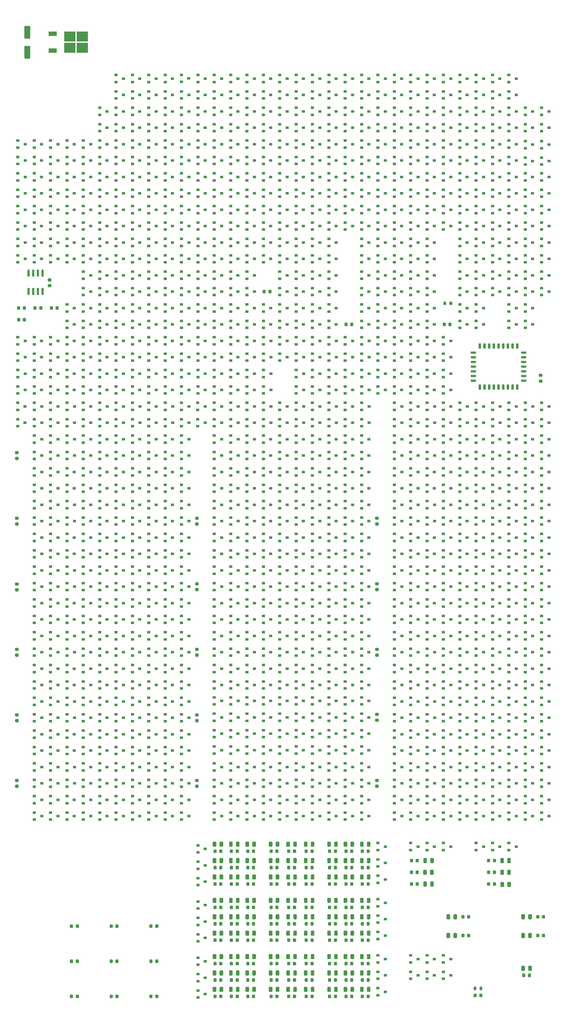
<source format=gbr>
G04 #@! TF.GenerationSoftware,KiCad,Pcbnew,(5.1.10)-1*
G04 #@! TF.CreationDate,2022-02-07T11:06:35+01:00*
G04 #@! TF.ProjectId,FetsAndCrosses,46657473-416e-4644-9372-6f737365732e,v1.0*
G04 #@! TF.SameCoordinates,Original*
G04 #@! TF.FileFunction,Paste,Top*
G04 #@! TF.FilePolarity,Positive*
%FSLAX46Y46*%
G04 Gerber Fmt 4.6, Leading zero omitted, Abs format (unit mm)*
G04 Created by KiCad (PCBNEW (5.1.10)-1) date 2022-02-07 11:06:35*
%MOMM*%
%LPD*%
G01*
G04 APERTURE LIST*
%ADD10R,0.900000X0.800000*%
%ADD11R,3.050000X2.750000*%
%ADD12R,2.200000X1.200000*%
G04 APERTURE END LIST*
G04 #@! TO.C,R97*
G36*
G01*
X145332000Y-258466000D02*
X145332000Y-257916000D01*
G75*
G02*
X145532000Y-257716000I200000J0D01*
G01*
X145932000Y-257716000D01*
G75*
G02*
X146132000Y-257916000I0J-200000D01*
G01*
X146132000Y-258466000D01*
G75*
G02*
X145932000Y-258666000I-200000J0D01*
G01*
X145532000Y-258666000D01*
G75*
G02*
X145332000Y-258466000I0J200000D01*
G01*
G37*
G36*
G01*
X143682000Y-258466000D02*
X143682000Y-257916000D01*
G75*
G02*
X143882000Y-257716000I200000J0D01*
G01*
X144282000Y-257716000D01*
G75*
G02*
X144482000Y-257916000I0J-200000D01*
G01*
X144482000Y-258466000D01*
G75*
G02*
X144282000Y-258666000I-200000J0D01*
G01*
X143882000Y-258666000D01*
G75*
G02*
X143682000Y-258466000I0J200000D01*
G01*
G37*
G04 #@! TD*
D10*
G04 #@! TO.C,Q1396*
X137525000Y-254635000D03*
X135525000Y-255585000D03*
X135525000Y-253685000D03*
G04 #@! TD*
G04 #@! TO.C,Q1395*
X137525000Y-250190000D03*
X135525000Y-251140000D03*
X135525000Y-249240000D03*
G04 #@! TD*
G04 #@! TO.C,Q1394*
X128635000Y-254635000D03*
X126635000Y-255585000D03*
X126635000Y-253685000D03*
G04 #@! TD*
G04 #@! TO.C,Q1393*
X133080000Y-254635000D03*
X131080000Y-255585000D03*
X131080000Y-253685000D03*
G04 #@! TD*
G04 #@! TO.C,Q1392*
X133080000Y-250190000D03*
X131080000Y-251140000D03*
X131080000Y-249240000D03*
G04 #@! TD*
G04 #@! TO.C,Q1391*
X128635000Y-250190000D03*
X126635000Y-251140000D03*
X126635000Y-249240000D03*
G04 #@! TD*
G04 #@! TO.C,C1*
G36*
G01*
X144557000Y-259839750D02*
X144557000Y-260352250D01*
G75*
G02*
X144338250Y-260571000I-218750J0D01*
G01*
X143900750Y-260571000D01*
G75*
G02*
X143682000Y-260352250I0J218750D01*
G01*
X143682000Y-259839750D01*
G75*
G02*
X143900750Y-259621000I218750J0D01*
G01*
X144338250Y-259621000D01*
G75*
G02*
X144557000Y-259839750I0J-218750D01*
G01*
G37*
G36*
G01*
X146132000Y-259839750D02*
X146132000Y-260352250D01*
G75*
G02*
X145913250Y-260571000I-218750J0D01*
G01*
X145475750Y-260571000D01*
G75*
G02*
X145257000Y-260352250I0J218750D01*
G01*
X145257000Y-259839750D01*
G75*
G02*
X145475750Y-259621000I218750J0D01*
G01*
X145913250Y-259621000D01*
G75*
G02*
X146132000Y-259839750I0J-218750D01*
G01*
G37*
G04 #@! TD*
G04 #@! TO.C,U3*
G36*
G01*
X26520000Y-68175000D02*
X26820000Y-68175000D01*
G75*
G02*
X26970000Y-68325000I0J-150000D01*
G01*
X26970000Y-69975000D01*
G75*
G02*
X26820000Y-70125000I-150000J0D01*
G01*
X26520000Y-70125000D01*
G75*
G02*
X26370000Y-69975000I0J150000D01*
G01*
X26370000Y-68325000D01*
G75*
G02*
X26520000Y-68175000I150000J0D01*
G01*
G37*
G36*
G01*
X25250000Y-68175000D02*
X25550000Y-68175000D01*
G75*
G02*
X25700000Y-68325000I0J-150000D01*
G01*
X25700000Y-69975000D01*
G75*
G02*
X25550000Y-70125000I-150000J0D01*
G01*
X25250000Y-70125000D01*
G75*
G02*
X25100000Y-69975000I0J150000D01*
G01*
X25100000Y-68325000D01*
G75*
G02*
X25250000Y-68175000I150000J0D01*
G01*
G37*
G36*
G01*
X23980000Y-68175000D02*
X24280000Y-68175000D01*
G75*
G02*
X24430000Y-68325000I0J-150000D01*
G01*
X24430000Y-69975000D01*
G75*
G02*
X24280000Y-70125000I-150000J0D01*
G01*
X23980000Y-70125000D01*
G75*
G02*
X23830000Y-69975000I0J150000D01*
G01*
X23830000Y-68325000D01*
G75*
G02*
X23980000Y-68175000I150000J0D01*
G01*
G37*
G36*
G01*
X22710000Y-68175000D02*
X23010000Y-68175000D01*
G75*
G02*
X23160000Y-68325000I0J-150000D01*
G01*
X23160000Y-69975000D01*
G75*
G02*
X23010000Y-70125000I-150000J0D01*
G01*
X22710000Y-70125000D01*
G75*
G02*
X22560000Y-69975000I0J150000D01*
G01*
X22560000Y-68325000D01*
G75*
G02*
X22710000Y-68175000I150000J0D01*
G01*
G37*
G36*
G01*
X22710000Y-63225000D02*
X23010000Y-63225000D01*
G75*
G02*
X23160000Y-63375000I0J-150000D01*
G01*
X23160000Y-65025000D01*
G75*
G02*
X23010000Y-65175000I-150000J0D01*
G01*
X22710000Y-65175000D01*
G75*
G02*
X22560000Y-65025000I0J150000D01*
G01*
X22560000Y-63375000D01*
G75*
G02*
X22710000Y-63225000I150000J0D01*
G01*
G37*
G36*
G01*
X23980000Y-63225000D02*
X24280000Y-63225000D01*
G75*
G02*
X24430000Y-63375000I0J-150000D01*
G01*
X24430000Y-65025000D01*
G75*
G02*
X24280000Y-65175000I-150000J0D01*
G01*
X23980000Y-65175000D01*
G75*
G02*
X23830000Y-65025000I0J150000D01*
G01*
X23830000Y-63375000D01*
G75*
G02*
X23980000Y-63225000I150000J0D01*
G01*
G37*
G36*
G01*
X25250000Y-63225000D02*
X25550000Y-63225000D01*
G75*
G02*
X25700000Y-63375000I0J-150000D01*
G01*
X25700000Y-65025000D01*
G75*
G02*
X25550000Y-65175000I-150000J0D01*
G01*
X25250000Y-65175000D01*
G75*
G02*
X25100000Y-65025000I0J150000D01*
G01*
X25100000Y-63375000D01*
G75*
G02*
X25250000Y-63225000I150000J0D01*
G01*
G37*
G36*
G01*
X26520000Y-63225000D02*
X26820000Y-63225000D01*
G75*
G02*
X26970000Y-63375000I0J-150000D01*
G01*
X26970000Y-65025000D01*
G75*
G02*
X26820000Y-65175000I-150000J0D01*
G01*
X26520000Y-65175000D01*
G75*
G02*
X26370000Y-65025000I0J150000D01*
G01*
X26370000Y-63375000D01*
G75*
G02*
X26520000Y-63225000I150000J0D01*
G01*
G37*
G04 #@! TD*
G04 #@! TO.C,Q417*
X86646000Y-86020001D03*
X86646000Y-87920001D03*
X88646000Y-86970001D03*
G04 #@! TD*
G04 #@! TO.C,JP1*
G36*
G01*
X136290000Y-72115000D02*
X136290000Y-72665000D01*
G75*
G02*
X136090000Y-72865000I-200000J0D01*
G01*
X135690000Y-72865000D01*
G75*
G02*
X135490000Y-72665000I0J200000D01*
G01*
X135490000Y-72115000D01*
G75*
G02*
X135690000Y-71915000I200000J0D01*
G01*
X136090000Y-71915000D01*
G75*
G02*
X136290000Y-72115000I0J-200000D01*
G01*
G37*
G36*
G01*
X137940000Y-72115000D02*
X137940000Y-72665000D01*
G75*
G02*
X137740000Y-72865000I-200000J0D01*
G01*
X137340000Y-72865000D01*
G75*
G02*
X137140000Y-72665000I0J200000D01*
G01*
X137140000Y-72115000D01*
G75*
G02*
X137340000Y-71915000I200000J0D01*
G01*
X137740000Y-71915000D01*
G75*
G02*
X137940000Y-72115000I0J-200000D01*
G01*
G37*
G04 #@! TD*
G04 #@! TO.C,Q410*
X131096000Y-103825000D03*
X131096000Y-105725000D03*
X133096000Y-104775000D03*
G04 #@! TD*
G04 #@! TO.C,Q292*
X131096000Y-201615000D03*
X131096000Y-203515000D03*
X133096000Y-202565000D03*
G04 #@! TD*
G04 #@! TO.C,Q1385*
X106410000Y-95885000D03*
X104410000Y-96835000D03*
X104410000Y-94935000D03*
G04 #@! TD*
G04 #@! TO.C,Q1384*
X106410000Y-91440000D03*
X104410000Y-92390000D03*
X104410000Y-90490000D03*
G04 #@! TD*
G04 #@! TO.C,Q1383*
X119745000Y-95885000D03*
X117745000Y-96835000D03*
X117745000Y-94935000D03*
G04 #@! TD*
G04 #@! TO.C,Q1382*
X124190000Y-73660000D03*
X122190000Y-74610000D03*
X122190000Y-72710000D03*
G04 #@! TD*
G04 #@! TO.C,Q1381*
X124190000Y-69215000D03*
X122190000Y-70165000D03*
X122190000Y-68265000D03*
G04 #@! TD*
G04 #@! TO.C,Q1380*
X124190000Y-64770000D03*
X122190000Y-65720000D03*
X122190000Y-63820000D03*
G04 #@! TD*
G04 #@! TO.C,Q1379*
X124190000Y-78105000D03*
X122190000Y-79055000D03*
X122190000Y-77155000D03*
G04 #@! TD*
G04 #@! TO.C,Q1378*
X119745000Y-91440000D03*
X117745000Y-92390000D03*
X117745000Y-90490000D03*
G04 #@! TD*
G04 #@! TO.C,C3*
G36*
G01*
X23092500Y-637500D02*
X21992500Y-637500D01*
G75*
G02*
X21742500Y-387500I0J250000D01*
G01*
X21742500Y2612500D01*
G75*
G02*
X21992500Y2862500I250000J0D01*
G01*
X23092500Y2862500D01*
G75*
G02*
X23342500Y2612500I0J-250000D01*
G01*
X23342500Y-387500D01*
G75*
G02*
X23092500Y-637500I-250000J0D01*
G01*
G37*
G36*
G01*
X23092500Y-6037500D02*
X21992500Y-6037500D01*
G75*
G02*
X21742500Y-5787500I0J250000D01*
G01*
X21742500Y-2787500D01*
G75*
G02*
X21992500Y-2537500I250000J0D01*
G01*
X23092500Y-2537500D01*
G75*
G02*
X23342500Y-2787500I0J-250000D01*
G01*
X23342500Y-5787500D01*
G75*
G02*
X23092500Y-6037500I-250000J0D01*
G01*
G37*
G04 #@! TD*
G04 #@! TO.C,Q1198*
X35290000Y-158115000D03*
X33290000Y-159065000D03*
X33290000Y-157165000D03*
G04 #@! TD*
G04 #@! TO.C,Q1203*
X53070000Y-149225000D03*
X51070000Y-150175000D03*
X51070000Y-148275000D03*
G04 #@! TD*
G04 #@! TO.C,Q1099*
X44180000Y-131445000D03*
X42180000Y-132395000D03*
X42180000Y-130495000D03*
G04 #@! TD*
G04 #@! TO.C,Q1232*
X82201000Y-130495000D03*
X82201000Y-132395000D03*
X84201000Y-131445000D03*
G04 #@! TD*
G04 #@! TO.C,Q1186*
X126651000Y-108270000D03*
X126651000Y-110170000D03*
X128651000Y-109220000D03*
G04 #@! TD*
G04 #@! TO.C,Q970*
X66405000Y-109220000D03*
X64405000Y-110170000D03*
X64405000Y-108270000D03*
G04 #@! TD*
G04 #@! TO.C,Q398*
X104426000Y-103825000D03*
X104426000Y-105725000D03*
X106426000Y-104775000D03*
G04 #@! TD*
G04 #@! TO.C,Q1021*
X122206000Y-103825000D03*
X122206000Y-105725000D03*
X124206000Y-104775000D03*
G04 #@! TD*
G04 #@! TO.C,Q377*
X46641000Y-99380000D03*
X46641000Y-101280000D03*
X48641000Y-100330000D03*
G04 #@! TD*
G04 #@! TO.C,Q887*
X66405000Y-82550000D03*
X64405000Y-83500000D03*
X64405000Y-81600000D03*
G04 #@! TD*
G04 #@! TO.C,Q550*
X88630000Y-51435000D03*
X86630000Y-52385000D03*
X86630000Y-50485000D03*
G04 #@! TD*
G04 #@! TO.C,U2*
G36*
G01*
X156745000Y-90505000D02*
X157920000Y-90505000D01*
G75*
G02*
X158070000Y-90655000I0J-150000D01*
G01*
X158070000Y-90955000D01*
G75*
G02*
X157920000Y-91105000I-150000J0D01*
G01*
X156745000Y-91105000D01*
G75*
G02*
X156595000Y-90955000I0J150000D01*
G01*
X156595000Y-90655000D01*
G75*
G02*
X156745000Y-90505000I150000J0D01*
G01*
G37*
G36*
G01*
X156745000Y-91775000D02*
X157920000Y-91775000D01*
G75*
G02*
X158070000Y-91925000I0J-150000D01*
G01*
X158070000Y-92225000D01*
G75*
G02*
X157920000Y-92375000I-150000J0D01*
G01*
X156745000Y-92375000D01*
G75*
G02*
X156595000Y-92225000I0J150000D01*
G01*
X156595000Y-91925000D01*
G75*
G02*
X156745000Y-91775000I150000J0D01*
G01*
G37*
G36*
G01*
X156745000Y-93045000D02*
X157920000Y-93045000D01*
G75*
G02*
X158070000Y-93195000I0J-150000D01*
G01*
X158070000Y-93495000D01*
G75*
G02*
X157920000Y-93645000I-150000J0D01*
G01*
X156745000Y-93645000D01*
G75*
G02*
X156595000Y-93495000I0J150000D01*
G01*
X156595000Y-93195000D01*
G75*
G02*
X156745000Y-93045000I150000J0D01*
G01*
G37*
G36*
G01*
X155425000Y-94360000D02*
X155725000Y-94360000D01*
G75*
G02*
X155875000Y-94510000I0J-150000D01*
G01*
X155875000Y-95685000D01*
G75*
G02*
X155725000Y-95835000I-150000J0D01*
G01*
X155425000Y-95835000D01*
G75*
G02*
X155275000Y-95685000I0J150000D01*
G01*
X155275000Y-94510000D01*
G75*
G02*
X155425000Y-94360000I150000J0D01*
G01*
G37*
G36*
G01*
X154155000Y-94360000D02*
X154455000Y-94360000D01*
G75*
G02*
X154605000Y-94510000I0J-150000D01*
G01*
X154605000Y-95685000D01*
G75*
G02*
X154455000Y-95835000I-150000J0D01*
G01*
X154155000Y-95835000D01*
G75*
G02*
X154005000Y-95685000I0J150000D01*
G01*
X154005000Y-94510000D01*
G75*
G02*
X154155000Y-94360000I150000J0D01*
G01*
G37*
G36*
G01*
X152885000Y-94360000D02*
X153185000Y-94360000D01*
G75*
G02*
X153335000Y-94510000I0J-150000D01*
G01*
X153335000Y-95685000D01*
G75*
G02*
X153185000Y-95835000I-150000J0D01*
G01*
X152885000Y-95835000D01*
G75*
G02*
X152735000Y-95685000I0J150000D01*
G01*
X152735000Y-94510000D01*
G75*
G02*
X152885000Y-94360000I150000J0D01*
G01*
G37*
G36*
G01*
X151615000Y-94360000D02*
X151915000Y-94360000D01*
G75*
G02*
X152065000Y-94510000I0J-150000D01*
G01*
X152065000Y-95685000D01*
G75*
G02*
X151915000Y-95835000I-150000J0D01*
G01*
X151615000Y-95835000D01*
G75*
G02*
X151465000Y-95685000I0J150000D01*
G01*
X151465000Y-94510000D01*
G75*
G02*
X151615000Y-94360000I150000J0D01*
G01*
G37*
G36*
G01*
X150345000Y-94360000D02*
X150645000Y-94360000D01*
G75*
G02*
X150795000Y-94510000I0J-150000D01*
G01*
X150795000Y-95685000D01*
G75*
G02*
X150645000Y-95835000I-150000J0D01*
G01*
X150345000Y-95835000D01*
G75*
G02*
X150195000Y-95685000I0J150000D01*
G01*
X150195000Y-94510000D01*
G75*
G02*
X150345000Y-94360000I150000J0D01*
G01*
G37*
G36*
G01*
X149075000Y-94360000D02*
X149375000Y-94360000D01*
G75*
G02*
X149525000Y-94510000I0J-150000D01*
G01*
X149525000Y-95685000D01*
G75*
G02*
X149375000Y-95835000I-150000J0D01*
G01*
X149075000Y-95835000D01*
G75*
G02*
X148925000Y-95685000I0J150000D01*
G01*
X148925000Y-94510000D01*
G75*
G02*
X149075000Y-94360000I150000J0D01*
G01*
G37*
G36*
G01*
X147805000Y-94360000D02*
X148105000Y-94360000D01*
G75*
G02*
X148255000Y-94510000I0J-150000D01*
G01*
X148255000Y-95685000D01*
G75*
G02*
X148105000Y-95835000I-150000J0D01*
G01*
X147805000Y-95835000D01*
G75*
G02*
X147655000Y-95685000I0J150000D01*
G01*
X147655000Y-94510000D01*
G75*
G02*
X147805000Y-94360000I150000J0D01*
G01*
G37*
G36*
G01*
X146535000Y-94360000D02*
X146835000Y-94360000D01*
G75*
G02*
X146985000Y-94510000I0J-150000D01*
G01*
X146985000Y-95685000D01*
G75*
G02*
X146835000Y-95835000I-150000J0D01*
G01*
X146535000Y-95835000D01*
G75*
G02*
X146385000Y-95685000I0J150000D01*
G01*
X146385000Y-94510000D01*
G75*
G02*
X146535000Y-94360000I150000J0D01*
G01*
G37*
G36*
G01*
X145265000Y-94360000D02*
X145565000Y-94360000D01*
G75*
G02*
X145715000Y-94510000I0J-150000D01*
G01*
X145715000Y-95685000D01*
G75*
G02*
X145565000Y-95835000I-150000J0D01*
G01*
X145265000Y-95835000D01*
G75*
G02*
X145115000Y-95685000I0J150000D01*
G01*
X145115000Y-94510000D01*
G75*
G02*
X145265000Y-94360000I150000J0D01*
G01*
G37*
G36*
G01*
X143070000Y-93045000D02*
X144245000Y-93045000D01*
G75*
G02*
X144395000Y-93195000I0J-150000D01*
G01*
X144395000Y-93495000D01*
G75*
G02*
X144245000Y-93645000I-150000J0D01*
G01*
X143070000Y-93645000D01*
G75*
G02*
X142920000Y-93495000I0J150000D01*
G01*
X142920000Y-93195000D01*
G75*
G02*
X143070000Y-93045000I150000J0D01*
G01*
G37*
G36*
G01*
X143070000Y-91775000D02*
X144245000Y-91775000D01*
G75*
G02*
X144395000Y-91925000I0J-150000D01*
G01*
X144395000Y-92225000D01*
G75*
G02*
X144245000Y-92375000I-150000J0D01*
G01*
X143070000Y-92375000D01*
G75*
G02*
X142920000Y-92225000I0J150000D01*
G01*
X142920000Y-91925000D01*
G75*
G02*
X143070000Y-91775000I150000J0D01*
G01*
G37*
G36*
G01*
X143070000Y-90505000D02*
X144245000Y-90505000D01*
G75*
G02*
X144395000Y-90655000I0J-150000D01*
G01*
X144395000Y-90955000D01*
G75*
G02*
X144245000Y-91105000I-150000J0D01*
G01*
X143070000Y-91105000D01*
G75*
G02*
X142920000Y-90955000I0J150000D01*
G01*
X142920000Y-90655000D01*
G75*
G02*
X143070000Y-90505000I150000J0D01*
G01*
G37*
G36*
G01*
X143070000Y-89235000D02*
X144245000Y-89235000D01*
G75*
G02*
X144395000Y-89385000I0J-150000D01*
G01*
X144395000Y-89685000D01*
G75*
G02*
X144245000Y-89835000I-150000J0D01*
G01*
X143070000Y-89835000D01*
G75*
G02*
X142920000Y-89685000I0J150000D01*
G01*
X142920000Y-89385000D01*
G75*
G02*
X143070000Y-89235000I150000J0D01*
G01*
G37*
G36*
G01*
X143070000Y-87965000D02*
X144245000Y-87965000D01*
G75*
G02*
X144395000Y-88115000I0J-150000D01*
G01*
X144395000Y-88415000D01*
G75*
G02*
X144245000Y-88565000I-150000J0D01*
G01*
X143070000Y-88565000D01*
G75*
G02*
X142920000Y-88415000I0J150000D01*
G01*
X142920000Y-88115000D01*
G75*
G02*
X143070000Y-87965000I150000J0D01*
G01*
G37*
G36*
G01*
X143070000Y-86695000D02*
X144245000Y-86695000D01*
G75*
G02*
X144395000Y-86845000I0J-150000D01*
G01*
X144395000Y-87145000D01*
G75*
G02*
X144245000Y-87295000I-150000J0D01*
G01*
X143070000Y-87295000D01*
G75*
G02*
X142920000Y-87145000I0J150000D01*
G01*
X142920000Y-86845000D01*
G75*
G02*
X143070000Y-86695000I150000J0D01*
G01*
G37*
G36*
G01*
X143070000Y-85425000D02*
X144245000Y-85425000D01*
G75*
G02*
X144395000Y-85575000I0J-150000D01*
G01*
X144395000Y-85875000D01*
G75*
G02*
X144245000Y-86025000I-150000J0D01*
G01*
X143070000Y-86025000D01*
G75*
G02*
X142920000Y-85875000I0J150000D01*
G01*
X142920000Y-85575000D01*
G75*
G02*
X143070000Y-85425000I150000J0D01*
G01*
G37*
G36*
G01*
X145265000Y-83235000D02*
X145565000Y-83235000D01*
G75*
G02*
X145715000Y-83385000I0J-150000D01*
G01*
X145715000Y-84560000D01*
G75*
G02*
X145565000Y-84710000I-150000J0D01*
G01*
X145265000Y-84710000D01*
G75*
G02*
X145115000Y-84560000I0J150000D01*
G01*
X145115000Y-83385000D01*
G75*
G02*
X145265000Y-83235000I150000J0D01*
G01*
G37*
G36*
G01*
X146535000Y-83235000D02*
X146835000Y-83235000D01*
G75*
G02*
X146985000Y-83385000I0J-150000D01*
G01*
X146985000Y-84560000D01*
G75*
G02*
X146835000Y-84710000I-150000J0D01*
G01*
X146535000Y-84710000D01*
G75*
G02*
X146385000Y-84560000I0J150000D01*
G01*
X146385000Y-83385000D01*
G75*
G02*
X146535000Y-83235000I150000J0D01*
G01*
G37*
G36*
G01*
X147805000Y-83235000D02*
X148105000Y-83235000D01*
G75*
G02*
X148255000Y-83385000I0J-150000D01*
G01*
X148255000Y-84560000D01*
G75*
G02*
X148105000Y-84710000I-150000J0D01*
G01*
X147805000Y-84710000D01*
G75*
G02*
X147655000Y-84560000I0J150000D01*
G01*
X147655000Y-83385000D01*
G75*
G02*
X147805000Y-83235000I150000J0D01*
G01*
G37*
G36*
G01*
X149075000Y-83235000D02*
X149375000Y-83235000D01*
G75*
G02*
X149525000Y-83385000I0J-150000D01*
G01*
X149525000Y-84560000D01*
G75*
G02*
X149375000Y-84710000I-150000J0D01*
G01*
X149075000Y-84710000D01*
G75*
G02*
X148925000Y-84560000I0J150000D01*
G01*
X148925000Y-83385000D01*
G75*
G02*
X149075000Y-83235000I150000J0D01*
G01*
G37*
G36*
G01*
X150345000Y-83235000D02*
X150645000Y-83235000D01*
G75*
G02*
X150795000Y-83385000I0J-150000D01*
G01*
X150795000Y-84560000D01*
G75*
G02*
X150645000Y-84710000I-150000J0D01*
G01*
X150345000Y-84710000D01*
G75*
G02*
X150195000Y-84560000I0J150000D01*
G01*
X150195000Y-83385000D01*
G75*
G02*
X150345000Y-83235000I150000J0D01*
G01*
G37*
G36*
G01*
X151615000Y-83235000D02*
X151915000Y-83235000D01*
G75*
G02*
X152065000Y-83385000I0J-150000D01*
G01*
X152065000Y-84560000D01*
G75*
G02*
X151915000Y-84710000I-150000J0D01*
G01*
X151615000Y-84710000D01*
G75*
G02*
X151465000Y-84560000I0J150000D01*
G01*
X151465000Y-83385000D01*
G75*
G02*
X151615000Y-83235000I150000J0D01*
G01*
G37*
G36*
G01*
X152885000Y-83235000D02*
X153185000Y-83235000D01*
G75*
G02*
X153335000Y-83385000I0J-150000D01*
G01*
X153335000Y-84560000D01*
G75*
G02*
X153185000Y-84710000I-150000J0D01*
G01*
X152885000Y-84710000D01*
G75*
G02*
X152735000Y-84560000I0J150000D01*
G01*
X152735000Y-83385000D01*
G75*
G02*
X152885000Y-83235000I150000J0D01*
G01*
G37*
G36*
G01*
X154155000Y-83235000D02*
X154455000Y-83235000D01*
G75*
G02*
X154605000Y-83385000I0J-150000D01*
G01*
X154605000Y-84560000D01*
G75*
G02*
X154455000Y-84710000I-150000J0D01*
G01*
X154155000Y-84710000D01*
G75*
G02*
X154005000Y-84560000I0J150000D01*
G01*
X154005000Y-83385000D01*
G75*
G02*
X154155000Y-83235000I150000J0D01*
G01*
G37*
G36*
G01*
X155425000Y-83235000D02*
X155725000Y-83235000D01*
G75*
G02*
X155875000Y-83385000I0J-150000D01*
G01*
X155875000Y-84560000D01*
G75*
G02*
X155725000Y-84710000I-150000J0D01*
G01*
X155425000Y-84710000D01*
G75*
G02*
X155275000Y-84560000I0J150000D01*
G01*
X155275000Y-83385000D01*
G75*
G02*
X155425000Y-83235000I150000J0D01*
G01*
G37*
G36*
G01*
X156745000Y-85425000D02*
X157920000Y-85425000D01*
G75*
G02*
X158070000Y-85575000I0J-150000D01*
G01*
X158070000Y-85875000D01*
G75*
G02*
X157920000Y-86025000I-150000J0D01*
G01*
X156745000Y-86025000D01*
G75*
G02*
X156595000Y-85875000I0J150000D01*
G01*
X156595000Y-85575000D01*
G75*
G02*
X156745000Y-85425000I150000J0D01*
G01*
G37*
G36*
G01*
X156745000Y-86695000D02*
X157920000Y-86695000D01*
G75*
G02*
X158070000Y-86845000I0J-150000D01*
G01*
X158070000Y-87145000D01*
G75*
G02*
X157920000Y-87295000I-150000J0D01*
G01*
X156745000Y-87295000D01*
G75*
G02*
X156595000Y-87145000I0J150000D01*
G01*
X156595000Y-86845000D01*
G75*
G02*
X156745000Y-86695000I150000J0D01*
G01*
G37*
G36*
G01*
X156745000Y-87965000D02*
X157920000Y-87965000D01*
G75*
G02*
X158070000Y-88115000I0J-150000D01*
G01*
X158070000Y-88415000D01*
G75*
G02*
X157920000Y-88565000I-150000J0D01*
G01*
X156745000Y-88565000D01*
G75*
G02*
X156595000Y-88415000I0J150000D01*
G01*
X156595000Y-88115000D01*
G75*
G02*
X156745000Y-87965000I150000J0D01*
G01*
G37*
G36*
G01*
X156745000Y-89235000D02*
X157920000Y-89235000D01*
G75*
G02*
X158070000Y-89385000I0J-150000D01*
G01*
X158070000Y-89685000D01*
G75*
G02*
X157920000Y-89835000I-150000J0D01*
G01*
X156745000Y-89835000D01*
G75*
G02*
X156595000Y-89685000I0J150000D01*
G01*
X156595000Y-89385000D01*
G75*
G02*
X156745000Y-89235000I150000J0D01*
G01*
G37*
G04 #@! TD*
G04 #@! TO.C,Q1327*
X70850000Y-244475000D03*
X68850000Y-245425000D03*
X68850000Y-243525000D03*
G04 #@! TD*
G04 #@! TO.C,Q1102*
X91091000Y-86045000D03*
X91091000Y-87945000D03*
X93091000Y-86995000D03*
G04 #@! TD*
G04 #@! TO.C,Q1348*
X128635000Y-91440000D03*
X126635000Y-92390000D03*
X126635000Y-90490000D03*
G04 #@! TD*
G04 #@! TO.C,C30*
G36*
G01*
X117218750Y-131795000D02*
X117731250Y-131795000D01*
G75*
G02*
X117950000Y-132013750I0J-218750D01*
G01*
X117950000Y-132451250D01*
G75*
G02*
X117731250Y-132670000I-218750J0D01*
G01*
X117218750Y-132670000D01*
G75*
G02*
X117000000Y-132451250I0J218750D01*
G01*
X117000000Y-132013750D01*
G75*
G02*
X117218750Y-131795000I218750J0D01*
G01*
G37*
G36*
G01*
X117218750Y-130220000D02*
X117731250Y-130220000D01*
G75*
G02*
X117950000Y-130438750I0J-218750D01*
G01*
X117950000Y-130876250D01*
G75*
G02*
X117731250Y-131095000I-218750J0D01*
G01*
X117218750Y-131095000D01*
G75*
G02*
X117000000Y-130876250I0J218750D01*
G01*
X117000000Y-130438750D01*
G75*
G02*
X117218750Y-130220000I218750J0D01*
G01*
G37*
G04 #@! TD*
G04 #@! TO.C,C28*
G36*
G01*
X117218750Y-185010000D02*
X117731250Y-185010000D01*
G75*
G02*
X117950000Y-185228750I0J-218750D01*
G01*
X117950000Y-185666250D01*
G75*
G02*
X117731250Y-185885000I-218750J0D01*
G01*
X117218750Y-185885000D01*
G75*
G02*
X117000000Y-185666250I0J218750D01*
G01*
X117000000Y-185228750D01*
G75*
G02*
X117218750Y-185010000I218750J0D01*
G01*
G37*
G36*
G01*
X117218750Y-183435000D02*
X117731250Y-183435000D01*
G75*
G02*
X117950000Y-183653750I0J-218750D01*
G01*
X117950000Y-184091250D01*
G75*
G02*
X117731250Y-184310000I-218750J0D01*
G01*
X117218750Y-184310000D01*
G75*
G02*
X117000000Y-184091250I0J218750D01*
G01*
X117000000Y-183653750D01*
G75*
G02*
X117218750Y-183435000I218750J0D01*
G01*
G37*
G04 #@! TD*
G04 #@! TO.C,C27*
G36*
G01*
X117218750Y-167355000D02*
X117731250Y-167355000D01*
G75*
G02*
X117950000Y-167573750I0J-218750D01*
G01*
X117950000Y-168011250D01*
G75*
G02*
X117731250Y-168230000I-218750J0D01*
G01*
X117218750Y-168230000D01*
G75*
G02*
X117000000Y-168011250I0J218750D01*
G01*
X117000000Y-167573750D01*
G75*
G02*
X117218750Y-167355000I218750J0D01*
G01*
G37*
G36*
G01*
X117218750Y-165780000D02*
X117731250Y-165780000D01*
G75*
G02*
X117950000Y-165998750I0J-218750D01*
G01*
X117950000Y-166436250D01*
G75*
G02*
X117731250Y-166655000I-218750J0D01*
G01*
X117218750Y-166655000D01*
G75*
G02*
X117000000Y-166436250I0J218750D01*
G01*
X117000000Y-165998750D01*
G75*
G02*
X117218750Y-165780000I218750J0D01*
G01*
G37*
G04 #@! TD*
G04 #@! TO.C,Q499*
X88630000Y-11430000D03*
X86630000Y-12380000D03*
X86630000Y-10480000D03*
G04 #@! TD*
G04 #@! TO.C,Q1109*
X24416000Y-121605000D03*
X24416000Y-123505000D03*
X26416000Y-122555000D03*
G04 #@! TD*
G04 #@! TO.C,Q948*
X39735000Y-118110000D03*
X37735000Y-119060000D03*
X37735000Y-117160000D03*
G04 #@! TD*
G04 #@! TO.C,Q2*
X70802500Y-104775000D03*
X68802500Y-105725000D03*
X68802500Y-103825000D03*
G04 #@! TD*
G04 #@! TO.C,Q1*
X70802500Y-100330000D03*
X68802500Y-101280000D03*
X68802500Y-99380000D03*
G04 #@! TD*
G04 #@! TO.C,Q1377*
X122206000Y-152720000D03*
X122206000Y-154620000D03*
X124206000Y-153670000D03*
G04 #@! TD*
G04 #@! TO.C,Q1376*
X122206000Y-157165000D03*
X122206000Y-159065000D03*
X124206000Y-158115000D03*
G04 #@! TD*
G04 #@! TO.C,Q1375*
X122206000Y-148275000D03*
X122206000Y-150175000D03*
X124206000Y-149225000D03*
G04 #@! TD*
G04 #@! TO.C,Q1374*
X122206000Y-143830000D03*
X122206000Y-145730000D03*
X124206000Y-144780000D03*
G04 #@! TD*
G04 #@! TO.C,Q1373*
X126651000Y-143830000D03*
X126651000Y-145730000D03*
X128651000Y-144780000D03*
G04 #@! TD*
G04 #@! TO.C,Q1372*
X126651000Y-148275000D03*
X126651000Y-150175000D03*
X128651000Y-149225000D03*
G04 #@! TD*
G04 #@! TO.C,Q1371*
X131096000Y-148275000D03*
X131096000Y-150175000D03*
X133096000Y-149225000D03*
G04 #@! TD*
G04 #@! TO.C,Q1370*
X131096000Y-143830000D03*
X131096000Y-145730000D03*
X133096000Y-144780000D03*
G04 #@! TD*
G04 #@! TO.C,Q1369*
X73311000Y-152720000D03*
X73311000Y-154620000D03*
X75311000Y-153670000D03*
G04 #@! TD*
G04 #@! TO.C,Q1368*
X73311000Y-157165000D03*
X73311000Y-159065000D03*
X75311000Y-158115000D03*
G04 #@! TD*
G04 #@! TO.C,Q1367*
X73311000Y-148275000D03*
X73311000Y-150175000D03*
X75311000Y-149225000D03*
G04 #@! TD*
G04 #@! TO.C,Q1366*
X73311000Y-143830000D03*
X73311000Y-145730000D03*
X75311000Y-144780000D03*
G04 #@! TD*
G04 #@! TO.C,Q1365*
X77756000Y-143830000D03*
X77756000Y-145730000D03*
X79756000Y-144780000D03*
G04 #@! TD*
G04 #@! TO.C,Q1362*
X77756000Y-148275000D03*
X77756000Y-150175000D03*
X79756000Y-149225000D03*
G04 #@! TD*
G04 #@! TO.C,Q1320*
X82201000Y-148275000D03*
X82201000Y-150175000D03*
X84201000Y-149225000D03*
G04 #@! TD*
G04 #@! TO.C,Q1319*
X82201000Y-143830000D03*
X82201000Y-145730000D03*
X84201000Y-144780000D03*
G04 #@! TD*
G04 #@! TO.C,Q1318*
X24416000Y-152720000D03*
X24416000Y-154620000D03*
X26416000Y-153670000D03*
G04 #@! TD*
G04 #@! TO.C,Q1317*
X24416000Y-157165000D03*
X24416000Y-159065000D03*
X26416000Y-158115000D03*
G04 #@! TD*
G04 #@! TO.C,Q1316*
X24416000Y-148275000D03*
X24416000Y-150175000D03*
X26416000Y-149225000D03*
G04 #@! TD*
G04 #@! TO.C,Q1315*
X24416000Y-143830000D03*
X24416000Y-145730000D03*
X26416000Y-144780000D03*
G04 #@! TD*
G04 #@! TO.C,Q1314*
X28861000Y-143830000D03*
X28861000Y-145730000D03*
X30861000Y-144780000D03*
G04 #@! TD*
G04 #@! TO.C,Q1313*
X28861000Y-148275000D03*
X28861000Y-150175000D03*
X30861000Y-149225000D03*
G04 #@! TD*
G04 #@! TO.C,Q1312*
X33306000Y-148275000D03*
X33306000Y-150175000D03*
X35306000Y-149225000D03*
G04 #@! TD*
G04 #@! TO.C,Q1311*
X33306000Y-143830000D03*
X33306000Y-145730000D03*
X35306000Y-144780000D03*
G04 #@! TD*
G04 #@! TO.C,Q1278*
X122206000Y-134940000D03*
X122206000Y-136840000D03*
X124206000Y-135890000D03*
G04 #@! TD*
G04 #@! TO.C,Q1277*
X122206000Y-139385000D03*
X122206000Y-141285000D03*
X124206000Y-140335000D03*
G04 #@! TD*
G04 #@! TO.C,Q1276*
X122206000Y-130495000D03*
X122206000Y-132395000D03*
X124206000Y-131445000D03*
G04 #@! TD*
G04 #@! TO.C,Q1275*
X122206000Y-126050000D03*
X122206000Y-127950000D03*
X124206000Y-127000000D03*
G04 #@! TD*
G04 #@! TO.C,Q1274*
X126651000Y-126050000D03*
X126651000Y-127950000D03*
X128651000Y-127000000D03*
G04 #@! TD*
G04 #@! TO.C,Q1273*
X126651000Y-130495000D03*
X126651000Y-132395000D03*
X128651000Y-131445000D03*
G04 #@! TD*
G04 #@! TO.C,Q1272*
X131096000Y-130495000D03*
X131096000Y-132395000D03*
X133096000Y-131445000D03*
G04 #@! TD*
G04 #@! TO.C,Q1271*
X131096000Y-126050000D03*
X131096000Y-127950000D03*
X133096000Y-127000000D03*
G04 #@! TD*
G04 #@! TO.C,Q1270*
X73311000Y-134940000D03*
X73311000Y-136840000D03*
X75311000Y-135890000D03*
G04 #@! TD*
G04 #@! TO.C,Q1269*
X73311000Y-139385000D03*
X73311000Y-141285000D03*
X75311000Y-140335000D03*
G04 #@! TD*
G04 #@! TO.C,Q1236*
X73311000Y-130495000D03*
X73311000Y-132395000D03*
X75311000Y-131445000D03*
G04 #@! TD*
G04 #@! TO.C,Q1235*
X73311000Y-126050000D03*
X73311000Y-127950000D03*
X75311000Y-127000000D03*
G04 #@! TD*
G04 #@! TO.C,Q1234*
X77756000Y-126050000D03*
X77756000Y-127950000D03*
X79756000Y-127000000D03*
G04 #@! TD*
G04 #@! TO.C,Q1233*
X77756000Y-130495000D03*
X77756000Y-132395000D03*
X79756000Y-131445000D03*
G04 #@! TD*
G04 #@! TO.C,Q1231*
X82201000Y-126050000D03*
X82201000Y-127950000D03*
X84201000Y-127000000D03*
G04 #@! TD*
G04 #@! TO.C,Q1230*
X24416000Y-134940000D03*
X24416000Y-136840000D03*
X26416000Y-135890000D03*
G04 #@! TD*
G04 #@! TO.C,Q1229*
X24416000Y-139385000D03*
X24416000Y-141285000D03*
X26416000Y-140335000D03*
G04 #@! TD*
G04 #@! TO.C,Q1228*
X24416000Y-130495000D03*
X24416000Y-132395000D03*
X26416000Y-131445000D03*
G04 #@! TD*
G04 #@! TO.C,Q1227*
X24416000Y-126050000D03*
X24416000Y-127950000D03*
X26416000Y-127000000D03*
G04 #@! TD*
G04 #@! TO.C,Q1194*
X28861000Y-126050000D03*
X28861000Y-127950000D03*
X30861000Y-127000000D03*
G04 #@! TD*
G04 #@! TO.C,Q1193*
X28861000Y-130495000D03*
X28861000Y-132395000D03*
X30861000Y-131445000D03*
G04 #@! TD*
G04 #@! TO.C,Q1192*
X33306000Y-130495000D03*
X33306000Y-132395000D03*
X35306000Y-131445000D03*
G04 #@! TD*
G04 #@! TO.C,Q1191*
X33306000Y-126050000D03*
X33306000Y-127950000D03*
X35306000Y-127000000D03*
G04 #@! TD*
G04 #@! TO.C,Q1190*
X122206000Y-117160000D03*
X122206000Y-119060000D03*
X124206000Y-118110000D03*
G04 #@! TD*
G04 #@! TO.C,Q1189*
X122206000Y-121605000D03*
X122206000Y-123505000D03*
X124206000Y-122555000D03*
G04 #@! TD*
G04 #@! TO.C,Q1188*
X122206000Y-112715000D03*
X122206000Y-114615000D03*
X124206000Y-113665000D03*
G04 #@! TD*
G04 #@! TO.C,Q1187*
X122206000Y-108270000D03*
X122206000Y-110170000D03*
X124206000Y-109220000D03*
G04 #@! TD*
G04 #@! TO.C,Q1185*
X126651000Y-112715000D03*
X126651000Y-114615000D03*
X128651000Y-113665000D03*
G04 #@! TD*
G04 #@! TO.C,Q1152*
X131096000Y-112715000D03*
X131096000Y-114615000D03*
X133096000Y-113665000D03*
G04 #@! TD*
G04 #@! TO.C,Q1151*
X131096000Y-108270000D03*
X131096000Y-110170000D03*
X133096000Y-109220000D03*
G04 #@! TD*
G04 #@! TO.C,Q1150*
X73311000Y-117160000D03*
X73311000Y-119060000D03*
X75311000Y-118110000D03*
G04 #@! TD*
G04 #@! TO.C,Q1149*
X73311000Y-121605000D03*
X73311000Y-123505000D03*
X75311000Y-122555000D03*
G04 #@! TD*
G04 #@! TO.C,Q1148*
X73311000Y-112715000D03*
X73311000Y-114615000D03*
X75311000Y-113665000D03*
G04 #@! TD*
G04 #@! TO.C,Q1147*
X73311000Y-108270000D03*
X73311000Y-110170000D03*
X75311000Y-109220000D03*
G04 #@! TD*
G04 #@! TO.C,Q1146*
X77756000Y-108270000D03*
X77756000Y-110170000D03*
X79756000Y-109220000D03*
G04 #@! TD*
G04 #@! TO.C,Q1145*
X77756000Y-112715000D03*
X77756000Y-114615000D03*
X79756000Y-113665000D03*
G04 #@! TD*
G04 #@! TO.C,Q1144*
X82201000Y-112715000D03*
X82201000Y-114615000D03*
X84201000Y-113665000D03*
G04 #@! TD*
G04 #@! TO.C,Q1143*
X82201000Y-108270000D03*
X82201000Y-110170000D03*
X84201000Y-109220000D03*
G04 #@! TD*
G04 #@! TO.C,Q1110*
X24416000Y-117160000D03*
X24416000Y-119060000D03*
X26416000Y-118110000D03*
G04 #@! TD*
G04 #@! TO.C,Q1108*
X24416000Y-112715000D03*
X24416000Y-114615000D03*
X26416000Y-113665000D03*
G04 #@! TD*
G04 #@! TO.C,Q1107*
X24416000Y-108270000D03*
X24416000Y-110170000D03*
X26416000Y-109220000D03*
G04 #@! TD*
G04 #@! TO.C,Q1106*
X28861000Y-108270000D03*
X28861000Y-110170000D03*
X30861000Y-109220000D03*
G04 #@! TD*
G04 #@! TO.C,Q1105*
X28861000Y-112715000D03*
X28861000Y-114615000D03*
X30861000Y-113665000D03*
G04 #@! TD*
G04 #@! TO.C,Q1104*
X33306000Y-112715000D03*
X33306000Y-114615000D03*
X35306000Y-113665000D03*
G04 #@! TD*
G04 #@! TO.C,Q1103*
X33306000Y-108270000D03*
X33306000Y-110170000D03*
X35306000Y-109220000D03*
G04 #@! TD*
G04 #@! TO.C,Q1101*
X91091000Y-81600000D03*
X91091000Y-83500000D03*
X93091000Y-82550000D03*
G04 #@! TD*
G04 #@! TO.C,Q1068*
X86646000Y-94935000D03*
X86646000Y-96835000D03*
X88646000Y-95885000D03*
G04 #@! TD*
G04 #@! TO.C,Q1067*
X86646000Y-81600000D03*
X86646000Y-83500000D03*
X88646000Y-82550000D03*
G04 #@! TD*
G04 #@! TO.C,Q1066*
X82201000Y-94935000D03*
X82201000Y-96835000D03*
X84201000Y-95885000D03*
G04 #@! TD*
G04 #@! TO.C,Q1065*
X82201000Y-81600000D03*
X82201000Y-83500000D03*
X84201000Y-82550000D03*
G04 #@! TD*
G04 #@! TO.C,Q1064*
X104426000Y-86045000D03*
X104426000Y-87945000D03*
X106426000Y-86995000D03*
G04 #@! TD*
G04 #@! TO.C,Q1063*
X104426000Y-81600000D03*
X104426000Y-83500000D03*
X106426000Y-82550000D03*
G04 #@! TD*
G04 #@! TO.C,Q1062*
X99981000Y-94935000D03*
X99981000Y-96835000D03*
X101981000Y-95885000D03*
G04 #@! TD*
G04 #@! TO.C,Q1061*
X99981000Y-81600000D03*
X99981000Y-83500000D03*
X101981000Y-82550000D03*
G04 #@! TD*
G04 #@! TO.C,Q1060*
X95536000Y-94935000D03*
X95536000Y-96835000D03*
X97536000Y-95885000D03*
G04 #@! TD*
G04 #@! TO.C,Q1059*
X95536000Y-81600000D03*
X95536000Y-83500000D03*
X97536000Y-82550000D03*
G04 #@! TD*
G04 #@! TO.C,Q1026*
X139986000Y-103825000D03*
X139986000Y-105725000D03*
X141986000Y-104775000D03*
G04 #@! TD*
G04 #@! TO.C,Q1025*
X139986000Y-99380000D03*
X139986000Y-101280000D03*
X141986000Y-100330000D03*
G04 #@! TD*
G04 #@! TO.C,Q1024*
X135541000Y-99380000D03*
X135541000Y-101280000D03*
X137541000Y-100330000D03*
G04 #@! TD*
G04 #@! TO.C,Q1023*
X122206000Y-99380000D03*
X122206000Y-101280000D03*
X124206000Y-100330000D03*
G04 #@! TD*
G04 #@! TO.C,Q1022*
X135541000Y-103825000D03*
X135541000Y-105725000D03*
X137541000Y-104775000D03*
G04 #@! TD*
G04 #@! TO.C,Q1020*
X91091000Y-103825000D03*
X91091000Y-105725000D03*
X93091000Y-104775000D03*
G04 #@! TD*
G04 #@! TO.C,Q1019*
X91091000Y-99380000D03*
X91091000Y-101280000D03*
X93091000Y-100330000D03*
G04 #@! TD*
G04 #@! TO.C,Q1018*
X86646000Y-99380000D03*
X86646000Y-101280000D03*
X88646000Y-100330000D03*
G04 #@! TD*
G04 #@! TO.C,Q1017*
X73311000Y-99380000D03*
X73311000Y-101280000D03*
X75311000Y-100330000D03*
G04 #@! TD*
G04 #@! TO.C,Q984*
X86646000Y-103825000D03*
X86646000Y-105725000D03*
X88646000Y-104775000D03*
G04 #@! TD*
G04 #@! TO.C,Q983*
X73311000Y-103825000D03*
X73311000Y-105725000D03*
X75311000Y-104775000D03*
G04 #@! TD*
G04 #@! TO.C,Q982*
X162211000Y-103825000D03*
X162211000Y-105725000D03*
X164211000Y-104775000D03*
G04 #@! TD*
G04 #@! TO.C,Q981*
X162211000Y-99380000D03*
X162211000Y-101280000D03*
X164211000Y-100330000D03*
G04 #@! TD*
G04 #@! TO.C,Q980*
X157766000Y-99380000D03*
X157766000Y-101280000D03*
X159766000Y-100330000D03*
G04 #@! TD*
G04 #@! TO.C,Q979*
X144431000Y-99380000D03*
X144431000Y-101280000D03*
X146431000Y-100330000D03*
G04 #@! TD*
G04 #@! TO.C,Q978*
X157766000Y-103825000D03*
X157766000Y-105725000D03*
X159766000Y-104775000D03*
G04 #@! TD*
G04 #@! TO.C,Q977*
X144431000Y-103825000D03*
X144431000Y-105725000D03*
X146431000Y-104775000D03*
G04 #@! TD*
G04 #@! TO.C,Q976*
X113316000Y-103825000D03*
X113316000Y-105725000D03*
X115316000Y-104775000D03*
G04 #@! TD*
G04 #@! TO.C,Q975*
X113316000Y-99380000D03*
X113316000Y-101280000D03*
X115316000Y-100330000D03*
G04 #@! TD*
G04 #@! TO.C,Q942*
X108871000Y-99380000D03*
X108871000Y-101280000D03*
X110871000Y-100330000D03*
G04 #@! TD*
G04 #@! TO.C,Q941*
X95536000Y-99380000D03*
X95536000Y-101280000D03*
X97536000Y-100330000D03*
G04 #@! TD*
G04 #@! TO.C,Q938*
X82201000Y-68265000D03*
X82201000Y-70165000D03*
X84201000Y-69215000D03*
G04 #@! TD*
G04 #@! TO.C,Q420*
X82201000Y-77155000D03*
X82201000Y-79055000D03*
X84201000Y-78105000D03*
G04 #@! TD*
G04 #@! TO.C,Q419*
X82201000Y-72710000D03*
X82201000Y-74610000D03*
X84201000Y-73660000D03*
G04 #@! TD*
G04 #@! TO.C,Q418*
X82201000Y-90490000D03*
X82201000Y-92390000D03*
X84201000Y-91440000D03*
G04 #@! TD*
G04 #@! TO.C,Q416*
X86646000Y-90490000D03*
X86646000Y-92390000D03*
X88646000Y-91440000D03*
G04 #@! TD*
G04 #@! TO.C,Q415*
X82201000Y-86045000D03*
X82201000Y-87945000D03*
X84201000Y-86995000D03*
G04 #@! TD*
G04 #@! TO.C,Q414*
X95536000Y-90490000D03*
X95536000Y-92390000D03*
X97536000Y-91440000D03*
G04 #@! TD*
G04 #@! TO.C,Q413*
X99981000Y-86020001D03*
X99981000Y-87920001D03*
X101981000Y-86970001D03*
G04 #@! TD*
G04 #@! TO.C,Q412*
X99981000Y-90490000D03*
X99981000Y-92390000D03*
X101981000Y-91440000D03*
G04 #@! TD*
G04 #@! TO.C,Q411*
X95536000Y-86045000D03*
X95536000Y-87945000D03*
X97536000Y-86995000D03*
G04 #@! TD*
G04 #@! TO.C,Q409*
X126651000Y-99380000D03*
X126651000Y-101280000D03*
X128651000Y-100330000D03*
G04 #@! TD*
G04 #@! TO.C,Q408*
X131096000Y-99380000D03*
X131096000Y-101280000D03*
X133096000Y-100330000D03*
G04 #@! TD*
G04 #@! TO.C,Q407*
X126651000Y-103825000D03*
X126651000Y-105725000D03*
X128651000Y-104775000D03*
G04 #@! TD*
G04 #@! TO.C,Q406*
X82201000Y-103825000D03*
X82201000Y-105725000D03*
X84201000Y-104775000D03*
G04 #@! TD*
G04 #@! TO.C,Q405*
X77756000Y-99380000D03*
X77756000Y-101280000D03*
X79756000Y-100330000D03*
G04 #@! TD*
G04 #@! TO.C,Q404*
X82201000Y-99380000D03*
X82201000Y-101280000D03*
X84201000Y-100330000D03*
G04 #@! TD*
G04 #@! TO.C,Q403*
X77756000Y-103825000D03*
X77756000Y-105725000D03*
X79756000Y-104775000D03*
G04 #@! TD*
G04 #@! TO.C,Q402*
X153321000Y-103825000D03*
X153321000Y-105725000D03*
X155321000Y-104775000D03*
G04 #@! TD*
G04 #@! TO.C,Q401*
X148876000Y-99380000D03*
X148876000Y-101280000D03*
X150876000Y-100330000D03*
G04 #@! TD*
G04 #@! TO.C,Q400*
X153321000Y-99380000D03*
X153321000Y-101280000D03*
X155321000Y-100330000D03*
G04 #@! TD*
G04 #@! TO.C,Q399*
X148876000Y-103825000D03*
X148876000Y-105725000D03*
X150876000Y-104775000D03*
G04 #@! TD*
G04 #@! TO.C,Q397*
X99981000Y-99380000D03*
X99981000Y-101280000D03*
X101981000Y-100330000D03*
G04 #@! TD*
G04 #@! TO.C,Q396*
X104426000Y-99380000D03*
X104426000Y-101280000D03*
X106426000Y-100330000D03*
G04 #@! TD*
G04 #@! TO.C,Q395*
X99981000Y-103825000D03*
X99981000Y-105725000D03*
X101981000Y-104775000D03*
G04 #@! TD*
G04 #@! TO.C,Q394*
X55531000Y-103825000D03*
X55531000Y-105725000D03*
X57531000Y-104775000D03*
G04 #@! TD*
G04 #@! TO.C,Q393*
X51086000Y-99380000D03*
X51086000Y-101280000D03*
X53086000Y-100330000D03*
G04 #@! TD*
G04 #@! TO.C,Q392*
X55531000Y-99380000D03*
X55531000Y-101280000D03*
X57531000Y-100330000D03*
G04 #@! TD*
G04 #@! TO.C,Q391*
X51086000Y-103825000D03*
X51086000Y-105725000D03*
X53086000Y-104775000D03*
G04 #@! TD*
G04 #@! TO.C,Q390*
X108871000Y-90490000D03*
X108871000Y-92390000D03*
X110871000Y-91440000D03*
G04 #@! TD*
G04 #@! TO.C,Q389*
X113316000Y-86020001D03*
X113316000Y-87920001D03*
X115316000Y-86970001D03*
G04 #@! TD*
G04 #@! TO.C,Q388*
X113316000Y-90490000D03*
X113316000Y-92390000D03*
X115316000Y-91440000D03*
G04 #@! TD*
G04 #@! TO.C,Q387*
X108871000Y-86045000D03*
X108871000Y-87945000D03*
X110871000Y-86995000D03*
G04 #@! TD*
G04 #@! TO.C,Q386*
X33306000Y-103825000D03*
X33306000Y-105725000D03*
X35306000Y-104775000D03*
G04 #@! TD*
G04 #@! TO.C,Q385*
X28861000Y-99380000D03*
X28861000Y-101280000D03*
X30861000Y-100330000D03*
G04 #@! TD*
G04 #@! TO.C,Q384*
X33306000Y-99380000D03*
X33306000Y-101280000D03*
X35306000Y-100330000D03*
G04 #@! TD*
G04 #@! TO.C,Q383*
X28861000Y-103825000D03*
X28861000Y-105725000D03*
X30861000Y-104775000D03*
G04 #@! TD*
G04 #@! TO.C,Q382*
X108871000Y-103825000D03*
X108871000Y-105725000D03*
X110871000Y-104775000D03*
G04 #@! TD*
G04 #@! TO.C,Q381*
X95536000Y-103825000D03*
X95536000Y-105725000D03*
X97536000Y-104775000D03*
G04 #@! TD*
G04 #@! TO.C,Q380*
X64421000Y-103825000D03*
X64421000Y-105725000D03*
X66421000Y-104775000D03*
G04 #@! TD*
G04 #@! TO.C,Q379*
X64421000Y-99380000D03*
X64421000Y-101280000D03*
X66421000Y-100330000D03*
G04 #@! TD*
G04 #@! TO.C,Q378*
X59976000Y-99380000D03*
X59976000Y-101280000D03*
X61976000Y-100330000D03*
G04 #@! TD*
G04 #@! TO.C,Q376*
X59976000Y-103825000D03*
X59976000Y-105725000D03*
X61976000Y-104775000D03*
G04 #@! TD*
G04 #@! TO.C,Q375*
X46641000Y-103825000D03*
X46641000Y-105725000D03*
X48641000Y-104775000D03*
G04 #@! TD*
G04 #@! TO.C,Q374*
X117761000Y-86045000D03*
X117761000Y-87945000D03*
X119761000Y-86995000D03*
G04 #@! TD*
G04 #@! TO.C,Q373*
X117761000Y-81600000D03*
X117761000Y-83500000D03*
X119761000Y-82550000D03*
G04 #@! TD*
G04 #@! TO.C,Q340*
X113316000Y-94935000D03*
X113316000Y-96835000D03*
X115316000Y-95885000D03*
G04 #@! TD*
G04 #@! TO.C,Q339*
X113316000Y-81600000D03*
X113316000Y-83500000D03*
X115316000Y-82550000D03*
G04 #@! TD*
G04 #@! TO.C,Q338*
X108871000Y-94935000D03*
X108871000Y-96835000D03*
X110871000Y-95885000D03*
G04 #@! TD*
G04 #@! TO.C,Q337*
X108871000Y-81600000D03*
X108871000Y-83500000D03*
X110871000Y-82550000D03*
G04 #@! TD*
G04 #@! TO.C,Q336*
X42196000Y-103825000D03*
X42196000Y-105725000D03*
X44196000Y-104775000D03*
G04 #@! TD*
G04 #@! TO.C,Q335*
X42196000Y-99380000D03*
X42196000Y-101280000D03*
X44196000Y-100330000D03*
G04 #@! TD*
G04 #@! TO.C,Q334*
X37751000Y-99380000D03*
X37751000Y-101280000D03*
X39751000Y-100330000D03*
G04 #@! TD*
G04 #@! TO.C,Q333*
X24416000Y-99380000D03*
X24416000Y-101280000D03*
X26416000Y-100330000D03*
G04 #@! TD*
G04 #@! TO.C,Q332*
X37751000Y-103825000D03*
X37751000Y-105725000D03*
X39751000Y-104775000D03*
G04 #@! TD*
G04 #@! TO.C,Q331*
X24416000Y-103825000D03*
X24416000Y-105725000D03*
X26416000Y-104775000D03*
G04 #@! TD*
G04 #@! TO.C,Q298*
X122206000Y-206060000D03*
X122206000Y-207960000D03*
X124206000Y-207010000D03*
G04 #@! TD*
G04 #@! TO.C,Q297*
X122206000Y-210505000D03*
X122206000Y-212405000D03*
X124206000Y-211455000D03*
G04 #@! TD*
G04 #@! TO.C,Q296*
X122206000Y-201615000D03*
X122206000Y-203515000D03*
X124206000Y-202565000D03*
G04 #@! TD*
G04 #@! TO.C,Q295*
X122206000Y-197170000D03*
X122206000Y-199070000D03*
X124206000Y-198120000D03*
G04 #@! TD*
G04 #@! TO.C,Q294*
X126651000Y-197170000D03*
X126651000Y-199070000D03*
X128651000Y-198120000D03*
G04 #@! TD*
G04 #@! TO.C,Q293*
X126651000Y-201615000D03*
X126651000Y-203515000D03*
X128651000Y-202565000D03*
G04 #@! TD*
G04 #@! TO.C,Q291*
X131096000Y-197170000D03*
X131096000Y-199070000D03*
X133096000Y-198120000D03*
G04 #@! TD*
G04 #@! TO.C,Q290*
X73311000Y-206060000D03*
X73311000Y-207960000D03*
X75311000Y-207010000D03*
G04 #@! TD*
G04 #@! TO.C,Q289*
X73311000Y-210505000D03*
X73311000Y-212405000D03*
X75311000Y-211455000D03*
G04 #@! TD*
G04 #@! TO.C,Q256*
X73311000Y-201615000D03*
X73311000Y-203515000D03*
X75311000Y-202565000D03*
G04 #@! TD*
G04 #@! TO.C,Q255*
X73311000Y-197170000D03*
X73311000Y-199070000D03*
X75311000Y-198120000D03*
G04 #@! TD*
G04 #@! TO.C,Q254*
X77756000Y-197170000D03*
X77756000Y-199070000D03*
X79756000Y-198120000D03*
G04 #@! TD*
G04 #@! TO.C,Q253*
X77756000Y-201615000D03*
X77756000Y-203515000D03*
X79756000Y-202565000D03*
G04 #@! TD*
G04 #@! TO.C,Q252*
X82201000Y-201615000D03*
X82201000Y-203515000D03*
X84201000Y-202565000D03*
G04 #@! TD*
G04 #@! TO.C,Q251*
X82201000Y-197170000D03*
X82201000Y-199070000D03*
X84201000Y-198120000D03*
G04 #@! TD*
G04 #@! TO.C,Q250*
X24416000Y-206060000D03*
X24416000Y-207960000D03*
X26416000Y-207010000D03*
G04 #@! TD*
G04 #@! TO.C,Q249*
X24416000Y-210505000D03*
X24416000Y-212405000D03*
X26416000Y-211455000D03*
G04 #@! TD*
G04 #@! TO.C,Q248*
X24416000Y-201615000D03*
X24416000Y-203515000D03*
X26416000Y-202565000D03*
G04 #@! TD*
G04 #@! TO.C,Q247*
X24416000Y-197170000D03*
X24416000Y-199070000D03*
X26416000Y-198120000D03*
G04 #@! TD*
G04 #@! TO.C,Q214*
X28861000Y-197170000D03*
X28861000Y-199070000D03*
X30861000Y-198120000D03*
G04 #@! TD*
G04 #@! TO.C,Q213*
X28861000Y-201615000D03*
X28861000Y-203515000D03*
X30861000Y-202565000D03*
G04 #@! TD*
G04 #@! TO.C,Q212*
X33306000Y-201615000D03*
X33306000Y-203515000D03*
X35306000Y-202565000D03*
G04 #@! TD*
G04 #@! TO.C,Q211*
X33306000Y-197170000D03*
X33306000Y-199070000D03*
X35306000Y-198120000D03*
G04 #@! TD*
G04 #@! TO.C,Q210*
X122206000Y-188280000D03*
X122206000Y-190180000D03*
X124206000Y-189230000D03*
G04 #@! TD*
G04 #@! TO.C,Q209*
X122206000Y-192725000D03*
X122206000Y-194625000D03*
X124206000Y-193675000D03*
G04 #@! TD*
G04 #@! TO.C,Q208*
X122206000Y-183835000D03*
X122206000Y-185735000D03*
X124206000Y-184785000D03*
G04 #@! TD*
G04 #@! TO.C,Q207*
X122206000Y-179390000D03*
X122206000Y-181290000D03*
X124206000Y-180340000D03*
G04 #@! TD*
G04 #@! TO.C,Q206*
X126651000Y-179390000D03*
X126651000Y-181290000D03*
X128651000Y-180340000D03*
G04 #@! TD*
G04 #@! TO.C,Q205*
X126651000Y-183835000D03*
X126651000Y-185735000D03*
X128651000Y-184785000D03*
G04 #@! TD*
G04 #@! TO.C,Q172*
X131096000Y-183835000D03*
X131096000Y-185735000D03*
X133096000Y-184785000D03*
G04 #@! TD*
G04 #@! TO.C,Q171*
X131096000Y-179390000D03*
X131096000Y-181290000D03*
X133096000Y-180340000D03*
G04 #@! TD*
G04 #@! TO.C,Q170*
X73311000Y-188155000D03*
X73311000Y-190055000D03*
X75311000Y-189105000D03*
G04 #@! TD*
G04 #@! TO.C,Q169*
X73311000Y-192600000D03*
X73311000Y-194500000D03*
X75311000Y-193550000D03*
G04 #@! TD*
G04 #@! TO.C,Q168*
X73311000Y-183710000D03*
X73311000Y-185610000D03*
X75311000Y-184660000D03*
G04 #@! TD*
G04 #@! TO.C,Q167*
X73311000Y-179265000D03*
X73311000Y-181165000D03*
X75311000Y-180215000D03*
G04 #@! TD*
G04 #@! TO.C,Q166*
X77756000Y-179265000D03*
X77756000Y-181165000D03*
X79756000Y-180215000D03*
G04 #@! TD*
G04 #@! TO.C,Q165*
X77756000Y-183710000D03*
X77756000Y-185610000D03*
X79756000Y-184660000D03*
G04 #@! TD*
G04 #@! TO.C,Q164*
X82201000Y-183710000D03*
X82201000Y-185610000D03*
X84201000Y-184660000D03*
G04 #@! TD*
G04 #@! TO.C,Q163*
X82201000Y-179265000D03*
X82201000Y-181165000D03*
X84201000Y-180215000D03*
G04 #@! TD*
G04 #@! TO.C,Q130*
X24416000Y-188280000D03*
X24416000Y-190180000D03*
X26416000Y-189230000D03*
G04 #@! TD*
G04 #@! TO.C,Q129*
X24416000Y-192725000D03*
X24416000Y-194625000D03*
X26416000Y-193675000D03*
G04 #@! TD*
G04 #@! TO.C,Q128*
X24416000Y-183835000D03*
X24416000Y-185735000D03*
X26416000Y-184785000D03*
G04 #@! TD*
G04 #@! TO.C,Q127*
X24416000Y-179390000D03*
X24416000Y-181290000D03*
X26416000Y-180340000D03*
G04 #@! TD*
G04 #@! TO.C,Q126*
X28861000Y-179390000D03*
X28861000Y-181290000D03*
X30861000Y-180340000D03*
G04 #@! TD*
G04 #@! TO.C,Q125*
X28861000Y-183835000D03*
X28861000Y-185735000D03*
X30861000Y-184785000D03*
G04 #@! TD*
G04 #@! TO.C,Q124*
X33306000Y-183835000D03*
X33306000Y-185735000D03*
X35306000Y-184785000D03*
G04 #@! TD*
G04 #@! TO.C,Q123*
X33306000Y-179390000D03*
X33306000Y-181290000D03*
X35306000Y-180340000D03*
G04 #@! TD*
G04 #@! TO.C,Q122*
X122206000Y-170500000D03*
X122206000Y-172400000D03*
X124206000Y-171450000D03*
G04 #@! TD*
G04 #@! TO.C,Q121*
X122206000Y-174945000D03*
X122206000Y-176845000D03*
X124206000Y-175895000D03*
G04 #@! TD*
G04 #@! TO.C,Q88*
X122206000Y-166055000D03*
X122206000Y-167955000D03*
X124206000Y-167005000D03*
G04 #@! TD*
G04 #@! TO.C,Q87*
X122206000Y-161610000D03*
X122206000Y-163510000D03*
X124206000Y-162560000D03*
G04 #@! TD*
G04 #@! TO.C,Q86*
X126651000Y-161610000D03*
X126651000Y-163510000D03*
X128651000Y-162560000D03*
G04 #@! TD*
G04 #@! TO.C,Q85*
X126651000Y-166055000D03*
X126651000Y-167955000D03*
X128651000Y-167005000D03*
G04 #@! TD*
G04 #@! TO.C,Q84*
X131096000Y-166055000D03*
X131096000Y-167955000D03*
X133096000Y-167005000D03*
G04 #@! TD*
G04 #@! TO.C,Q83*
X131096000Y-161610000D03*
X131096000Y-163510000D03*
X133096000Y-162560000D03*
G04 #@! TD*
G04 #@! TO.C,Q82*
X73311000Y-170500000D03*
X73311000Y-172400000D03*
X75311000Y-171450000D03*
G04 #@! TD*
G04 #@! TO.C,Q81*
X73311000Y-174945000D03*
X73311000Y-176845000D03*
X75311000Y-175895000D03*
G04 #@! TD*
G04 #@! TO.C,Q80*
X73311000Y-166055000D03*
X73311000Y-167955000D03*
X75311000Y-167005000D03*
G04 #@! TD*
G04 #@! TO.C,Q79*
X73311000Y-161610000D03*
X73311000Y-163510000D03*
X75311000Y-162560000D03*
G04 #@! TD*
G04 #@! TO.C,Q46*
X77756000Y-161610000D03*
X77756000Y-163510000D03*
X79756000Y-162560000D03*
G04 #@! TD*
G04 #@! TO.C,Q45*
X77756000Y-166055000D03*
X77756000Y-167955000D03*
X79756000Y-167005000D03*
G04 #@! TD*
G04 #@! TO.C,Q44*
X82201000Y-166055000D03*
X82201000Y-167955000D03*
X84201000Y-167005000D03*
G04 #@! TD*
G04 #@! TO.C,Q43*
X82201000Y-161610000D03*
X82201000Y-163510000D03*
X84201000Y-162560000D03*
G04 #@! TD*
G04 #@! TO.C,Q42*
X24416000Y-170500000D03*
X24416000Y-172400000D03*
X26416000Y-171450000D03*
G04 #@! TD*
G04 #@! TO.C,Q41*
X24416000Y-174945000D03*
X24416000Y-176845000D03*
X26416000Y-175895000D03*
G04 #@! TD*
G04 #@! TO.C,Q40*
X24416000Y-166055000D03*
X24416000Y-167955000D03*
X26416000Y-167005000D03*
G04 #@! TD*
G04 #@! TO.C,Q39*
X24416000Y-161610000D03*
X24416000Y-163510000D03*
X26416000Y-162560000D03*
G04 #@! TD*
G04 #@! TO.C,Q38*
X28861000Y-161610000D03*
X28861000Y-163510000D03*
X30861000Y-162560000D03*
G04 #@! TD*
G04 #@! TO.C,Q37*
X28861000Y-166055000D03*
X28861000Y-167955000D03*
X30861000Y-167005000D03*
G04 #@! TD*
G04 #@! TO.C,Q4*
X33306000Y-166055000D03*
X33306000Y-167955000D03*
X35306000Y-167005000D03*
G04 #@! TD*
G04 #@! TO.C,Q3*
X33306000Y-161610000D03*
X33306000Y-163510000D03*
X35306000Y-162560000D03*
G04 #@! TD*
G04 #@! TO.C,Q806*
X88630000Y-78105000D03*
X86630000Y-79055000D03*
X86630000Y-77155000D03*
G04 #@! TD*
G04 #@! TO.C,Q803*
X88630000Y-73660000D03*
X86630000Y-74610000D03*
X86630000Y-72710000D03*
G04 #@! TD*
G04 #@! TO.C,Q792*
X93075000Y-78105000D03*
X91075000Y-79055000D03*
X91075000Y-77155000D03*
G04 #@! TD*
G04 #@! TO.C,Q793*
X97520000Y-78105000D03*
X95520000Y-79055000D03*
X95520000Y-77155000D03*
G04 #@! TD*
G04 #@! TO.C,Q780*
X101965000Y-78105000D03*
X99965000Y-79055000D03*
X99965000Y-77155000D03*
G04 #@! TD*
G04 #@! TO.C,Q781*
X106410000Y-78105000D03*
X104410000Y-79055000D03*
X104410000Y-77155000D03*
G04 #@! TD*
G04 #@! TO.C,Q859*
X44180000Y-91440000D03*
X42180000Y-92390000D03*
X42180000Y-90490000D03*
G04 #@! TD*
G04 #@! TO.C,Q874*
X21955000Y-91440000D03*
X19955000Y-92390000D03*
X19955000Y-90490000D03*
G04 #@! TD*
G04 #@! TO.C,Q900*
X61960000Y-64770000D03*
X59960000Y-65720000D03*
X59960000Y-63820000D03*
G04 #@! TD*
G04 #@! TO.C,Q1237*
X79740000Y-153670000D03*
X77740000Y-154620000D03*
X77740000Y-152720000D03*
G04 #@! TD*
G04 #@! TO.C,Q131*
X30845000Y-189230000D03*
X28845000Y-190180000D03*
X28845000Y-188280000D03*
G04 #@! TD*
G04 #@! TO.C,Q1057*
X139970000Y-112715000D03*
X139970000Y-114615000D03*
X141970000Y-113665000D03*
G04 #@! TD*
G04 #@! TO.C,Q1241*
X88630000Y-158115000D03*
X86630000Y-159065000D03*
X86630000Y-157165000D03*
G04 #@! TD*
G04 #@! TO.C,Q61*
X101965000Y-175895000D03*
X99965000Y-176845000D03*
X99965000Y-174945000D03*
G04 #@! TD*
G04 #@! TO.C,Q241*
X164195000Y-184785000D03*
X162195000Y-185735000D03*
X162195000Y-183835000D03*
G04 #@! TD*
G04 #@! TO.C,Q266*
X53070000Y-198120000D03*
X51070000Y-199070000D03*
X51070000Y-197170000D03*
G04 #@! TD*
G04 #@! TO.C,Q154*
X61960000Y-180340000D03*
X59960000Y-181290000D03*
X59960000Y-179390000D03*
G04 #@! TD*
G04 #@! TO.C,Q182*
X101965000Y-180215000D03*
X99965000Y-181165000D03*
X99965000Y-179265000D03*
G04 #@! TD*
G04 #@! TO.C,Q116*
X164195000Y-162560000D03*
X162195000Y-163510000D03*
X162195000Y-161610000D03*
G04 #@! TD*
G04 #@! TO.C,Q95*
X146415000Y-162560000D03*
X144415000Y-163510000D03*
X144415000Y-161610000D03*
G04 #@! TD*
G04 #@! TO.C,Q1217*
X57515000Y-144780000D03*
X55515000Y-145730000D03*
X55515000Y-143830000D03*
G04 #@! TD*
G04 #@! TO.C,Q1016*
X93075000Y-109220000D03*
X91075000Y-110170000D03*
X91075000Y-108270000D03*
G04 #@! TD*
G04 #@! TO.C,Q1009*
X106410000Y-113665000D03*
X104410000Y-114615000D03*
X104410000Y-112715000D03*
G04 #@! TD*
G04 #@! TO.C,Q1287*
X150860000Y-149225000D03*
X148860000Y-150175000D03*
X148860000Y-148275000D03*
G04 #@! TD*
G04 #@! TO.C,Q1047*
X164195000Y-122555000D03*
X162195000Y-123505000D03*
X162195000Y-121605000D03*
G04 #@! TD*
G04 #@! TO.C,Q1184*
X141970000Y-127000000D03*
X139970000Y-127950000D03*
X139970000Y-126050000D03*
G04 #@! TD*
G04 #@! TO.C,Q1135*
X106410000Y-131445000D03*
X104410000Y-132395000D03*
X104410000Y-130495000D03*
G04 #@! TD*
G04 #@! TO.C,Q1133*
X106410000Y-127000000D03*
X104410000Y-127950000D03*
X104410000Y-126050000D03*
G04 #@! TD*
G04 #@! TO.C,Q1142*
X93075000Y-127000000D03*
X91075000Y-127950000D03*
X91075000Y-126050000D03*
G04 #@! TD*
G04 #@! TO.C,Q973*
X44180000Y-113665000D03*
X42180000Y-114615000D03*
X42180000Y-112715000D03*
G04 #@! TD*
G04 #@! TO.C,Q949*
X48625000Y-109220000D03*
X46625000Y-110170000D03*
X46625000Y-108270000D03*
G04 #@! TD*
G04 #@! TO.C,Q1285*
X146415000Y-144780000D03*
X144415000Y-145730000D03*
X144415000Y-143830000D03*
G04 #@! TD*
G04 #@! TO.C,Q965*
X57515000Y-109220000D03*
X55515000Y-110170000D03*
X55515000Y-108270000D03*
G04 #@! TD*
G04 #@! TO.C,C26*
G36*
G01*
X19428750Y-114015000D02*
X19941250Y-114015000D01*
G75*
G02*
X20160000Y-114233750I0J-218750D01*
G01*
X20160000Y-114671250D01*
G75*
G02*
X19941250Y-114890000I-218750J0D01*
G01*
X19428750Y-114890000D01*
G75*
G02*
X19210000Y-114671250I0J218750D01*
G01*
X19210000Y-114233750D01*
G75*
G02*
X19428750Y-114015000I218750J0D01*
G01*
G37*
G36*
G01*
X19428750Y-112440000D02*
X19941250Y-112440000D01*
G75*
G02*
X20160000Y-112658750I0J-218750D01*
G01*
X20160000Y-113096250D01*
G75*
G02*
X19941250Y-113315000I-218750J0D01*
G01*
X19428750Y-113315000D01*
G75*
G02*
X19210000Y-113096250I0J218750D01*
G01*
X19210000Y-112658750D01*
G75*
G02*
X19428750Y-112440000I218750J0D01*
G01*
G37*
G04 #@! TD*
G04 #@! TO.C,C24*
G36*
G01*
X136875000Y-78361250D02*
X136875000Y-77848750D01*
G75*
G02*
X137093750Y-77630000I218750J0D01*
G01*
X137531250Y-77630000D01*
G75*
G02*
X137750000Y-77848750I0J-218750D01*
G01*
X137750000Y-78361250D01*
G75*
G02*
X137531250Y-78580000I-218750J0D01*
G01*
X137093750Y-78580000D01*
G75*
G02*
X136875000Y-78361250I0J218750D01*
G01*
G37*
G36*
G01*
X135300000Y-78361250D02*
X135300000Y-77848750D01*
G75*
G02*
X135518750Y-77630000I218750J0D01*
G01*
X135956250Y-77630000D01*
G75*
G02*
X136175000Y-77848750I0J-218750D01*
G01*
X136175000Y-78361250D01*
G75*
G02*
X135956250Y-78580000I-218750J0D01*
G01*
X135518750Y-78580000D01*
G75*
G02*
X135300000Y-78361250I0J218750D01*
G01*
G37*
G04 #@! TD*
G04 #@! TO.C,C22*
G36*
G01*
X87980000Y-69471250D02*
X87980000Y-68958750D01*
G75*
G02*
X88198750Y-68740000I218750J0D01*
G01*
X88636250Y-68740000D01*
G75*
G02*
X88855000Y-68958750I0J-218750D01*
G01*
X88855000Y-69471250D01*
G75*
G02*
X88636250Y-69690000I-218750J0D01*
G01*
X88198750Y-69690000D01*
G75*
G02*
X87980000Y-69471250I0J218750D01*
G01*
G37*
G36*
G01*
X86405000Y-69471250D02*
X86405000Y-68958750D01*
G75*
G02*
X86623750Y-68740000I218750J0D01*
G01*
X87061250Y-68740000D01*
G75*
G02*
X87280000Y-68958750I0J-218750D01*
G01*
X87280000Y-69471250D01*
G75*
G02*
X87061250Y-69690000I-218750J0D01*
G01*
X86623750Y-69690000D01*
G75*
G02*
X86405000Y-69471250I0J218750D01*
G01*
G37*
G04 #@! TD*
G04 #@! TO.C,C21*
G36*
G01*
X110205000Y-78361250D02*
X110205000Y-77848750D01*
G75*
G02*
X110423750Y-77630000I218750J0D01*
G01*
X110861250Y-77630000D01*
G75*
G02*
X111080000Y-77848750I0J-218750D01*
G01*
X111080000Y-78361250D01*
G75*
G02*
X110861250Y-78580000I-218750J0D01*
G01*
X110423750Y-78580000D01*
G75*
G02*
X110205000Y-78361250I0J218750D01*
G01*
G37*
G36*
G01*
X108630000Y-78361250D02*
X108630000Y-77848750D01*
G75*
G02*
X108848750Y-77630000I218750J0D01*
G01*
X109286250Y-77630000D01*
G75*
G02*
X109505000Y-77848750I0J-218750D01*
G01*
X109505000Y-78361250D01*
G75*
G02*
X109286250Y-78580000I-218750J0D01*
G01*
X108848750Y-78580000D01*
G75*
G02*
X108630000Y-78361250I0J218750D01*
G01*
G37*
G04 #@! TD*
G04 #@! TO.C,C20*
G36*
G01*
X19428750Y-202915000D02*
X19941250Y-202915000D01*
G75*
G02*
X20160000Y-203133750I0J-218750D01*
G01*
X20160000Y-203571250D01*
G75*
G02*
X19941250Y-203790000I-218750J0D01*
G01*
X19428750Y-203790000D01*
G75*
G02*
X19210000Y-203571250I0J218750D01*
G01*
X19210000Y-203133750D01*
G75*
G02*
X19428750Y-202915000I218750J0D01*
G01*
G37*
G36*
G01*
X19428750Y-201340000D02*
X19941250Y-201340000D01*
G75*
G02*
X20160000Y-201558750I0J-218750D01*
G01*
X20160000Y-201996250D01*
G75*
G02*
X19941250Y-202215000I-218750J0D01*
G01*
X19428750Y-202215000D01*
G75*
G02*
X19210000Y-201996250I0J218750D01*
G01*
X19210000Y-201558750D01*
G75*
G02*
X19428750Y-201340000I218750J0D01*
G01*
G37*
G04 #@! TD*
G04 #@! TO.C,C19*
G36*
G01*
X68323750Y-202915000D02*
X68836250Y-202915000D01*
G75*
G02*
X69055000Y-203133750I0J-218750D01*
G01*
X69055000Y-203571250D01*
G75*
G02*
X68836250Y-203790000I-218750J0D01*
G01*
X68323750Y-203790000D01*
G75*
G02*
X68105000Y-203571250I0J218750D01*
G01*
X68105000Y-203133750D01*
G75*
G02*
X68323750Y-202915000I218750J0D01*
G01*
G37*
G36*
G01*
X68323750Y-201340000D02*
X68836250Y-201340000D01*
G75*
G02*
X69055000Y-201558750I0J-218750D01*
G01*
X69055000Y-201996250D01*
G75*
G02*
X68836250Y-202215000I-218750J0D01*
G01*
X68323750Y-202215000D01*
G75*
G02*
X68105000Y-201996250I0J218750D01*
G01*
X68105000Y-201558750D01*
G75*
G02*
X68323750Y-201340000I218750J0D01*
G01*
G37*
G04 #@! TD*
G04 #@! TO.C,C18*
G36*
G01*
X117218750Y-202915000D02*
X117731250Y-202915000D01*
G75*
G02*
X117950000Y-203133750I0J-218750D01*
G01*
X117950000Y-203571250D01*
G75*
G02*
X117731250Y-203790000I-218750J0D01*
G01*
X117218750Y-203790000D01*
G75*
G02*
X117000000Y-203571250I0J218750D01*
G01*
X117000000Y-203133750D01*
G75*
G02*
X117218750Y-202915000I218750J0D01*
G01*
G37*
G36*
G01*
X117218750Y-201340000D02*
X117731250Y-201340000D01*
G75*
G02*
X117950000Y-201558750I0J-218750D01*
G01*
X117950000Y-201996250D01*
G75*
G02*
X117731250Y-202215000I-218750J0D01*
G01*
X117218750Y-202215000D01*
G75*
G02*
X117000000Y-201996250I0J218750D01*
G01*
X117000000Y-201558750D01*
G75*
G02*
X117218750Y-201340000I218750J0D01*
G01*
G37*
G04 #@! TD*
G04 #@! TO.C,C17*
G36*
G01*
X19428750Y-185135000D02*
X19941250Y-185135000D01*
G75*
G02*
X20160000Y-185353750I0J-218750D01*
G01*
X20160000Y-185791250D01*
G75*
G02*
X19941250Y-186010000I-218750J0D01*
G01*
X19428750Y-186010000D01*
G75*
G02*
X19210000Y-185791250I0J218750D01*
G01*
X19210000Y-185353750D01*
G75*
G02*
X19428750Y-185135000I218750J0D01*
G01*
G37*
G36*
G01*
X19428750Y-183560000D02*
X19941250Y-183560000D01*
G75*
G02*
X20160000Y-183778750I0J-218750D01*
G01*
X20160000Y-184216250D01*
G75*
G02*
X19941250Y-184435000I-218750J0D01*
G01*
X19428750Y-184435000D01*
G75*
G02*
X19210000Y-184216250I0J218750D01*
G01*
X19210000Y-183778750D01*
G75*
G02*
X19428750Y-183560000I218750J0D01*
G01*
G37*
G04 #@! TD*
G04 #@! TO.C,C16*
G36*
G01*
X68323750Y-167355000D02*
X68836250Y-167355000D01*
G75*
G02*
X69055000Y-167573750I0J-218750D01*
G01*
X69055000Y-168011250D01*
G75*
G02*
X68836250Y-168230000I-218750J0D01*
G01*
X68323750Y-168230000D01*
G75*
G02*
X68105000Y-168011250I0J218750D01*
G01*
X68105000Y-167573750D01*
G75*
G02*
X68323750Y-167355000I218750J0D01*
G01*
G37*
G36*
G01*
X68323750Y-165780000D02*
X68836250Y-165780000D01*
G75*
G02*
X69055000Y-165998750I0J-218750D01*
G01*
X69055000Y-166436250D01*
G75*
G02*
X68836250Y-166655000I-218750J0D01*
G01*
X68323750Y-166655000D01*
G75*
G02*
X68105000Y-166436250I0J218750D01*
G01*
X68105000Y-165998750D01*
G75*
G02*
X68323750Y-165780000I218750J0D01*
G01*
G37*
G04 #@! TD*
G04 #@! TO.C,C15*
G36*
G01*
X68323750Y-149575000D02*
X68836250Y-149575000D01*
G75*
G02*
X69055000Y-149793750I0J-218750D01*
G01*
X69055000Y-150231250D01*
G75*
G02*
X68836250Y-150450000I-218750J0D01*
G01*
X68323750Y-150450000D01*
G75*
G02*
X68105000Y-150231250I0J218750D01*
G01*
X68105000Y-149793750D01*
G75*
G02*
X68323750Y-149575000I218750J0D01*
G01*
G37*
G36*
G01*
X68323750Y-148000000D02*
X68836250Y-148000000D01*
G75*
G02*
X69055000Y-148218750I0J-218750D01*
G01*
X69055000Y-148656250D01*
G75*
G02*
X68836250Y-148875000I-218750J0D01*
G01*
X68323750Y-148875000D01*
G75*
G02*
X68105000Y-148656250I0J218750D01*
G01*
X68105000Y-148218750D01*
G75*
G02*
X68323750Y-148000000I218750J0D01*
G01*
G37*
G04 #@! TD*
G04 #@! TO.C,C14*
G36*
G01*
X68323750Y-185135000D02*
X68836250Y-185135000D01*
G75*
G02*
X69055000Y-185353750I0J-218750D01*
G01*
X69055000Y-185791250D01*
G75*
G02*
X68836250Y-186010000I-218750J0D01*
G01*
X68323750Y-186010000D01*
G75*
G02*
X68105000Y-185791250I0J218750D01*
G01*
X68105000Y-185353750D01*
G75*
G02*
X68323750Y-185135000I218750J0D01*
G01*
G37*
G36*
G01*
X68323750Y-183560000D02*
X68836250Y-183560000D01*
G75*
G02*
X69055000Y-183778750I0J-218750D01*
G01*
X69055000Y-184216250D01*
G75*
G02*
X68836250Y-184435000I-218750J0D01*
G01*
X68323750Y-184435000D01*
G75*
G02*
X68105000Y-184216250I0J218750D01*
G01*
X68105000Y-183778750D01*
G75*
G02*
X68323750Y-183560000I218750J0D01*
G01*
G37*
G04 #@! TD*
G04 #@! TO.C,C13*
G36*
G01*
X19428750Y-149665001D02*
X19941250Y-149665001D01*
G75*
G02*
X20160000Y-149883751I0J-218750D01*
G01*
X20160000Y-150321251D01*
G75*
G02*
X19941250Y-150540001I-218750J0D01*
G01*
X19428750Y-150540001D01*
G75*
G02*
X19210000Y-150321251I0J218750D01*
G01*
X19210000Y-149883751D01*
G75*
G02*
X19428750Y-149665001I218750J0D01*
G01*
G37*
G36*
G01*
X19428750Y-148090001D02*
X19941250Y-148090001D01*
G75*
G02*
X20160000Y-148308751I0J-218750D01*
G01*
X20160000Y-148746251D01*
G75*
G02*
X19941250Y-148965001I-218750J0D01*
G01*
X19428750Y-148965001D01*
G75*
G02*
X19210000Y-148746251I0J218750D01*
G01*
X19210000Y-148308751D01*
G75*
G02*
X19428750Y-148090001I218750J0D01*
G01*
G37*
G04 #@! TD*
G04 #@! TO.C,C12*
G36*
G01*
X68323750Y-131795000D02*
X68836250Y-131795000D01*
G75*
G02*
X69055000Y-132013750I0J-218750D01*
G01*
X69055000Y-132451250D01*
G75*
G02*
X68836250Y-132670000I-218750J0D01*
G01*
X68323750Y-132670000D01*
G75*
G02*
X68105000Y-132451250I0J218750D01*
G01*
X68105000Y-132013750D01*
G75*
G02*
X68323750Y-131795000I218750J0D01*
G01*
G37*
G36*
G01*
X68323750Y-130220000D02*
X68836250Y-130220000D01*
G75*
G02*
X69055000Y-130438750I0J-218750D01*
G01*
X69055000Y-130876250D01*
G75*
G02*
X68836250Y-131095000I-218750J0D01*
G01*
X68323750Y-131095000D01*
G75*
G02*
X68105000Y-130876250I0J218750D01*
G01*
X68105000Y-130438750D01*
G75*
G02*
X68323750Y-130220000I218750J0D01*
G01*
G37*
G04 #@! TD*
G04 #@! TO.C,C11*
G36*
G01*
X19428750Y-167355000D02*
X19941250Y-167355000D01*
G75*
G02*
X20160000Y-167573750I0J-218750D01*
G01*
X20160000Y-168011250D01*
G75*
G02*
X19941250Y-168230000I-218750J0D01*
G01*
X19428750Y-168230000D01*
G75*
G02*
X19210000Y-168011250I0J218750D01*
G01*
X19210000Y-167573750D01*
G75*
G02*
X19428750Y-167355000I218750J0D01*
G01*
G37*
G36*
G01*
X19428750Y-165780000D02*
X19941250Y-165780000D01*
G75*
G02*
X20160000Y-165998750I0J-218750D01*
G01*
X20160000Y-166436250D01*
G75*
G02*
X19941250Y-166655000I-218750J0D01*
G01*
X19428750Y-166655000D01*
G75*
G02*
X19210000Y-166436250I0J218750D01*
G01*
X19210000Y-165998750D01*
G75*
G02*
X19428750Y-165780000I218750J0D01*
G01*
G37*
G04 #@! TD*
G04 #@! TO.C,C10*
G36*
G01*
X19428750Y-131795000D02*
X19941250Y-131795000D01*
G75*
G02*
X20160000Y-132013750I0J-218750D01*
G01*
X20160000Y-132451250D01*
G75*
G02*
X19941250Y-132670000I-218750J0D01*
G01*
X19428750Y-132670000D01*
G75*
G02*
X19210000Y-132451250I0J218750D01*
G01*
X19210000Y-132013750D01*
G75*
G02*
X19428750Y-131795000I218750J0D01*
G01*
G37*
G36*
G01*
X19428750Y-130220000D02*
X19941250Y-130220000D01*
G75*
G02*
X20160000Y-130438750I0J-218750D01*
G01*
X20160000Y-130876250D01*
G75*
G02*
X19941250Y-131095000I-218750J0D01*
G01*
X19428750Y-131095000D01*
G75*
G02*
X19210000Y-130876250I0J218750D01*
G01*
X19210000Y-130438750D01*
G75*
G02*
X19428750Y-130220000I218750J0D01*
G01*
G37*
G04 #@! TD*
G04 #@! TO.C,C9*
G36*
G01*
X117218750Y-149575000D02*
X117731250Y-149575000D01*
G75*
G02*
X117950000Y-149793750I0J-218750D01*
G01*
X117950000Y-150231250D01*
G75*
G02*
X117731250Y-150450000I-218750J0D01*
G01*
X117218750Y-150450000D01*
G75*
G02*
X117000000Y-150231250I0J218750D01*
G01*
X117000000Y-149793750D01*
G75*
G02*
X117218750Y-149575000I218750J0D01*
G01*
G37*
G36*
G01*
X117218750Y-148000000D02*
X117731250Y-148000000D01*
G75*
G02*
X117950000Y-148218750I0J-218750D01*
G01*
X117950000Y-148656250D01*
G75*
G02*
X117731250Y-148875000I-218750J0D01*
G01*
X117218750Y-148875000D01*
G75*
G02*
X117000000Y-148656250I0J218750D01*
G01*
X117000000Y-148218750D01*
G75*
G02*
X117218750Y-148000000I218750J0D01*
G01*
G37*
G04 #@! TD*
G04 #@! TO.C,C8*
G36*
G01*
X20605000Y-76578750D02*
X20605000Y-77091250D01*
G75*
G02*
X20386250Y-77310000I-218750J0D01*
G01*
X19948750Y-77310000D01*
G75*
G02*
X19730000Y-77091250I0J218750D01*
G01*
X19730000Y-76578750D01*
G75*
G02*
X19948750Y-76360000I218750J0D01*
G01*
X20386250Y-76360000D01*
G75*
G02*
X20605000Y-76578750I0J-218750D01*
G01*
G37*
G36*
G01*
X22180000Y-76578750D02*
X22180000Y-77091250D01*
G75*
G02*
X21961250Y-77310000I-218750J0D01*
G01*
X21523750Y-77310000D01*
G75*
G02*
X21305000Y-77091250I0J218750D01*
G01*
X21305000Y-76578750D01*
G75*
G02*
X21523750Y-76360000I218750J0D01*
G01*
X21961250Y-76360000D01*
G75*
G02*
X22180000Y-76578750I0J-218750D01*
G01*
G37*
G04 #@! TD*
G04 #@! TO.C,C7*
G36*
G01*
X28831250Y-66477500D02*
X28318750Y-66477500D01*
G75*
G02*
X28100000Y-66258750I0J218750D01*
G01*
X28100000Y-65821250D01*
G75*
G02*
X28318750Y-65602500I218750J0D01*
G01*
X28831250Y-65602500D01*
G75*
G02*
X29050000Y-65821250I0J-218750D01*
G01*
X29050000Y-66258750D01*
G75*
G02*
X28831250Y-66477500I-218750J0D01*
G01*
G37*
G36*
G01*
X28831250Y-68052500D02*
X28318750Y-68052500D01*
G75*
G02*
X28100000Y-67833750I0J218750D01*
G01*
X28100000Y-67396250D01*
G75*
G02*
X28318750Y-67177500I218750J0D01*
G01*
X28831250Y-67177500D01*
G75*
G02*
X29050000Y-67396250I0J-218750D01*
G01*
X29050000Y-67833750D01*
G75*
G02*
X28831250Y-68052500I-218750J0D01*
G01*
G37*
G04 #@! TD*
G04 #@! TO.C,C5*
G36*
G01*
X161668750Y-93060000D02*
X162181250Y-93060000D01*
G75*
G02*
X162400000Y-93278750I0J-218750D01*
G01*
X162400000Y-93716250D01*
G75*
G02*
X162181250Y-93935000I-218750J0D01*
G01*
X161668750Y-93935000D01*
G75*
G02*
X161450000Y-93716250I0J218750D01*
G01*
X161450000Y-93278750D01*
G75*
G02*
X161668750Y-93060000I218750J0D01*
G01*
G37*
G36*
G01*
X161668750Y-91485000D02*
X162181250Y-91485000D01*
G75*
G02*
X162400000Y-91703750I0J-218750D01*
G01*
X162400000Y-92141250D01*
G75*
G02*
X162181250Y-92360000I-218750J0D01*
G01*
X161668750Y-92360000D01*
G75*
G02*
X161450000Y-92141250I0J218750D01*
G01*
X161450000Y-91703750D01*
G75*
G02*
X161668750Y-91485000I218750J0D01*
G01*
G37*
G04 #@! TD*
G04 #@! TO.C,C6*
G36*
G01*
X20605000Y-73403750D02*
X20605000Y-73916250D01*
G75*
G02*
X20386250Y-74135000I-218750J0D01*
G01*
X19948750Y-74135000D01*
G75*
G02*
X19730000Y-73916250I0J218750D01*
G01*
X19730000Y-73403750D01*
G75*
G02*
X19948750Y-73185000I218750J0D01*
G01*
X20386250Y-73185000D01*
G75*
G02*
X20605000Y-73403750I0J-218750D01*
G01*
G37*
G36*
G01*
X22180000Y-73403750D02*
X22180000Y-73916250D01*
G75*
G02*
X21961250Y-74135000I-218750J0D01*
G01*
X21523750Y-74135000D01*
G75*
G02*
X21305000Y-73916250I0J218750D01*
G01*
X21305000Y-73403750D01*
G75*
G02*
X21523750Y-73185000I218750J0D01*
G01*
X21961250Y-73185000D01*
G75*
G02*
X22180000Y-73403750I0J-218750D01*
G01*
G37*
G04 #@! TD*
G04 #@! TO.C,Q794*
X97520000Y-73660000D03*
X95520000Y-74610000D03*
X95520000Y-72710000D03*
G04 #@! TD*
G04 #@! TO.C,Q866*
X30845000Y-86995000D03*
X28845000Y-87945000D03*
X28845000Y-86045000D03*
G04 #@! TD*
G04 #@! TO.C,D96*
G36*
G01*
X131895000Y-227151250D02*
X131895000Y-226238750D01*
G75*
G02*
X132138750Y-225995000I243750J0D01*
G01*
X132626250Y-225995000D01*
G75*
G02*
X132870000Y-226238750I0J-243750D01*
G01*
X132870000Y-227151250D01*
G75*
G02*
X132626250Y-227395000I-243750J0D01*
G01*
X132138750Y-227395000D01*
G75*
G02*
X131895000Y-227151250I0J243750D01*
G01*
G37*
G36*
G01*
X130020000Y-227151250D02*
X130020000Y-226238750D01*
G75*
G02*
X130263750Y-225995000I243750J0D01*
G01*
X130751250Y-225995000D01*
G75*
G02*
X130995000Y-226238750I0J-243750D01*
G01*
X130995000Y-227151250D01*
G75*
G02*
X130751250Y-227395000I-243750J0D01*
G01*
X130263750Y-227395000D01*
G75*
G02*
X130020000Y-227151250I0J243750D01*
G01*
G37*
G04 #@! TD*
G04 #@! TO.C,D95*
G36*
G01*
X131955000Y-223976250D02*
X131955000Y-223063750D01*
G75*
G02*
X132198750Y-222820000I243750J0D01*
G01*
X132686250Y-222820000D01*
G75*
G02*
X132930000Y-223063750I0J-243750D01*
G01*
X132930000Y-223976250D01*
G75*
G02*
X132686250Y-224220000I-243750J0D01*
G01*
X132198750Y-224220000D01*
G75*
G02*
X131955000Y-223976250I0J243750D01*
G01*
G37*
G36*
G01*
X130080000Y-223976250D02*
X130080000Y-223063750D01*
G75*
G02*
X130323750Y-222820000I243750J0D01*
G01*
X130811250Y-222820000D01*
G75*
G02*
X131055000Y-223063750I0J-243750D01*
G01*
X131055000Y-223976250D01*
G75*
G02*
X130811250Y-224220000I-243750J0D01*
G01*
X130323750Y-224220000D01*
G75*
G02*
X130080000Y-223976250I0J243750D01*
G01*
G37*
G04 #@! TD*
G04 #@! TO.C,D94*
G36*
G01*
X152900000Y-230436250D02*
X152900000Y-229523750D01*
G75*
G02*
X153143750Y-229280000I243750J0D01*
G01*
X153631250Y-229280000D01*
G75*
G02*
X153875000Y-229523750I0J-243750D01*
G01*
X153875000Y-230436250D01*
G75*
G02*
X153631250Y-230680000I-243750J0D01*
G01*
X153143750Y-230680000D01*
G75*
G02*
X152900000Y-230436250I0J243750D01*
G01*
G37*
G36*
G01*
X151025000Y-230436250D02*
X151025000Y-229523750D01*
G75*
G02*
X151268750Y-229280000I243750J0D01*
G01*
X151756250Y-229280000D01*
G75*
G02*
X152000000Y-229523750I0J-243750D01*
G01*
X152000000Y-230436250D01*
G75*
G02*
X151756250Y-230680000I-243750J0D01*
G01*
X151268750Y-230680000D01*
G75*
G02*
X151025000Y-230436250I0J243750D01*
G01*
G37*
G04 #@! TD*
G04 #@! TO.C,D93*
G36*
G01*
X152850000Y-227151250D02*
X152850000Y-226238750D01*
G75*
G02*
X153093750Y-225995000I243750J0D01*
G01*
X153581250Y-225995000D01*
G75*
G02*
X153825000Y-226238750I0J-243750D01*
G01*
X153825000Y-227151250D01*
G75*
G02*
X153581250Y-227395000I-243750J0D01*
G01*
X153093750Y-227395000D01*
G75*
G02*
X152850000Y-227151250I0J243750D01*
G01*
G37*
G36*
G01*
X150975000Y-227151250D02*
X150975000Y-226238750D01*
G75*
G02*
X151218750Y-225995000I243750J0D01*
G01*
X151706250Y-225995000D01*
G75*
G02*
X151950000Y-226238750I0J-243750D01*
G01*
X151950000Y-227151250D01*
G75*
G02*
X151706250Y-227395000I-243750J0D01*
G01*
X151218750Y-227395000D01*
G75*
G02*
X150975000Y-227151250I0J243750D01*
G01*
G37*
G04 #@! TD*
G04 #@! TO.C,D92*
G36*
G01*
X152850000Y-223976250D02*
X152850000Y-223063750D01*
G75*
G02*
X153093750Y-222820000I243750J0D01*
G01*
X153581250Y-222820000D01*
G75*
G02*
X153825000Y-223063750I0J-243750D01*
G01*
X153825000Y-223976250D01*
G75*
G02*
X153581250Y-224220000I-243750J0D01*
G01*
X153093750Y-224220000D01*
G75*
G02*
X152850000Y-223976250I0J243750D01*
G01*
G37*
G36*
G01*
X150975000Y-223976250D02*
X150975000Y-223063750D01*
G75*
G02*
X151218750Y-222820000I243750J0D01*
G01*
X151706250Y-222820000D01*
G75*
G02*
X151950000Y-223063750I0J-243750D01*
G01*
X151950000Y-223976250D01*
G75*
G02*
X151706250Y-224220000I-243750J0D01*
G01*
X151218750Y-224220000D01*
G75*
G02*
X150975000Y-223976250I0J243750D01*
G01*
G37*
G04 #@! TD*
G04 #@! TO.C,D89*
G36*
G01*
X131940000Y-230326250D02*
X131940000Y-229413750D01*
G75*
G02*
X132183750Y-229170000I243750J0D01*
G01*
X132671250Y-229170000D01*
G75*
G02*
X132915000Y-229413750I0J-243750D01*
G01*
X132915000Y-230326250D01*
G75*
G02*
X132671250Y-230570000I-243750J0D01*
G01*
X132183750Y-230570000D01*
G75*
G02*
X131940000Y-230326250I0J243750D01*
G01*
G37*
G36*
G01*
X130065000Y-230326250D02*
X130065000Y-229413750D01*
G75*
G02*
X130308750Y-229170000I243750J0D01*
G01*
X130796250Y-229170000D01*
G75*
G02*
X131040000Y-229413750I0J-243750D01*
G01*
X131040000Y-230326250D01*
G75*
G02*
X130796250Y-230570000I-243750J0D01*
G01*
X130308750Y-230570000D01*
G75*
G02*
X130065000Y-230326250I0J243750D01*
G01*
G37*
G04 #@! TD*
G04 #@! TO.C,D86*
G36*
G01*
X158565000Y-253186250D02*
X158565000Y-252273750D01*
G75*
G02*
X158808750Y-252030000I243750J0D01*
G01*
X159296250Y-252030000D01*
G75*
G02*
X159540000Y-252273750I0J-243750D01*
G01*
X159540000Y-253186250D01*
G75*
G02*
X159296250Y-253430000I-243750J0D01*
G01*
X158808750Y-253430000D01*
G75*
G02*
X158565000Y-253186250I0J243750D01*
G01*
G37*
G36*
G01*
X156690000Y-253186250D02*
X156690000Y-252273750D01*
G75*
G02*
X156933750Y-252030000I243750J0D01*
G01*
X157421250Y-252030000D01*
G75*
G02*
X157665000Y-252273750I0J-243750D01*
G01*
X157665000Y-253186250D01*
G75*
G02*
X157421250Y-253430000I-243750J0D01*
G01*
X156933750Y-253430000D01*
G75*
G02*
X156690000Y-253186250I0J243750D01*
G01*
G37*
G04 #@! TD*
G04 #@! TO.C,D85*
G36*
G01*
X137345000Y-243383750D02*
X137345000Y-244296250D01*
G75*
G02*
X137101250Y-244540000I-243750J0D01*
G01*
X136613750Y-244540000D01*
G75*
G02*
X136370000Y-244296250I0J243750D01*
G01*
X136370000Y-243383750D01*
G75*
G02*
X136613750Y-243140000I243750J0D01*
G01*
X137101250Y-243140000D01*
G75*
G02*
X137345000Y-243383750I0J-243750D01*
G01*
G37*
G36*
G01*
X139220000Y-243383750D02*
X139220000Y-244296250D01*
G75*
G02*
X138976250Y-244540000I-243750J0D01*
G01*
X138488750Y-244540000D01*
G75*
G02*
X138245000Y-244296250I0J243750D01*
G01*
X138245000Y-243383750D01*
G75*
G02*
X138488750Y-243140000I243750J0D01*
G01*
X138976250Y-243140000D01*
G75*
G02*
X139220000Y-243383750I0J-243750D01*
G01*
G37*
G04 #@! TD*
G04 #@! TO.C,D84*
G36*
G01*
X138245000Y-239216250D02*
X138245000Y-238303750D01*
G75*
G02*
X138488750Y-238060000I243750J0D01*
G01*
X138976250Y-238060000D01*
G75*
G02*
X139220000Y-238303750I0J-243750D01*
G01*
X139220000Y-239216250D01*
G75*
G02*
X138976250Y-239460000I-243750J0D01*
G01*
X138488750Y-239460000D01*
G75*
G02*
X138245000Y-239216250I0J243750D01*
G01*
G37*
G36*
G01*
X136370000Y-239216250D02*
X136370000Y-238303750D01*
G75*
G02*
X136613750Y-238060000I243750J0D01*
G01*
X137101250Y-238060000D01*
G75*
G02*
X137345000Y-238303750I0J-243750D01*
G01*
X137345000Y-239216250D01*
G75*
G02*
X137101250Y-239460000I-243750J0D01*
G01*
X136613750Y-239460000D01*
G75*
G02*
X136370000Y-239216250I0J243750D01*
G01*
G37*
G04 #@! TD*
G04 #@! TO.C,D83*
G36*
G01*
X157665000Y-243383750D02*
X157665000Y-244296250D01*
G75*
G02*
X157421250Y-244540000I-243750J0D01*
G01*
X156933750Y-244540000D01*
G75*
G02*
X156690000Y-244296250I0J243750D01*
G01*
X156690000Y-243383750D01*
G75*
G02*
X156933750Y-243140000I243750J0D01*
G01*
X157421250Y-243140000D01*
G75*
G02*
X157665000Y-243383750I0J-243750D01*
G01*
G37*
G36*
G01*
X159540000Y-243383750D02*
X159540000Y-244296250D01*
G75*
G02*
X159296250Y-244540000I-243750J0D01*
G01*
X158808750Y-244540000D01*
G75*
G02*
X158565000Y-244296250I0J243750D01*
G01*
X158565000Y-243383750D01*
G75*
G02*
X158808750Y-243140000I243750J0D01*
G01*
X159296250Y-243140000D01*
G75*
G02*
X159540000Y-243383750I0J-243750D01*
G01*
G37*
G04 #@! TD*
G04 #@! TO.C,D82*
G36*
G01*
X158565000Y-239216250D02*
X158565000Y-238303750D01*
G75*
G02*
X158808750Y-238060000I243750J0D01*
G01*
X159296250Y-238060000D01*
G75*
G02*
X159540000Y-238303750I0J-243750D01*
G01*
X159540000Y-239216250D01*
G75*
G02*
X159296250Y-239460000I-243750J0D01*
G01*
X158808750Y-239460000D01*
G75*
G02*
X158565000Y-239216250I0J243750D01*
G01*
G37*
G36*
G01*
X156690000Y-239216250D02*
X156690000Y-238303750D01*
G75*
G02*
X156933750Y-238060000I243750J0D01*
G01*
X157421250Y-238060000D01*
G75*
G02*
X157665000Y-238303750I0J-243750D01*
G01*
X157665000Y-239216250D01*
G75*
G02*
X157421250Y-239460000I-243750J0D01*
G01*
X156933750Y-239460000D01*
G75*
G02*
X156690000Y-239216250I0J243750D01*
G01*
G37*
G04 #@! TD*
G04 #@! TO.C,D81*
G36*
G01*
X112875000Y-258901250D02*
X112875000Y-257988750D01*
G75*
G02*
X113118750Y-257745000I243750J0D01*
G01*
X113606250Y-257745000D01*
G75*
G02*
X113850000Y-257988750I0J-243750D01*
G01*
X113850000Y-258901250D01*
G75*
G02*
X113606250Y-259145000I-243750J0D01*
G01*
X113118750Y-259145000D01*
G75*
G02*
X112875000Y-258901250I0J243750D01*
G01*
G37*
G36*
G01*
X114750000Y-258901250D02*
X114750000Y-257988750D01*
G75*
G02*
X114993750Y-257745000I243750J0D01*
G01*
X115481250Y-257745000D01*
G75*
G02*
X115725000Y-257988750I0J-243750D01*
G01*
X115725000Y-258901250D01*
G75*
G02*
X115481250Y-259145000I-243750J0D01*
G01*
X114993750Y-259145000D01*
G75*
G02*
X114750000Y-258901250I0J243750D01*
G01*
G37*
G04 #@! TD*
G04 #@! TO.C,D80*
G36*
G01*
X112875000Y-254456250D02*
X112875000Y-253543750D01*
G75*
G02*
X113118750Y-253300000I243750J0D01*
G01*
X113606250Y-253300000D01*
G75*
G02*
X113850000Y-253543750I0J-243750D01*
G01*
X113850000Y-254456250D01*
G75*
G02*
X113606250Y-254700000I-243750J0D01*
G01*
X113118750Y-254700000D01*
G75*
G02*
X112875000Y-254456250I0J243750D01*
G01*
G37*
G36*
G01*
X114750000Y-254456250D02*
X114750000Y-253543750D01*
G75*
G02*
X114993750Y-253300000I243750J0D01*
G01*
X115481250Y-253300000D01*
G75*
G02*
X115725000Y-253543750I0J-243750D01*
G01*
X115725000Y-254456250D01*
G75*
G02*
X115481250Y-254700000I-243750J0D01*
G01*
X114993750Y-254700000D01*
G75*
G02*
X114750000Y-254456250I0J243750D01*
G01*
G37*
G04 #@! TD*
G04 #@! TO.C,D79*
G36*
G01*
X112875000Y-250011250D02*
X112875000Y-249098750D01*
G75*
G02*
X113118750Y-248855000I243750J0D01*
G01*
X113606250Y-248855000D01*
G75*
G02*
X113850000Y-249098750I0J-243750D01*
G01*
X113850000Y-250011250D01*
G75*
G02*
X113606250Y-250255000I-243750J0D01*
G01*
X113118750Y-250255000D01*
G75*
G02*
X112875000Y-250011250I0J243750D01*
G01*
G37*
G36*
G01*
X114750000Y-250011250D02*
X114750000Y-249098750D01*
G75*
G02*
X114993750Y-248855000I243750J0D01*
G01*
X115481250Y-248855000D01*
G75*
G02*
X115725000Y-249098750I0J-243750D01*
G01*
X115725000Y-250011250D01*
G75*
G02*
X115481250Y-250255000I-243750J0D01*
G01*
X114993750Y-250255000D01*
G75*
G02*
X114750000Y-250011250I0J243750D01*
G01*
G37*
G04 #@! TD*
G04 #@! TO.C,D78*
G36*
G01*
X108430000Y-258901250D02*
X108430000Y-257988750D01*
G75*
G02*
X108673750Y-257745000I243750J0D01*
G01*
X109161250Y-257745000D01*
G75*
G02*
X109405000Y-257988750I0J-243750D01*
G01*
X109405000Y-258901250D01*
G75*
G02*
X109161250Y-259145000I-243750J0D01*
G01*
X108673750Y-259145000D01*
G75*
G02*
X108430000Y-258901250I0J243750D01*
G01*
G37*
G36*
G01*
X110305000Y-258901250D02*
X110305000Y-257988750D01*
G75*
G02*
X110548750Y-257745000I243750J0D01*
G01*
X111036250Y-257745000D01*
G75*
G02*
X111280000Y-257988750I0J-243750D01*
G01*
X111280000Y-258901250D01*
G75*
G02*
X111036250Y-259145000I-243750J0D01*
G01*
X110548750Y-259145000D01*
G75*
G02*
X110305000Y-258901250I0J243750D01*
G01*
G37*
G04 #@! TD*
G04 #@! TO.C,D77*
G36*
G01*
X108430000Y-254456250D02*
X108430000Y-253543750D01*
G75*
G02*
X108673750Y-253300000I243750J0D01*
G01*
X109161250Y-253300000D01*
G75*
G02*
X109405000Y-253543750I0J-243750D01*
G01*
X109405000Y-254456250D01*
G75*
G02*
X109161250Y-254700000I-243750J0D01*
G01*
X108673750Y-254700000D01*
G75*
G02*
X108430000Y-254456250I0J243750D01*
G01*
G37*
G36*
G01*
X110305000Y-254456250D02*
X110305000Y-253543750D01*
G75*
G02*
X110548750Y-253300000I243750J0D01*
G01*
X111036250Y-253300000D01*
G75*
G02*
X111280000Y-253543750I0J-243750D01*
G01*
X111280000Y-254456250D01*
G75*
G02*
X111036250Y-254700000I-243750J0D01*
G01*
X110548750Y-254700000D01*
G75*
G02*
X110305000Y-254456250I0J243750D01*
G01*
G37*
G04 #@! TD*
G04 #@! TO.C,D76*
G36*
G01*
X108430000Y-250011250D02*
X108430000Y-249098750D01*
G75*
G02*
X108673750Y-248855000I243750J0D01*
G01*
X109161250Y-248855000D01*
G75*
G02*
X109405000Y-249098750I0J-243750D01*
G01*
X109405000Y-250011250D01*
G75*
G02*
X109161250Y-250255000I-243750J0D01*
G01*
X108673750Y-250255000D01*
G75*
G02*
X108430000Y-250011250I0J243750D01*
G01*
G37*
G36*
G01*
X110305000Y-250011250D02*
X110305000Y-249098750D01*
G75*
G02*
X110548750Y-248855000I243750J0D01*
G01*
X111036250Y-248855000D01*
G75*
G02*
X111280000Y-249098750I0J-243750D01*
G01*
X111280000Y-250011250D01*
G75*
G02*
X111036250Y-250255000I-243750J0D01*
G01*
X110548750Y-250255000D01*
G75*
G02*
X110305000Y-250011250I0J243750D01*
G01*
G37*
G04 #@! TD*
G04 #@! TO.C,D75*
G36*
G01*
X103985000Y-258901250D02*
X103985000Y-257988750D01*
G75*
G02*
X104228750Y-257745000I243750J0D01*
G01*
X104716250Y-257745000D01*
G75*
G02*
X104960000Y-257988750I0J-243750D01*
G01*
X104960000Y-258901250D01*
G75*
G02*
X104716250Y-259145000I-243750J0D01*
G01*
X104228750Y-259145000D01*
G75*
G02*
X103985000Y-258901250I0J243750D01*
G01*
G37*
G36*
G01*
X105860000Y-258901250D02*
X105860000Y-257988750D01*
G75*
G02*
X106103750Y-257745000I243750J0D01*
G01*
X106591250Y-257745000D01*
G75*
G02*
X106835000Y-257988750I0J-243750D01*
G01*
X106835000Y-258901250D01*
G75*
G02*
X106591250Y-259145000I-243750J0D01*
G01*
X106103750Y-259145000D01*
G75*
G02*
X105860000Y-258901250I0J243750D01*
G01*
G37*
G04 #@! TD*
G04 #@! TO.C,D74*
G36*
G01*
X103985000Y-254456250D02*
X103985000Y-253543750D01*
G75*
G02*
X104228750Y-253300000I243750J0D01*
G01*
X104716250Y-253300000D01*
G75*
G02*
X104960000Y-253543750I0J-243750D01*
G01*
X104960000Y-254456250D01*
G75*
G02*
X104716250Y-254700000I-243750J0D01*
G01*
X104228750Y-254700000D01*
G75*
G02*
X103985000Y-254456250I0J243750D01*
G01*
G37*
G36*
G01*
X105860000Y-254456250D02*
X105860000Y-253543750D01*
G75*
G02*
X106103750Y-253300000I243750J0D01*
G01*
X106591250Y-253300000D01*
G75*
G02*
X106835000Y-253543750I0J-243750D01*
G01*
X106835000Y-254456250D01*
G75*
G02*
X106591250Y-254700000I-243750J0D01*
G01*
X106103750Y-254700000D01*
G75*
G02*
X105860000Y-254456250I0J243750D01*
G01*
G37*
G04 #@! TD*
G04 #@! TO.C,D73*
G36*
G01*
X103985000Y-250011250D02*
X103985000Y-249098750D01*
G75*
G02*
X104228750Y-248855000I243750J0D01*
G01*
X104716250Y-248855000D01*
G75*
G02*
X104960000Y-249098750I0J-243750D01*
G01*
X104960000Y-250011250D01*
G75*
G02*
X104716250Y-250255000I-243750J0D01*
G01*
X104228750Y-250255000D01*
G75*
G02*
X103985000Y-250011250I0J243750D01*
G01*
G37*
G36*
G01*
X105860000Y-250011250D02*
X105860000Y-249098750D01*
G75*
G02*
X106103750Y-248855000I243750J0D01*
G01*
X106591250Y-248855000D01*
G75*
G02*
X106835000Y-249098750I0J-243750D01*
G01*
X106835000Y-250011250D01*
G75*
G02*
X106591250Y-250255000I-243750J0D01*
G01*
X106103750Y-250255000D01*
G75*
G02*
X105860000Y-250011250I0J243750D01*
G01*
G37*
G04 #@! TD*
G04 #@! TO.C,D72*
G36*
G01*
X97635000Y-258901250D02*
X97635000Y-257988750D01*
G75*
G02*
X97878750Y-257745000I243750J0D01*
G01*
X98366250Y-257745000D01*
G75*
G02*
X98610000Y-257988750I0J-243750D01*
G01*
X98610000Y-258901250D01*
G75*
G02*
X98366250Y-259145000I-243750J0D01*
G01*
X97878750Y-259145000D01*
G75*
G02*
X97635000Y-258901250I0J243750D01*
G01*
G37*
G36*
G01*
X99510000Y-258901250D02*
X99510000Y-257988750D01*
G75*
G02*
X99753750Y-257745000I243750J0D01*
G01*
X100241250Y-257745000D01*
G75*
G02*
X100485000Y-257988750I0J-243750D01*
G01*
X100485000Y-258901250D01*
G75*
G02*
X100241250Y-259145000I-243750J0D01*
G01*
X99753750Y-259145000D01*
G75*
G02*
X99510000Y-258901250I0J243750D01*
G01*
G37*
G04 #@! TD*
G04 #@! TO.C,D71*
G36*
G01*
X97635000Y-254456250D02*
X97635000Y-253543750D01*
G75*
G02*
X97878750Y-253300000I243750J0D01*
G01*
X98366250Y-253300000D01*
G75*
G02*
X98610000Y-253543750I0J-243750D01*
G01*
X98610000Y-254456250D01*
G75*
G02*
X98366250Y-254700000I-243750J0D01*
G01*
X97878750Y-254700000D01*
G75*
G02*
X97635000Y-254456250I0J243750D01*
G01*
G37*
G36*
G01*
X99510000Y-254456250D02*
X99510000Y-253543750D01*
G75*
G02*
X99753750Y-253300000I243750J0D01*
G01*
X100241250Y-253300000D01*
G75*
G02*
X100485000Y-253543750I0J-243750D01*
G01*
X100485000Y-254456250D01*
G75*
G02*
X100241250Y-254700000I-243750J0D01*
G01*
X99753750Y-254700000D01*
G75*
G02*
X99510000Y-254456250I0J243750D01*
G01*
G37*
G04 #@! TD*
G04 #@! TO.C,D70*
G36*
G01*
X97635000Y-250011250D02*
X97635000Y-249098750D01*
G75*
G02*
X97878750Y-248855000I243750J0D01*
G01*
X98366250Y-248855000D01*
G75*
G02*
X98610000Y-249098750I0J-243750D01*
G01*
X98610000Y-250011250D01*
G75*
G02*
X98366250Y-250255000I-243750J0D01*
G01*
X97878750Y-250255000D01*
G75*
G02*
X97635000Y-250011250I0J243750D01*
G01*
G37*
G36*
G01*
X99510000Y-250011250D02*
X99510000Y-249098750D01*
G75*
G02*
X99753750Y-248855000I243750J0D01*
G01*
X100241250Y-248855000D01*
G75*
G02*
X100485000Y-249098750I0J-243750D01*
G01*
X100485000Y-250011250D01*
G75*
G02*
X100241250Y-250255000I-243750J0D01*
G01*
X99753750Y-250255000D01*
G75*
G02*
X99510000Y-250011250I0J243750D01*
G01*
G37*
G04 #@! TD*
G04 #@! TO.C,D69*
G36*
G01*
X92872500Y-258901250D02*
X92872500Y-257988750D01*
G75*
G02*
X93116250Y-257745000I243750J0D01*
G01*
X93603750Y-257745000D01*
G75*
G02*
X93847500Y-257988750I0J-243750D01*
G01*
X93847500Y-258901250D01*
G75*
G02*
X93603750Y-259145000I-243750J0D01*
G01*
X93116250Y-259145000D01*
G75*
G02*
X92872500Y-258901250I0J243750D01*
G01*
G37*
G36*
G01*
X94747500Y-258901250D02*
X94747500Y-257988750D01*
G75*
G02*
X94991250Y-257745000I243750J0D01*
G01*
X95478750Y-257745000D01*
G75*
G02*
X95722500Y-257988750I0J-243750D01*
G01*
X95722500Y-258901250D01*
G75*
G02*
X95478750Y-259145000I-243750J0D01*
G01*
X94991250Y-259145000D01*
G75*
G02*
X94747500Y-258901250I0J243750D01*
G01*
G37*
G04 #@! TD*
G04 #@! TO.C,D68*
G36*
G01*
X92872500Y-254456250D02*
X92872500Y-253543750D01*
G75*
G02*
X93116250Y-253300000I243750J0D01*
G01*
X93603750Y-253300000D01*
G75*
G02*
X93847500Y-253543750I0J-243750D01*
G01*
X93847500Y-254456250D01*
G75*
G02*
X93603750Y-254700000I-243750J0D01*
G01*
X93116250Y-254700000D01*
G75*
G02*
X92872500Y-254456250I0J243750D01*
G01*
G37*
G36*
G01*
X94747500Y-254456250D02*
X94747500Y-253543750D01*
G75*
G02*
X94991250Y-253300000I243750J0D01*
G01*
X95478750Y-253300000D01*
G75*
G02*
X95722500Y-253543750I0J-243750D01*
G01*
X95722500Y-254456250D01*
G75*
G02*
X95478750Y-254700000I-243750J0D01*
G01*
X94991250Y-254700000D01*
G75*
G02*
X94747500Y-254456250I0J243750D01*
G01*
G37*
G04 #@! TD*
G04 #@! TO.C,D67*
G36*
G01*
X92872500Y-250011250D02*
X92872500Y-249098750D01*
G75*
G02*
X93116250Y-248855000I243750J0D01*
G01*
X93603750Y-248855000D01*
G75*
G02*
X93847500Y-249098750I0J-243750D01*
G01*
X93847500Y-250011250D01*
G75*
G02*
X93603750Y-250255000I-243750J0D01*
G01*
X93116250Y-250255000D01*
G75*
G02*
X92872500Y-250011250I0J243750D01*
G01*
G37*
G36*
G01*
X94747500Y-250011250D02*
X94747500Y-249098750D01*
G75*
G02*
X94991250Y-248855000I243750J0D01*
G01*
X95478750Y-248855000D01*
G75*
G02*
X95722500Y-249098750I0J-243750D01*
G01*
X95722500Y-250011250D01*
G75*
G02*
X95478750Y-250255000I-243750J0D01*
G01*
X94991250Y-250255000D01*
G75*
G02*
X94747500Y-250011250I0J243750D01*
G01*
G37*
G04 #@! TD*
G04 #@! TO.C,D66*
G36*
G01*
X89985000Y-258901250D02*
X89985000Y-257988750D01*
G75*
G02*
X90228750Y-257745000I243750J0D01*
G01*
X90716250Y-257745000D01*
G75*
G02*
X90960000Y-257988750I0J-243750D01*
G01*
X90960000Y-258901250D01*
G75*
G02*
X90716250Y-259145000I-243750J0D01*
G01*
X90228750Y-259145000D01*
G75*
G02*
X89985000Y-258901250I0J243750D01*
G01*
G37*
G36*
G01*
X88110000Y-258901250D02*
X88110000Y-257988750D01*
G75*
G02*
X88353750Y-257745000I243750J0D01*
G01*
X88841250Y-257745000D01*
G75*
G02*
X89085000Y-257988750I0J-243750D01*
G01*
X89085000Y-258901250D01*
G75*
G02*
X88841250Y-259145000I-243750J0D01*
G01*
X88353750Y-259145000D01*
G75*
G02*
X88110000Y-258901250I0J243750D01*
G01*
G37*
G04 #@! TD*
G04 #@! TO.C,D65*
G36*
G01*
X89985000Y-254456250D02*
X89985000Y-253543750D01*
G75*
G02*
X90228750Y-253300000I243750J0D01*
G01*
X90716250Y-253300000D01*
G75*
G02*
X90960000Y-253543750I0J-243750D01*
G01*
X90960000Y-254456250D01*
G75*
G02*
X90716250Y-254700000I-243750J0D01*
G01*
X90228750Y-254700000D01*
G75*
G02*
X89985000Y-254456250I0J243750D01*
G01*
G37*
G36*
G01*
X88110000Y-254456250D02*
X88110000Y-253543750D01*
G75*
G02*
X88353750Y-253300000I243750J0D01*
G01*
X88841250Y-253300000D01*
G75*
G02*
X89085000Y-253543750I0J-243750D01*
G01*
X89085000Y-254456250D01*
G75*
G02*
X88841250Y-254700000I-243750J0D01*
G01*
X88353750Y-254700000D01*
G75*
G02*
X88110000Y-254456250I0J243750D01*
G01*
G37*
G04 #@! TD*
G04 #@! TO.C,D64*
G36*
G01*
X89985000Y-250011250D02*
X89985000Y-249098750D01*
G75*
G02*
X90228750Y-248855000I243750J0D01*
G01*
X90716250Y-248855000D01*
G75*
G02*
X90960000Y-249098750I0J-243750D01*
G01*
X90960000Y-250011250D01*
G75*
G02*
X90716250Y-250255000I-243750J0D01*
G01*
X90228750Y-250255000D01*
G75*
G02*
X89985000Y-250011250I0J243750D01*
G01*
G37*
G36*
G01*
X88110000Y-250011250D02*
X88110000Y-249098750D01*
G75*
G02*
X88353750Y-248855000I243750J0D01*
G01*
X88841250Y-248855000D01*
G75*
G02*
X89085000Y-249098750I0J-243750D01*
G01*
X89085000Y-250011250D01*
G75*
G02*
X88841250Y-250255000I-243750J0D01*
G01*
X88353750Y-250255000D01*
G75*
G02*
X88110000Y-250011250I0J243750D01*
G01*
G37*
G04 #@! TD*
G04 #@! TO.C,D63*
G36*
G01*
X83635000Y-258901250D02*
X83635000Y-257988750D01*
G75*
G02*
X83878750Y-257745000I243750J0D01*
G01*
X84366250Y-257745000D01*
G75*
G02*
X84610000Y-257988750I0J-243750D01*
G01*
X84610000Y-258901250D01*
G75*
G02*
X84366250Y-259145000I-243750J0D01*
G01*
X83878750Y-259145000D01*
G75*
G02*
X83635000Y-258901250I0J243750D01*
G01*
G37*
G36*
G01*
X81760000Y-258901250D02*
X81760000Y-257988750D01*
G75*
G02*
X82003750Y-257745000I243750J0D01*
G01*
X82491250Y-257745000D01*
G75*
G02*
X82735000Y-257988750I0J-243750D01*
G01*
X82735000Y-258901250D01*
G75*
G02*
X82491250Y-259145000I-243750J0D01*
G01*
X82003750Y-259145000D01*
G75*
G02*
X81760000Y-258901250I0J243750D01*
G01*
G37*
G04 #@! TD*
G04 #@! TO.C,D62*
G36*
G01*
X83635000Y-254456250D02*
X83635000Y-253543750D01*
G75*
G02*
X83878750Y-253300000I243750J0D01*
G01*
X84366250Y-253300000D01*
G75*
G02*
X84610000Y-253543750I0J-243750D01*
G01*
X84610000Y-254456250D01*
G75*
G02*
X84366250Y-254700000I-243750J0D01*
G01*
X83878750Y-254700000D01*
G75*
G02*
X83635000Y-254456250I0J243750D01*
G01*
G37*
G36*
G01*
X81760000Y-254456250D02*
X81760000Y-253543750D01*
G75*
G02*
X82003750Y-253300000I243750J0D01*
G01*
X82491250Y-253300000D01*
G75*
G02*
X82735000Y-253543750I0J-243750D01*
G01*
X82735000Y-254456250D01*
G75*
G02*
X82491250Y-254700000I-243750J0D01*
G01*
X82003750Y-254700000D01*
G75*
G02*
X81760000Y-254456250I0J243750D01*
G01*
G37*
G04 #@! TD*
G04 #@! TO.C,D61*
G36*
G01*
X83635000Y-250011250D02*
X83635000Y-249098750D01*
G75*
G02*
X83878750Y-248855000I243750J0D01*
G01*
X84366250Y-248855000D01*
G75*
G02*
X84610000Y-249098750I0J-243750D01*
G01*
X84610000Y-250011250D01*
G75*
G02*
X84366250Y-250255000I-243750J0D01*
G01*
X83878750Y-250255000D01*
G75*
G02*
X83635000Y-250011250I0J243750D01*
G01*
G37*
G36*
G01*
X81760000Y-250011250D02*
X81760000Y-249098750D01*
G75*
G02*
X82003750Y-248855000I243750J0D01*
G01*
X82491250Y-248855000D01*
G75*
G02*
X82735000Y-249098750I0J-243750D01*
G01*
X82735000Y-250011250D01*
G75*
G02*
X82491250Y-250255000I-243750J0D01*
G01*
X82003750Y-250255000D01*
G75*
G02*
X81760000Y-250011250I0J243750D01*
G01*
G37*
G04 #@! TD*
G04 #@! TO.C,D60*
G36*
G01*
X79190000Y-258901250D02*
X79190000Y-257988750D01*
G75*
G02*
X79433750Y-257745000I243750J0D01*
G01*
X79921250Y-257745000D01*
G75*
G02*
X80165000Y-257988750I0J-243750D01*
G01*
X80165000Y-258901250D01*
G75*
G02*
X79921250Y-259145000I-243750J0D01*
G01*
X79433750Y-259145000D01*
G75*
G02*
X79190000Y-258901250I0J243750D01*
G01*
G37*
G36*
G01*
X77315000Y-258901250D02*
X77315000Y-257988750D01*
G75*
G02*
X77558750Y-257745000I243750J0D01*
G01*
X78046250Y-257745000D01*
G75*
G02*
X78290000Y-257988750I0J-243750D01*
G01*
X78290000Y-258901250D01*
G75*
G02*
X78046250Y-259145000I-243750J0D01*
G01*
X77558750Y-259145000D01*
G75*
G02*
X77315000Y-258901250I0J243750D01*
G01*
G37*
G04 #@! TD*
G04 #@! TO.C,D59*
G36*
G01*
X79190000Y-254456250D02*
X79190000Y-253543750D01*
G75*
G02*
X79433750Y-253300000I243750J0D01*
G01*
X79921250Y-253300000D01*
G75*
G02*
X80165000Y-253543750I0J-243750D01*
G01*
X80165000Y-254456250D01*
G75*
G02*
X79921250Y-254700000I-243750J0D01*
G01*
X79433750Y-254700000D01*
G75*
G02*
X79190000Y-254456250I0J243750D01*
G01*
G37*
G36*
G01*
X77315000Y-254456250D02*
X77315000Y-253543750D01*
G75*
G02*
X77558750Y-253300000I243750J0D01*
G01*
X78046250Y-253300000D01*
G75*
G02*
X78290000Y-253543750I0J-243750D01*
G01*
X78290000Y-254456250D01*
G75*
G02*
X78046250Y-254700000I-243750J0D01*
G01*
X77558750Y-254700000D01*
G75*
G02*
X77315000Y-254456250I0J243750D01*
G01*
G37*
G04 #@! TD*
G04 #@! TO.C,D58*
G36*
G01*
X79190000Y-250011250D02*
X79190000Y-249098750D01*
G75*
G02*
X79433750Y-248855000I243750J0D01*
G01*
X79921250Y-248855000D01*
G75*
G02*
X80165000Y-249098750I0J-243750D01*
G01*
X80165000Y-250011250D01*
G75*
G02*
X79921250Y-250255000I-243750J0D01*
G01*
X79433750Y-250255000D01*
G75*
G02*
X79190000Y-250011250I0J243750D01*
G01*
G37*
G36*
G01*
X77315000Y-250011250D02*
X77315000Y-249098750D01*
G75*
G02*
X77558750Y-248855000I243750J0D01*
G01*
X78046250Y-248855000D01*
G75*
G02*
X78290000Y-249098750I0J-243750D01*
G01*
X78290000Y-250011250D01*
G75*
G02*
X78046250Y-250255000I-243750J0D01*
G01*
X77558750Y-250255000D01*
G75*
G02*
X77315000Y-250011250I0J243750D01*
G01*
G37*
G04 #@! TD*
G04 #@! TO.C,D57*
G36*
G01*
X74745000Y-258901250D02*
X74745000Y-257988750D01*
G75*
G02*
X74988750Y-257745000I243750J0D01*
G01*
X75476250Y-257745000D01*
G75*
G02*
X75720000Y-257988750I0J-243750D01*
G01*
X75720000Y-258901250D01*
G75*
G02*
X75476250Y-259145000I-243750J0D01*
G01*
X74988750Y-259145000D01*
G75*
G02*
X74745000Y-258901250I0J243750D01*
G01*
G37*
G36*
G01*
X72870000Y-258901250D02*
X72870000Y-257988750D01*
G75*
G02*
X73113750Y-257745000I243750J0D01*
G01*
X73601250Y-257745000D01*
G75*
G02*
X73845000Y-257988750I0J-243750D01*
G01*
X73845000Y-258901250D01*
G75*
G02*
X73601250Y-259145000I-243750J0D01*
G01*
X73113750Y-259145000D01*
G75*
G02*
X72870000Y-258901250I0J243750D01*
G01*
G37*
G04 #@! TD*
G04 #@! TO.C,D56*
G36*
G01*
X74745000Y-254456250D02*
X74745000Y-253543750D01*
G75*
G02*
X74988750Y-253300000I243750J0D01*
G01*
X75476250Y-253300000D01*
G75*
G02*
X75720000Y-253543750I0J-243750D01*
G01*
X75720000Y-254456250D01*
G75*
G02*
X75476250Y-254700000I-243750J0D01*
G01*
X74988750Y-254700000D01*
G75*
G02*
X74745000Y-254456250I0J243750D01*
G01*
G37*
G36*
G01*
X72870000Y-254456250D02*
X72870000Y-253543750D01*
G75*
G02*
X73113750Y-253300000I243750J0D01*
G01*
X73601250Y-253300000D01*
G75*
G02*
X73845000Y-253543750I0J-243750D01*
G01*
X73845000Y-254456250D01*
G75*
G02*
X73601250Y-254700000I-243750J0D01*
G01*
X73113750Y-254700000D01*
G75*
G02*
X72870000Y-254456250I0J243750D01*
G01*
G37*
G04 #@! TD*
G04 #@! TO.C,D55*
G36*
G01*
X74745000Y-250011250D02*
X74745000Y-249098750D01*
G75*
G02*
X74988750Y-248855000I243750J0D01*
G01*
X75476250Y-248855000D01*
G75*
G02*
X75720000Y-249098750I0J-243750D01*
G01*
X75720000Y-250011250D01*
G75*
G02*
X75476250Y-250255000I-243750J0D01*
G01*
X74988750Y-250255000D01*
G75*
G02*
X74745000Y-250011250I0J243750D01*
G01*
G37*
G36*
G01*
X72870000Y-250011250D02*
X72870000Y-249098750D01*
G75*
G02*
X73113750Y-248855000I243750J0D01*
G01*
X73601250Y-248855000D01*
G75*
G02*
X73845000Y-249098750I0J-243750D01*
G01*
X73845000Y-250011250D01*
G75*
G02*
X73601250Y-250255000I-243750J0D01*
G01*
X73113750Y-250255000D01*
G75*
G02*
X72870000Y-250011250I0J243750D01*
G01*
G37*
G04 #@! TD*
G04 #@! TO.C,D54*
G36*
G01*
X112875000Y-243661250D02*
X112875000Y-242748750D01*
G75*
G02*
X113118750Y-242505000I243750J0D01*
G01*
X113606250Y-242505000D01*
G75*
G02*
X113850000Y-242748750I0J-243750D01*
G01*
X113850000Y-243661250D01*
G75*
G02*
X113606250Y-243905000I-243750J0D01*
G01*
X113118750Y-243905000D01*
G75*
G02*
X112875000Y-243661250I0J243750D01*
G01*
G37*
G36*
G01*
X114750000Y-243661250D02*
X114750000Y-242748750D01*
G75*
G02*
X114993750Y-242505000I243750J0D01*
G01*
X115481250Y-242505000D01*
G75*
G02*
X115725000Y-242748750I0J-243750D01*
G01*
X115725000Y-243661250D01*
G75*
G02*
X115481250Y-243905000I-243750J0D01*
G01*
X114993750Y-243905000D01*
G75*
G02*
X114750000Y-243661250I0J243750D01*
G01*
G37*
G04 #@! TD*
G04 #@! TO.C,D53*
G36*
G01*
X112875000Y-239216250D02*
X112875000Y-238303750D01*
G75*
G02*
X113118750Y-238060000I243750J0D01*
G01*
X113606250Y-238060000D01*
G75*
G02*
X113850000Y-238303750I0J-243750D01*
G01*
X113850000Y-239216250D01*
G75*
G02*
X113606250Y-239460000I-243750J0D01*
G01*
X113118750Y-239460000D01*
G75*
G02*
X112875000Y-239216250I0J243750D01*
G01*
G37*
G36*
G01*
X114750000Y-239216250D02*
X114750000Y-238303750D01*
G75*
G02*
X114993750Y-238060000I243750J0D01*
G01*
X115481250Y-238060000D01*
G75*
G02*
X115725000Y-238303750I0J-243750D01*
G01*
X115725000Y-239216250D01*
G75*
G02*
X115481250Y-239460000I-243750J0D01*
G01*
X114993750Y-239460000D01*
G75*
G02*
X114750000Y-239216250I0J243750D01*
G01*
G37*
G04 #@! TD*
G04 #@! TO.C,D52*
G36*
G01*
X112875000Y-234771250D02*
X112875000Y-233858750D01*
G75*
G02*
X113118750Y-233615000I243750J0D01*
G01*
X113606250Y-233615000D01*
G75*
G02*
X113850000Y-233858750I0J-243750D01*
G01*
X113850000Y-234771250D01*
G75*
G02*
X113606250Y-235015000I-243750J0D01*
G01*
X113118750Y-235015000D01*
G75*
G02*
X112875000Y-234771250I0J243750D01*
G01*
G37*
G36*
G01*
X114750000Y-234771250D02*
X114750000Y-233858750D01*
G75*
G02*
X114993750Y-233615000I243750J0D01*
G01*
X115481250Y-233615000D01*
G75*
G02*
X115725000Y-233858750I0J-243750D01*
G01*
X115725000Y-234771250D01*
G75*
G02*
X115481250Y-235015000I-243750J0D01*
G01*
X114993750Y-235015000D01*
G75*
G02*
X114750000Y-234771250I0J243750D01*
G01*
G37*
G04 #@! TD*
G04 #@! TO.C,D51*
G36*
G01*
X108430000Y-243661250D02*
X108430000Y-242748750D01*
G75*
G02*
X108673750Y-242505000I243750J0D01*
G01*
X109161250Y-242505000D01*
G75*
G02*
X109405000Y-242748750I0J-243750D01*
G01*
X109405000Y-243661250D01*
G75*
G02*
X109161250Y-243905000I-243750J0D01*
G01*
X108673750Y-243905000D01*
G75*
G02*
X108430000Y-243661250I0J243750D01*
G01*
G37*
G36*
G01*
X110305000Y-243661250D02*
X110305000Y-242748750D01*
G75*
G02*
X110548750Y-242505000I243750J0D01*
G01*
X111036250Y-242505000D01*
G75*
G02*
X111280000Y-242748750I0J-243750D01*
G01*
X111280000Y-243661250D01*
G75*
G02*
X111036250Y-243905000I-243750J0D01*
G01*
X110548750Y-243905000D01*
G75*
G02*
X110305000Y-243661250I0J243750D01*
G01*
G37*
G04 #@! TD*
G04 #@! TO.C,D50*
G36*
G01*
X108430000Y-239216250D02*
X108430000Y-238303750D01*
G75*
G02*
X108673750Y-238060000I243750J0D01*
G01*
X109161250Y-238060000D01*
G75*
G02*
X109405000Y-238303750I0J-243750D01*
G01*
X109405000Y-239216250D01*
G75*
G02*
X109161250Y-239460000I-243750J0D01*
G01*
X108673750Y-239460000D01*
G75*
G02*
X108430000Y-239216250I0J243750D01*
G01*
G37*
G36*
G01*
X110305000Y-239216250D02*
X110305000Y-238303750D01*
G75*
G02*
X110548750Y-238060000I243750J0D01*
G01*
X111036250Y-238060000D01*
G75*
G02*
X111280000Y-238303750I0J-243750D01*
G01*
X111280000Y-239216250D01*
G75*
G02*
X111036250Y-239460000I-243750J0D01*
G01*
X110548750Y-239460000D01*
G75*
G02*
X110305000Y-239216250I0J243750D01*
G01*
G37*
G04 #@! TD*
G04 #@! TO.C,D49*
G36*
G01*
X108430000Y-234771250D02*
X108430000Y-233858750D01*
G75*
G02*
X108673750Y-233615000I243750J0D01*
G01*
X109161250Y-233615000D01*
G75*
G02*
X109405000Y-233858750I0J-243750D01*
G01*
X109405000Y-234771250D01*
G75*
G02*
X109161250Y-235015000I-243750J0D01*
G01*
X108673750Y-235015000D01*
G75*
G02*
X108430000Y-234771250I0J243750D01*
G01*
G37*
G36*
G01*
X110305000Y-234771250D02*
X110305000Y-233858750D01*
G75*
G02*
X110548750Y-233615000I243750J0D01*
G01*
X111036250Y-233615000D01*
G75*
G02*
X111280000Y-233858750I0J-243750D01*
G01*
X111280000Y-234771250D01*
G75*
G02*
X111036250Y-235015000I-243750J0D01*
G01*
X110548750Y-235015000D01*
G75*
G02*
X110305000Y-234771250I0J243750D01*
G01*
G37*
G04 #@! TD*
G04 #@! TO.C,D48*
G36*
G01*
X103985000Y-243661250D02*
X103985000Y-242748750D01*
G75*
G02*
X104228750Y-242505000I243750J0D01*
G01*
X104716250Y-242505000D01*
G75*
G02*
X104960000Y-242748750I0J-243750D01*
G01*
X104960000Y-243661250D01*
G75*
G02*
X104716250Y-243905000I-243750J0D01*
G01*
X104228750Y-243905000D01*
G75*
G02*
X103985000Y-243661250I0J243750D01*
G01*
G37*
G36*
G01*
X105860000Y-243661250D02*
X105860000Y-242748750D01*
G75*
G02*
X106103750Y-242505000I243750J0D01*
G01*
X106591250Y-242505000D01*
G75*
G02*
X106835000Y-242748750I0J-243750D01*
G01*
X106835000Y-243661250D01*
G75*
G02*
X106591250Y-243905000I-243750J0D01*
G01*
X106103750Y-243905000D01*
G75*
G02*
X105860000Y-243661250I0J243750D01*
G01*
G37*
G04 #@! TD*
G04 #@! TO.C,D47*
G36*
G01*
X103985000Y-239216250D02*
X103985000Y-238303750D01*
G75*
G02*
X104228750Y-238060000I243750J0D01*
G01*
X104716250Y-238060000D01*
G75*
G02*
X104960000Y-238303750I0J-243750D01*
G01*
X104960000Y-239216250D01*
G75*
G02*
X104716250Y-239460000I-243750J0D01*
G01*
X104228750Y-239460000D01*
G75*
G02*
X103985000Y-239216250I0J243750D01*
G01*
G37*
G36*
G01*
X105860000Y-239216250D02*
X105860000Y-238303750D01*
G75*
G02*
X106103750Y-238060000I243750J0D01*
G01*
X106591250Y-238060000D01*
G75*
G02*
X106835000Y-238303750I0J-243750D01*
G01*
X106835000Y-239216250D01*
G75*
G02*
X106591250Y-239460000I-243750J0D01*
G01*
X106103750Y-239460000D01*
G75*
G02*
X105860000Y-239216250I0J243750D01*
G01*
G37*
G04 #@! TD*
G04 #@! TO.C,D46*
G36*
G01*
X103985000Y-234771250D02*
X103985000Y-233858750D01*
G75*
G02*
X104228750Y-233615000I243750J0D01*
G01*
X104716250Y-233615000D01*
G75*
G02*
X104960000Y-233858750I0J-243750D01*
G01*
X104960000Y-234771250D01*
G75*
G02*
X104716250Y-235015000I-243750J0D01*
G01*
X104228750Y-235015000D01*
G75*
G02*
X103985000Y-234771250I0J243750D01*
G01*
G37*
G36*
G01*
X105860000Y-234771250D02*
X105860000Y-233858750D01*
G75*
G02*
X106103750Y-233615000I243750J0D01*
G01*
X106591250Y-233615000D01*
G75*
G02*
X106835000Y-233858750I0J-243750D01*
G01*
X106835000Y-234771250D01*
G75*
G02*
X106591250Y-235015000I-243750J0D01*
G01*
X106103750Y-235015000D01*
G75*
G02*
X105860000Y-234771250I0J243750D01*
G01*
G37*
G04 #@! TD*
G04 #@! TO.C,D45*
G36*
G01*
X97635000Y-243661250D02*
X97635000Y-242748750D01*
G75*
G02*
X97878750Y-242505000I243750J0D01*
G01*
X98366250Y-242505000D01*
G75*
G02*
X98610000Y-242748750I0J-243750D01*
G01*
X98610000Y-243661250D01*
G75*
G02*
X98366250Y-243905000I-243750J0D01*
G01*
X97878750Y-243905000D01*
G75*
G02*
X97635000Y-243661250I0J243750D01*
G01*
G37*
G36*
G01*
X99510000Y-243661250D02*
X99510000Y-242748750D01*
G75*
G02*
X99753750Y-242505000I243750J0D01*
G01*
X100241250Y-242505000D01*
G75*
G02*
X100485000Y-242748750I0J-243750D01*
G01*
X100485000Y-243661250D01*
G75*
G02*
X100241250Y-243905000I-243750J0D01*
G01*
X99753750Y-243905000D01*
G75*
G02*
X99510000Y-243661250I0J243750D01*
G01*
G37*
G04 #@! TD*
G04 #@! TO.C,D44*
G36*
G01*
X97635000Y-239216250D02*
X97635000Y-238303750D01*
G75*
G02*
X97878750Y-238060000I243750J0D01*
G01*
X98366250Y-238060000D01*
G75*
G02*
X98610000Y-238303750I0J-243750D01*
G01*
X98610000Y-239216250D01*
G75*
G02*
X98366250Y-239460000I-243750J0D01*
G01*
X97878750Y-239460000D01*
G75*
G02*
X97635000Y-239216250I0J243750D01*
G01*
G37*
G36*
G01*
X99510000Y-239216250D02*
X99510000Y-238303750D01*
G75*
G02*
X99753750Y-238060000I243750J0D01*
G01*
X100241250Y-238060000D01*
G75*
G02*
X100485000Y-238303750I0J-243750D01*
G01*
X100485000Y-239216250D01*
G75*
G02*
X100241250Y-239460000I-243750J0D01*
G01*
X99753750Y-239460000D01*
G75*
G02*
X99510000Y-239216250I0J243750D01*
G01*
G37*
G04 #@! TD*
G04 #@! TO.C,D43*
G36*
G01*
X97635000Y-234771250D02*
X97635000Y-233858750D01*
G75*
G02*
X97878750Y-233615000I243750J0D01*
G01*
X98366250Y-233615000D01*
G75*
G02*
X98610000Y-233858750I0J-243750D01*
G01*
X98610000Y-234771250D01*
G75*
G02*
X98366250Y-235015000I-243750J0D01*
G01*
X97878750Y-235015000D01*
G75*
G02*
X97635000Y-234771250I0J243750D01*
G01*
G37*
G36*
G01*
X99510000Y-234771250D02*
X99510000Y-233858750D01*
G75*
G02*
X99753750Y-233615000I243750J0D01*
G01*
X100241250Y-233615000D01*
G75*
G02*
X100485000Y-233858750I0J-243750D01*
G01*
X100485000Y-234771250D01*
G75*
G02*
X100241250Y-235015000I-243750J0D01*
G01*
X99753750Y-235015000D01*
G75*
G02*
X99510000Y-234771250I0J243750D01*
G01*
G37*
G04 #@! TD*
G04 #@! TO.C,D42*
G36*
G01*
X92872500Y-243661250D02*
X92872500Y-242748750D01*
G75*
G02*
X93116250Y-242505000I243750J0D01*
G01*
X93603750Y-242505000D01*
G75*
G02*
X93847500Y-242748750I0J-243750D01*
G01*
X93847500Y-243661250D01*
G75*
G02*
X93603750Y-243905000I-243750J0D01*
G01*
X93116250Y-243905000D01*
G75*
G02*
X92872500Y-243661250I0J243750D01*
G01*
G37*
G36*
G01*
X94747500Y-243661250D02*
X94747500Y-242748750D01*
G75*
G02*
X94991250Y-242505000I243750J0D01*
G01*
X95478750Y-242505000D01*
G75*
G02*
X95722500Y-242748750I0J-243750D01*
G01*
X95722500Y-243661250D01*
G75*
G02*
X95478750Y-243905000I-243750J0D01*
G01*
X94991250Y-243905000D01*
G75*
G02*
X94747500Y-243661250I0J243750D01*
G01*
G37*
G04 #@! TD*
G04 #@! TO.C,D41*
G36*
G01*
X92872500Y-239216250D02*
X92872500Y-238303750D01*
G75*
G02*
X93116250Y-238060000I243750J0D01*
G01*
X93603750Y-238060000D01*
G75*
G02*
X93847500Y-238303750I0J-243750D01*
G01*
X93847500Y-239216250D01*
G75*
G02*
X93603750Y-239460000I-243750J0D01*
G01*
X93116250Y-239460000D01*
G75*
G02*
X92872500Y-239216250I0J243750D01*
G01*
G37*
G36*
G01*
X94747500Y-239216250D02*
X94747500Y-238303750D01*
G75*
G02*
X94991250Y-238060000I243750J0D01*
G01*
X95478750Y-238060000D01*
G75*
G02*
X95722500Y-238303750I0J-243750D01*
G01*
X95722500Y-239216250D01*
G75*
G02*
X95478750Y-239460000I-243750J0D01*
G01*
X94991250Y-239460000D01*
G75*
G02*
X94747500Y-239216250I0J243750D01*
G01*
G37*
G04 #@! TD*
G04 #@! TO.C,D40*
G36*
G01*
X92872500Y-234771250D02*
X92872500Y-233858750D01*
G75*
G02*
X93116250Y-233615000I243750J0D01*
G01*
X93603750Y-233615000D01*
G75*
G02*
X93847500Y-233858750I0J-243750D01*
G01*
X93847500Y-234771250D01*
G75*
G02*
X93603750Y-235015000I-243750J0D01*
G01*
X93116250Y-235015000D01*
G75*
G02*
X92872500Y-234771250I0J243750D01*
G01*
G37*
G36*
G01*
X94747500Y-234771250D02*
X94747500Y-233858750D01*
G75*
G02*
X94991250Y-233615000I243750J0D01*
G01*
X95478750Y-233615000D01*
G75*
G02*
X95722500Y-233858750I0J-243750D01*
G01*
X95722500Y-234771250D01*
G75*
G02*
X95478750Y-235015000I-243750J0D01*
G01*
X94991250Y-235015000D01*
G75*
G02*
X94747500Y-234771250I0J243750D01*
G01*
G37*
G04 #@! TD*
G04 #@! TO.C,D39*
G36*
G01*
X89985000Y-243661250D02*
X89985000Y-242748750D01*
G75*
G02*
X90228750Y-242505000I243750J0D01*
G01*
X90716250Y-242505000D01*
G75*
G02*
X90960000Y-242748750I0J-243750D01*
G01*
X90960000Y-243661250D01*
G75*
G02*
X90716250Y-243905000I-243750J0D01*
G01*
X90228750Y-243905000D01*
G75*
G02*
X89985000Y-243661250I0J243750D01*
G01*
G37*
G36*
G01*
X88110000Y-243661250D02*
X88110000Y-242748750D01*
G75*
G02*
X88353750Y-242505000I243750J0D01*
G01*
X88841250Y-242505000D01*
G75*
G02*
X89085000Y-242748750I0J-243750D01*
G01*
X89085000Y-243661250D01*
G75*
G02*
X88841250Y-243905000I-243750J0D01*
G01*
X88353750Y-243905000D01*
G75*
G02*
X88110000Y-243661250I0J243750D01*
G01*
G37*
G04 #@! TD*
G04 #@! TO.C,D38*
G36*
G01*
X89985000Y-239216250D02*
X89985000Y-238303750D01*
G75*
G02*
X90228750Y-238060000I243750J0D01*
G01*
X90716250Y-238060000D01*
G75*
G02*
X90960000Y-238303750I0J-243750D01*
G01*
X90960000Y-239216250D01*
G75*
G02*
X90716250Y-239460000I-243750J0D01*
G01*
X90228750Y-239460000D01*
G75*
G02*
X89985000Y-239216250I0J243750D01*
G01*
G37*
G36*
G01*
X88110000Y-239216250D02*
X88110000Y-238303750D01*
G75*
G02*
X88353750Y-238060000I243750J0D01*
G01*
X88841250Y-238060000D01*
G75*
G02*
X89085000Y-238303750I0J-243750D01*
G01*
X89085000Y-239216250D01*
G75*
G02*
X88841250Y-239460000I-243750J0D01*
G01*
X88353750Y-239460000D01*
G75*
G02*
X88110000Y-239216250I0J243750D01*
G01*
G37*
G04 #@! TD*
G04 #@! TO.C,D37*
G36*
G01*
X89985000Y-234771250D02*
X89985000Y-233858750D01*
G75*
G02*
X90228750Y-233615000I243750J0D01*
G01*
X90716250Y-233615000D01*
G75*
G02*
X90960000Y-233858750I0J-243750D01*
G01*
X90960000Y-234771250D01*
G75*
G02*
X90716250Y-235015000I-243750J0D01*
G01*
X90228750Y-235015000D01*
G75*
G02*
X89985000Y-234771250I0J243750D01*
G01*
G37*
G36*
G01*
X88110000Y-234771250D02*
X88110000Y-233858750D01*
G75*
G02*
X88353750Y-233615000I243750J0D01*
G01*
X88841250Y-233615000D01*
G75*
G02*
X89085000Y-233858750I0J-243750D01*
G01*
X89085000Y-234771250D01*
G75*
G02*
X88841250Y-235015000I-243750J0D01*
G01*
X88353750Y-235015000D01*
G75*
G02*
X88110000Y-234771250I0J243750D01*
G01*
G37*
G04 #@! TD*
G04 #@! TO.C,D36*
G36*
G01*
X83635000Y-243661250D02*
X83635000Y-242748750D01*
G75*
G02*
X83878750Y-242505000I243750J0D01*
G01*
X84366250Y-242505000D01*
G75*
G02*
X84610000Y-242748750I0J-243750D01*
G01*
X84610000Y-243661250D01*
G75*
G02*
X84366250Y-243905000I-243750J0D01*
G01*
X83878750Y-243905000D01*
G75*
G02*
X83635000Y-243661250I0J243750D01*
G01*
G37*
G36*
G01*
X81760000Y-243661250D02*
X81760000Y-242748750D01*
G75*
G02*
X82003750Y-242505000I243750J0D01*
G01*
X82491250Y-242505000D01*
G75*
G02*
X82735000Y-242748750I0J-243750D01*
G01*
X82735000Y-243661250D01*
G75*
G02*
X82491250Y-243905000I-243750J0D01*
G01*
X82003750Y-243905000D01*
G75*
G02*
X81760000Y-243661250I0J243750D01*
G01*
G37*
G04 #@! TD*
G04 #@! TO.C,D35*
G36*
G01*
X83635000Y-239216250D02*
X83635000Y-238303750D01*
G75*
G02*
X83878750Y-238060000I243750J0D01*
G01*
X84366250Y-238060000D01*
G75*
G02*
X84610000Y-238303750I0J-243750D01*
G01*
X84610000Y-239216250D01*
G75*
G02*
X84366250Y-239460000I-243750J0D01*
G01*
X83878750Y-239460000D01*
G75*
G02*
X83635000Y-239216250I0J243750D01*
G01*
G37*
G36*
G01*
X81760000Y-239216250D02*
X81760000Y-238303750D01*
G75*
G02*
X82003750Y-238060000I243750J0D01*
G01*
X82491250Y-238060000D01*
G75*
G02*
X82735000Y-238303750I0J-243750D01*
G01*
X82735000Y-239216250D01*
G75*
G02*
X82491250Y-239460000I-243750J0D01*
G01*
X82003750Y-239460000D01*
G75*
G02*
X81760000Y-239216250I0J243750D01*
G01*
G37*
G04 #@! TD*
G04 #@! TO.C,D34*
G36*
G01*
X83635000Y-234771250D02*
X83635000Y-233858750D01*
G75*
G02*
X83878750Y-233615000I243750J0D01*
G01*
X84366250Y-233615000D01*
G75*
G02*
X84610000Y-233858750I0J-243750D01*
G01*
X84610000Y-234771250D01*
G75*
G02*
X84366250Y-235015000I-243750J0D01*
G01*
X83878750Y-235015000D01*
G75*
G02*
X83635000Y-234771250I0J243750D01*
G01*
G37*
G36*
G01*
X81760000Y-234771250D02*
X81760000Y-233858750D01*
G75*
G02*
X82003750Y-233615000I243750J0D01*
G01*
X82491250Y-233615000D01*
G75*
G02*
X82735000Y-233858750I0J-243750D01*
G01*
X82735000Y-234771250D01*
G75*
G02*
X82491250Y-235015000I-243750J0D01*
G01*
X82003750Y-235015000D01*
G75*
G02*
X81760000Y-234771250I0J243750D01*
G01*
G37*
G04 #@! TD*
G04 #@! TO.C,D33*
G36*
G01*
X79190000Y-243661250D02*
X79190000Y-242748750D01*
G75*
G02*
X79433750Y-242505000I243750J0D01*
G01*
X79921250Y-242505000D01*
G75*
G02*
X80165000Y-242748750I0J-243750D01*
G01*
X80165000Y-243661250D01*
G75*
G02*
X79921250Y-243905000I-243750J0D01*
G01*
X79433750Y-243905000D01*
G75*
G02*
X79190000Y-243661250I0J243750D01*
G01*
G37*
G36*
G01*
X77315000Y-243661250D02*
X77315000Y-242748750D01*
G75*
G02*
X77558750Y-242505000I243750J0D01*
G01*
X78046250Y-242505000D01*
G75*
G02*
X78290000Y-242748750I0J-243750D01*
G01*
X78290000Y-243661250D01*
G75*
G02*
X78046250Y-243905000I-243750J0D01*
G01*
X77558750Y-243905000D01*
G75*
G02*
X77315000Y-243661250I0J243750D01*
G01*
G37*
G04 #@! TD*
G04 #@! TO.C,D32*
G36*
G01*
X79190000Y-239216250D02*
X79190000Y-238303750D01*
G75*
G02*
X79433750Y-238060000I243750J0D01*
G01*
X79921250Y-238060000D01*
G75*
G02*
X80165000Y-238303750I0J-243750D01*
G01*
X80165000Y-239216250D01*
G75*
G02*
X79921250Y-239460000I-243750J0D01*
G01*
X79433750Y-239460000D01*
G75*
G02*
X79190000Y-239216250I0J243750D01*
G01*
G37*
G36*
G01*
X77315000Y-239216250D02*
X77315000Y-238303750D01*
G75*
G02*
X77558750Y-238060000I243750J0D01*
G01*
X78046250Y-238060000D01*
G75*
G02*
X78290000Y-238303750I0J-243750D01*
G01*
X78290000Y-239216250D01*
G75*
G02*
X78046250Y-239460000I-243750J0D01*
G01*
X77558750Y-239460000D01*
G75*
G02*
X77315000Y-239216250I0J243750D01*
G01*
G37*
G04 #@! TD*
G04 #@! TO.C,D31*
G36*
G01*
X79190000Y-234771250D02*
X79190000Y-233858750D01*
G75*
G02*
X79433750Y-233615000I243750J0D01*
G01*
X79921250Y-233615000D01*
G75*
G02*
X80165000Y-233858750I0J-243750D01*
G01*
X80165000Y-234771250D01*
G75*
G02*
X79921250Y-235015000I-243750J0D01*
G01*
X79433750Y-235015000D01*
G75*
G02*
X79190000Y-234771250I0J243750D01*
G01*
G37*
G36*
G01*
X77315000Y-234771250D02*
X77315000Y-233858750D01*
G75*
G02*
X77558750Y-233615000I243750J0D01*
G01*
X78046250Y-233615000D01*
G75*
G02*
X78290000Y-233858750I0J-243750D01*
G01*
X78290000Y-234771250D01*
G75*
G02*
X78046250Y-235015000I-243750J0D01*
G01*
X77558750Y-235015000D01*
G75*
G02*
X77315000Y-234771250I0J243750D01*
G01*
G37*
G04 #@! TD*
G04 #@! TO.C,D30*
G36*
G01*
X74745000Y-243661250D02*
X74745000Y-242748750D01*
G75*
G02*
X74988750Y-242505000I243750J0D01*
G01*
X75476250Y-242505000D01*
G75*
G02*
X75720000Y-242748750I0J-243750D01*
G01*
X75720000Y-243661250D01*
G75*
G02*
X75476250Y-243905000I-243750J0D01*
G01*
X74988750Y-243905000D01*
G75*
G02*
X74745000Y-243661250I0J243750D01*
G01*
G37*
G36*
G01*
X72870000Y-243661250D02*
X72870000Y-242748750D01*
G75*
G02*
X73113750Y-242505000I243750J0D01*
G01*
X73601250Y-242505000D01*
G75*
G02*
X73845000Y-242748750I0J-243750D01*
G01*
X73845000Y-243661250D01*
G75*
G02*
X73601250Y-243905000I-243750J0D01*
G01*
X73113750Y-243905000D01*
G75*
G02*
X72870000Y-243661250I0J243750D01*
G01*
G37*
G04 #@! TD*
G04 #@! TO.C,D29*
G36*
G01*
X74745000Y-239216250D02*
X74745000Y-238303750D01*
G75*
G02*
X74988750Y-238060000I243750J0D01*
G01*
X75476250Y-238060000D01*
G75*
G02*
X75720000Y-238303750I0J-243750D01*
G01*
X75720000Y-239216250D01*
G75*
G02*
X75476250Y-239460000I-243750J0D01*
G01*
X74988750Y-239460000D01*
G75*
G02*
X74745000Y-239216250I0J243750D01*
G01*
G37*
G36*
G01*
X72870000Y-239216250D02*
X72870000Y-238303750D01*
G75*
G02*
X73113750Y-238060000I243750J0D01*
G01*
X73601250Y-238060000D01*
G75*
G02*
X73845000Y-238303750I0J-243750D01*
G01*
X73845000Y-239216250D01*
G75*
G02*
X73601250Y-239460000I-243750J0D01*
G01*
X73113750Y-239460000D01*
G75*
G02*
X72870000Y-239216250I0J243750D01*
G01*
G37*
G04 #@! TD*
G04 #@! TO.C,D28*
G36*
G01*
X74745000Y-234771250D02*
X74745000Y-233858750D01*
G75*
G02*
X74988750Y-233615000I243750J0D01*
G01*
X75476250Y-233615000D01*
G75*
G02*
X75720000Y-233858750I0J-243750D01*
G01*
X75720000Y-234771250D01*
G75*
G02*
X75476250Y-235015000I-243750J0D01*
G01*
X74988750Y-235015000D01*
G75*
G02*
X74745000Y-234771250I0J243750D01*
G01*
G37*
G36*
G01*
X72870000Y-234771250D02*
X72870000Y-233858750D01*
G75*
G02*
X73113750Y-233615000I243750J0D01*
G01*
X73601250Y-233615000D01*
G75*
G02*
X73845000Y-233858750I0J-243750D01*
G01*
X73845000Y-234771250D01*
G75*
G02*
X73601250Y-235015000I-243750J0D01*
G01*
X73113750Y-235015000D01*
G75*
G02*
X72870000Y-234771250I0J243750D01*
G01*
G37*
G04 #@! TD*
G04 #@! TO.C,D27*
G36*
G01*
X112875000Y-228421250D02*
X112875000Y-227508750D01*
G75*
G02*
X113118750Y-227265000I243750J0D01*
G01*
X113606250Y-227265000D01*
G75*
G02*
X113850000Y-227508750I0J-243750D01*
G01*
X113850000Y-228421250D01*
G75*
G02*
X113606250Y-228665000I-243750J0D01*
G01*
X113118750Y-228665000D01*
G75*
G02*
X112875000Y-228421250I0J243750D01*
G01*
G37*
G36*
G01*
X114750000Y-228421250D02*
X114750000Y-227508750D01*
G75*
G02*
X114993750Y-227265000I243750J0D01*
G01*
X115481250Y-227265000D01*
G75*
G02*
X115725000Y-227508750I0J-243750D01*
G01*
X115725000Y-228421250D01*
G75*
G02*
X115481250Y-228665000I-243750J0D01*
G01*
X114993750Y-228665000D01*
G75*
G02*
X114750000Y-228421250I0J243750D01*
G01*
G37*
G04 #@! TD*
G04 #@! TO.C,D26*
G36*
G01*
X112875000Y-223976250D02*
X112875000Y-223063750D01*
G75*
G02*
X113118750Y-222820000I243750J0D01*
G01*
X113606250Y-222820000D01*
G75*
G02*
X113850000Y-223063750I0J-243750D01*
G01*
X113850000Y-223976250D01*
G75*
G02*
X113606250Y-224220000I-243750J0D01*
G01*
X113118750Y-224220000D01*
G75*
G02*
X112875000Y-223976250I0J243750D01*
G01*
G37*
G36*
G01*
X114750000Y-223976250D02*
X114750000Y-223063750D01*
G75*
G02*
X114993750Y-222820000I243750J0D01*
G01*
X115481250Y-222820000D01*
G75*
G02*
X115725000Y-223063750I0J-243750D01*
G01*
X115725000Y-223976250D01*
G75*
G02*
X115481250Y-224220000I-243750J0D01*
G01*
X114993750Y-224220000D01*
G75*
G02*
X114750000Y-223976250I0J243750D01*
G01*
G37*
G04 #@! TD*
G04 #@! TO.C,D25*
G36*
G01*
X112875000Y-219531250D02*
X112875000Y-218618750D01*
G75*
G02*
X113118750Y-218375000I243750J0D01*
G01*
X113606250Y-218375000D01*
G75*
G02*
X113850000Y-218618750I0J-243750D01*
G01*
X113850000Y-219531250D01*
G75*
G02*
X113606250Y-219775000I-243750J0D01*
G01*
X113118750Y-219775000D01*
G75*
G02*
X112875000Y-219531250I0J243750D01*
G01*
G37*
G36*
G01*
X114750000Y-219531250D02*
X114750000Y-218618750D01*
G75*
G02*
X114993750Y-218375000I243750J0D01*
G01*
X115481250Y-218375000D01*
G75*
G02*
X115725000Y-218618750I0J-243750D01*
G01*
X115725000Y-219531250D01*
G75*
G02*
X115481250Y-219775000I-243750J0D01*
G01*
X114993750Y-219775000D01*
G75*
G02*
X114750000Y-219531250I0J243750D01*
G01*
G37*
G04 #@! TD*
G04 #@! TO.C,D24*
G36*
G01*
X108430000Y-228421250D02*
X108430000Y-227508750D01*
G75*
G02*
X108673750Y-227265000I243750J0D01*
G01*
X109161250Y-227265000D01*
G75*
G02*
X109405000Y-227508750I0J-243750D01*
G01*
X109405000Y-228421250D01*
G75*
G02*
X109161250Y-228665000I-243750J0D01*
G01*
X108673750Y-228665000D01*
G75*
G02*
X108430000Y-228421250I0J243750D01*
G01*
G37*
G36*
G01*
X110305000Y-228421250D02*
X110305000Y-227508750D01*
G75*
G02*
X110548750Y-227265000I243750J0D01*
G01*
X111036250Y-227265000D01*
G75*
G02*
X111280000Y-227508750I0J-243750D01*
G01*
X111280000Y-228421250D01*
G75*
G02*
X111036250Y-228665000I-243750J0D01*
G01*
X110548750Y-228665000D01*
G75*
G02*
X110305000Y-228421250I0J243750D01*
G01*
G37*
G04 #@! TD*
G04 #@! TO.C,D23*
G36*
G01*
X108430000Y-223976250D02*
X108430000Y-223063750D01*
G75*
G02*
X108673750Y-222820000I243750J0D01*
G01*
X109161250Y-222820000D01*
G75*
G02*
X109405000Y-223063750I0J-243750D01*
G01*
X109405000Y-223976250D01*
G75*
G02*
X109161250Y-224220000I-243750J0D01*
G01*
X108673750Y-224220000D01*
G75*
G02*
X108430000Y-223976250I0J243750D01*
G01*
G37*
G36*
G01*
X110305000Y-223976250D02*
X110305000Y-223063750D01*
G75*
G02*
X110548750Y-222820000I243750J0D01*
G01*
X111036250Y-222820000D01*
G75*
G02*
X111280000Y-223063750I0J-243750D01*
G01*
X111280000Y-223976250D01*
G75*
G02*
X111036250Y-224220000I-243750J0D01*
G01*
X110548750Y-224220000D01*
G75*
G02*
X110305000Y-223976250I0J243750D01*
G01*
G37*
G04 #@! TD*
G04 #@! TO.C,D22*
G36*
G01*
X108430000Y-219531250D02*
X108430000Y-218618750D01*
G75*
G02*
X108673750Y-218375000I243750J0D01*
G01*
X109161250Y-218375000D01*
G75*
G02*
X109405000Y-218618750I0J-243750D01*
G01*
X109405000Y-219531250D01*
G75*
G02*
X109161250Y-219775000I-243750J0D01*
G01*
X108673750Y-219775000D01*
G75*
G02*
X108430000Y-219531250I0J243750D01*
G01*
G37*
G36*
G01*
X110305000Y-219531250D02*
X110305000Y-218618750D01*
G75*
G02*
X110548750Y-218375000I243750J0D01*
G01*
X111036250Y-218375000D01*
G75*
G02*
X111280000Y-218618750I0J-243750D01*
G01*
X111280000Y-219531250D01*
G75*
G02*
X111036250Y-219775000I-243750J0D01*
G01*
X110548750Y-219775000D01*
G75*
G02*
X110305000Y-219531250I0J243750D01*
G01*
G37*
G04 #@! TD*
G04 #@! TO.C,D21*
G36*
G01*
X103985000Y-228421250D02*
X103985000Y-227508750D01*
G75*
G02*
X104228750Y-227265000I243750J0D01*
G01*
X104716250Y-227265000D01*
G75*
G02*
X104960000Y-227508750I0J-243750D01*
G01*
X104960000Y-228421250D01*
G75*
G02*
X104716250Y-228665000I-243750J0D01*
G01*
X104228750Y-228665000D01*
G75*
G02*
X103985000Y-228421250I0J243750D01*
G01*
G37*
G36*
G01*
X105860000Y-228421250D02*
X105860000Y-227508750D01*
G75*
G02*
X106103750Y-227265000I243750J0D01*
G01*
X106591250Y-227265000D01*
G75*
G02*
X106835000Y-227508750I0J-243750D01*
G01*
X106835000Y-228421250D01*
G75*
G02*
X106591250Y-228665000I-243750J0D01*
G01*
X106103750Y-228665000D01*
G75*
G02*
X105860000Y-228421250I0J243750D01*
G01*
G37*
G04 #@! TD*
G04 #@! TO.C,D20*
G36*
G01*
X103985000Y-223976250D02*
X103985000Y-223063750D01*
G75*
G02*
X104228750Y-222820000I243750J0D01*
G01*
X104716250Y-222820000D01*
G75*
G02*
X104960000Y-223063750I0J-243750D01*
G01*
X104960000Y-223976250D01*
G75*
G02*
X104716250Y-224220000I-243750J0D01*
G01*
X104228750Y-224220000D01*
G75*
G02*
X103985000Y-223976250I0J243750D01*
G01*
G37*
G36*
G01*
X105860000Y-223976250D02*
X105860000Y-223063750D01*
G75*
G02*
X106103750Y-222820000I243750J0D01*
G01*
X106591250Y-222820000D01*
G75*
G02*
X106835000Y-223063750I0J-243750D01*
G01*
X106835000Y-223976250D01*
G75*
G02*
X106591250Y-224220000I-243750J0D01*
G01*
X106103750Y-224220000D01*
G75*
G02*
X105860000Y-223976250I0J243750D01*
G01*
G37*
G04 #@! TD*
G04 #@! TO.C,D19*
G36*
G01*
X103985000Y-219531250D02*
X103985000Y-218618750D01*
G75*
G02*
X104228750Y-218375000I243750J0D01*
G01*
X104716250Y-218375000D01*
G75*
G02*
X104960000Y-218618750I0J-243750D01*
G01*
X104960000Y-219531250D01*
G75*
G02*
X104716250Y-219775000I-243750J0D01*
G01*
X104228750Y-219775000D01*
G75*
G02*
X103985000Y-219531250I0J243750D01*
G01*
G37*
G36*
G01*
X105860000Y-219531250D02*
X105860000Y-218618750D01*
G75*
G02*
X106103750Y-218375000I243750J0D01*
G01*
X106591250Y-218375000D01*
G75*
G02*
X106835000Y-218618750I0J-243750D01*
G01*
X106835000Y-219531250D01*
G75*
G02*
X106591250Y-219775000I-243750J0D01*
G01*
X106103750Y-219775000D01*
G75*
G02*
X105860000Y-219531250I0J243750D01*
G01*
G37*
G04 #@! TD*
G04 #@! TO.C,D18*
G36*
G01*
X97635000Y-228421250D02*
X97635000Y-227508750D01*
G75*
G02*
X97878750Y-227265000I243750J0D01*
G01*
X98366250Y-227265000D01*
G75*
G02*
X98610000Y-227508750I0J-243750D01*
G01*
X98610000Y-228421250D01*
G75*
G02*
X98366250Y-228665000I-243750J0D01*
G01*
X97878750Y-228665000D01*
G75*
G02*
X97635000Y-228421250I0J243750D01*
G01*
G37*
G36*
G01*
X99510000Y-228421250D02*
X99510000Y-227508750D01*
G75*
G02*
X99753750Y-227265000I243750J0D01*
G01*
X100241250Y-227265000D01*
G75*
G02*
X100485000Y-227508750I0J-243750D01*
G01*
X100485000Y-228421250D01*
G75*
G02*
X100241250Y-228665000I-243750J0D01*
G01*
X99753750Y-228665000D01*
G75*
G02*
X99510000Y-228421250I0J243750D01*
G01*
G37*
G04 #@! TD*
G04 #@! TO.C,D17*
G36*
G01*
X97635000Y-223976250D02*
X97635000Y-223063750D01*
G75*
G02*
X97878750Y-222820000I243750J0D01*
G01*
X98366250Y-222820000D01*
G75*
G02*
X98610000Y-223063750I0J-243750D01*
G01*
X98610000Y-223976250D01*
G75*
G02*
X98366250Y-224220000I-243750J0D01*
G01*
X97878750Y-224220000D01*
G75*
G02*
X97635000Y-223976250I0J243750D01*
G01*
G37*
G36*
G01*
X99510000Y-223976250D02*
X99510000Y-223063750D01*
G75*
G02*
X99753750Y-222820000I243750J0D01*
G01*
X100241250Y-222820000D01*
G75*
G02*
X100485000Y-223063750I0J-243750D01*
G01*
X100485000Y-223976250D01*
G75*
G02*
X100241250Y-224220000I-243750J0D01*
G01*
X99753750Y-224220000D01*
G75*
G02*
X99510000Y-223976250I0J243750D01*
G01*
G37*
G04 #@! TD*
G04 #@! TO.C,D16*
G36*
G01*
X97635000Y-219531250D02*
X97635000Y-218618750D01*
G75*
G02*
X97878750Y-218375000I243750J0D01*
G01*
X98366250Y-218375000D01*
G75*
G02*
X98610000Y-218618750I0J-243750D01*
G01*
X98610000Y-219531250D01*
G75*
G02*
X98366250Y-219775000I-243750J0D01*
G01*
X97878750Y-219775000D01*
G75*
G02*
X97635000Y-219531250I0J243750D01*
G01*
G37*
G36*
G01*
X99510000Y-219531250D02*
X99510000Y-218618750D01*
G75*
G02*
X99753750Y-218375000I243750J0D01*
G01*
X100241250Y-218375000D01*
G75*
G02*
X100485000Y-218618750I0J-243750D01*
G01*
X100485000Y-219531250D01*
G75*
G02*
X100241250Y-219775000I-243750J0D01*
G01*
X99753750Y-219775000D01*
G75*
G02*
X99510000Y-219531250I0J243750D01*
G01*
G37*
G04 #@! TD*
G04 #@! TO.C,D15*
G36*
G01*
X92872500Y-228421250D02*
X92872500Y-227508750D01*
G75*
G02*
X93116250Y-227265000I243750J0D01*
G01*
X93603750Y-227265000D01*
G75*
G02*
X93847500Y-227508750I0J-243750D01*
G01*
X93847500Y-228421250D01*
G75*
G02*
X93603750Y-228665000I-243750J0D01*
G01*
X93116250Y-228665000D01*
G75*
G02*
X92872500Y-228421250I0J243750D01*
G01*
G37*
G36*
G01*
X94747500Y-228421250D02*
X94747500Y-227508750D01*
G75*
G02*
X94991250Y-227265000I243750J0D01*
G01*
X95478750Y-227265000D01*
G75*
G02*
X95722500Y-227508750I0J-243750D01*
G01*
X95722500Y-228421250D01*
G75*
G02*
X95478750Y-228665000I-243750J0D01*
G01*
X94991250Y-228665000D01*
G75*
G02*
X94747500Y-228421250I0J243750D01*
G01*
G37*
G04 #@! TD*
G04 #@! TO.C,D14*
G36*
G01*
X92872500Y-223976250D02*
X92872500Y-223063750D01*
G75*
G02*
X93116250Y-222820000I243750J0D01*
G01*
X93603750Y-222820000D01*
G75*
G02*
X93847500Y-223063750I0J-243750D01*
G01*
X93847500Y-223976250D01*
G75*
G02*
X93603750Y-224220000I-243750J0D01*
G01*
X93116250Y-224220000D01*
G75*
G02*
X92872500Y-223976250I0J243750D01*
G01*
G37*
G36*
G01*
X94747500Y-223976250D02*
X94747500Y-223063750D01*
G75*
G02*
X94991250Y-222820000I243750J0D01*
G01*
X95478750Y-222820000D01*
G75*
G02*
X95722500Y-223063750I0J-243750D01*
G01*
X95722500Y-223976250D01*
G75*
G02*
X95478750Y-224220000I-243750J0D01*
G01*
X94991250Y-224220000D01*
G75*
G02*
X94747500Y-223976250I0J243750D01*
G01*
G37*
G04 #@! TD*
G04 #@! TO.C,D13*
G36*
G01*
X92872500Y-219531250D02*
X92872500Y-218618750D01*
G75*
G02*
X93116250Y-218375000I243750J0D01*
G01*
X93603750Y-218375000D01*
G75*
G02*
X93847500Y-218618750I0J-243750D01*
G01*
X93847500Y-219531250D01*
G75*
G02*
X93603750Y-219775000I-243750J0D01*
G01*
X93116250Y-219775000D01*
G75*
G02*
X92872500Y-219531250I0J243750D01*
G01*
G37*
G36*
G01*
X94747500Y-219531250D02*
X94747500Y-218618750D01*
G75*
G02*
X94991250Y-218375000I243750J0D01*
G01*
X95478750Y-218375000D01*
G75*
G02*
X95722500Y-218618750I0J-243750D01*
G01*
X95722500Y-219531250D01*
G75*
G02*
X95478750Y-219775000I-243750J0D01*
G01*
X94991250Y-219775000D01*
G75*
G02*
X94747500Y-219531250I0J243750D01*
G01*
G37*
G04 #@! TD*
G04 #@! TO.C,D12*
G36*
G01*
X89985000Y-228421250D02*
X89985000Y-227508750D01*
G75*
G02*
X90228750Y-227265000I243750J0D01*
G01*
X90716250Y-227265000D01*
G75*
G02*
X90960000Y-227508750I0J-243750D01*
G01*
X90960000Y-228421250D01*
G75*
G02*
X90716250Y-228665000I-243750J0D01*
G01*
X90228750Y-228665000D01*
G75*
G02*
X89985000Y-228421250I0J243750D01*
G01*
G37*
G36*
G01*
X88110000Y-228421250D02*
X88110000Y-227508750D01*
G75*
G02*
X88353750Y-227265000I243750J0D01*
G01*
X88841250Y-227265000D01*
G75*
G02*
X89085000Y-227508750I0J-243750D01*
G01*
X89085000Y-228421250D01*
G75*
G02*
X88841250Y-228665000I-243750J0D01*
G01*
X88353750Y-228665000D01*
G75*
G02*
X88110000Y-228421250I0J243750D01*
G01*
G37*
G04 #@! TD*
G04 #@! TO.C,D11*
G36*
G01*
X89985000Y-223976250D02*
X89985000Y-223063750D01*
G75*
G02*
X90228750Y-222820000I243750J0D01*
G01*
X90716250Y-222820000D01*
G75*
G02*
X90960000Y-223063750I0J-243750D01*
G01*
X90960000Y-223976250D01*
G75*
G02*
X90716250Y-224220000I-243750J0D01*
G01*
X90228750Y-224220000D01*
G75*
G02*
X89985000Y-223976250I0J243750D01*
G01*
G37*
G36*
G01*
X88110000Y-223976250D02*
X88110000Y-223063750D01*
G75*
G02*
X88353750Y-222820000I243750J0D01*
G01*
X88841250Y-222820000D01*
G75*
G02*
X89085000Y-223063750I0J-243750D01*
G01*
X89085000Y-223976250D01*
G75*
G02*
X88841250Y-224220000I-243750J0D01*
G01*
X88353750Y-224220000D01*
G75*
G02*
X88110000Y-223976250I0J243750D01*
G01*
G37*
G04 #@! TD*
G04 #@! TO.C,D10*
G36*
G01*
X89985000Y-219531250D02*
X89985000Y-218618750D01*
G75*
G02*
X90228750Y-218375000I243750J0D01*
G01*
X90716250Y-218375000D01*
G75*
G02*
X90960000Y-218618750I0J-243750D01*
G01*
X90960000Y-219531250D01*
G75*
G02*
X90716250Y-219775000I-243750J0D01*
G01*
X90228750Y-219775000D01*
G75*
G02*
X89985000Y-219531250I0J243750D01*
G01*
G37*
G36*
G01*
X88110000Y-219531250D02*
X88110000Y-218618750D01*
G75*
G02*
X88353750Y-218375000I243750J0D01*
G01*
X88841250Y-218375000D01*
G75*
G02*
X89085000Y-218618750I0J-243750D01*
G01*
X89085000Y-219531250D01*
G75*
G02*
X88841250Y-219775000I-243750J0D01*
G01*
X88353750Y-219775000D01*
G75*
G02*
X88110000Y-219531250I0J243750D01*
G01*
G37*
G04 #@! TD*
G04 #@! TO.C,D9*
G36*
G01*
X83635000Y-228421250D02*
X83635000Y-227508750D01*
G75*
G02*
X83878750Y-227265000I243750J0D01*
G01*
X84366250Y-227265000D01*
G75*
G02*
X84610000Y-227508750I0J-243750D01*
G01*
X84610000Y-228421250D01*
G75*
G02*
X84366250Y-228665000I-243750J0D01*
G01*
X83878750Y-228665000D01*
G75*
G02*
X83635000Y-228421250I0J243750D01*
G01*
G37*
G36*
G01*
X81760000Y-228421250D02*
X81760000Y-227508750D01*
G75*
G02*
X82003750Y-227265000I243750J0D01*
G01*
X82491250Y-227265000D01*
G75*
G02*
X82735000Y-227508750I0J-243750D01*
G01*
X82735000Y-228421250D01*
G75*
G02*
X82491250Y-228665000I-243750J0D01*
G01*
X82003750Y-228665000D01*
G75*
G02*
X81760000Y-228421250I0J243750D01*
G01*
G37*
G04 #@! TD*
G04 #@! TO.C,D8*
G36*
G01*
X83635000Y-223976250D02*
X83635000Y-223063750D01*
G75*
G02*
X83878750Y-222820000I243750J0D01*
G01*
X84366250Y-222820000D01*
G75*
G02*
X84610000Y-223063750I0J-243750D01*
G01*
X84610000Y-223976250D01*
G75*
G02*
X84366250Y-224220000I-243750J0D01*
G01*
X83878750Y-224220000D01*
G75*
G02*
X83635000Y-223976250I0J243750D01*
G01*
G37*
G36*
G01*
X81760000Y-223976250D02*
X81760000Y-223063750D01*
G75*
G02*
X82003750Y-222820000I243750J0D01*
G01*
X82491250Y-222820000D01*
G75*
G02*
X82735000Y-223063750I0J-243750D01*
G01*
X82735000Y-223976250D01*
G75*
G02*
X82491250Y-224220000I-243750J0D01*
G01*
X82003750Y-224220000D01*
G75*
G02*
X81760000Y-223976250I0J243750D01*
G01*
G37*
G04 #@! TD*
G04 #@! TO.C,D7*
G36*
G01*
X83635000Y-219531250D02*
X83635000Y-218618750D01*
G75*
G02*
X83878750Y-218375000I243750J0D01*
G01*
X84366250Y-218375000D01*
G75*
G02*
X84610000Y-218618750I0J-243750D01*
G01*
X84610000Y-219531250D01*
G75*
G02*
X84366250Y-219775000I-243750J0D01*
G01*
X83878750Y-219775000D01*
G75*
G02*
X83635000Y-219531250I0J243750D01*
G01*
G37*
G36*
G01*
X81760000Y-219531250D02*
X81760000Y-218618750D01*
G75*
G02*
X82003750Y-218375000I243750J0D01*
G01*
X82491250Y-218375000D01*
G75*
G02*
X82735000Y-218618750I0J-243750D01*
G01*
X82735000Y-219531250D01*
G75*
G02*
X82491250Y-219775000I-243750J0D01*
G01*
X82003750Y-219775000D01*
G75*
G02*
X81760000Y-219531250I0J243750D01*
G01*
G37*
G04 #@! TD*
G04 #@! TO.C,D6*
G36*
G01*
X79190000Y-228421250D02*
X79190000Y-227508750D01*
G75*
G02*
X79433750Y-227265000I243750J0D01*
G01*
X79921250Y-227265000D01*
G75*
G02*
X80165000Y-227508750I0J-243750D01*
G01*
X80165000Y-228421250D01*
G75*
G02*
X79921250Y-228665000I-243750J0D01*
G01*
X79433750Y-228665000D01*
G75*
G02*
X79190000Y-228421250I0J243750D01*
G01*
G37*
G36*
G01*
X77315000Y-228421250D02*
X77315000Y-227508750D01*
G75*
G02*
X77558750Y-227265000I243750J0D01*
G01*
X78046250Y-227265000D01*
G75*
G02*
X78290000Y-227508750I0J-243750D01*
G01*
X78290000Y-228421250D01*
G75*
G02*
X78046250Y-228665000I-243750J0D01*
G01*
X77558750Y-228665000D01*
G75*
G02*
X77315000Y-228421250I0J243750D01*
G01*
G37*
G04 #@! TD*
G04 #@! TO.C,D5*
G36*
G01*
X79190000Y-223976250D02*
X79190000Y-223063750D01*
G75*
G02*
X79433750Y-222820000I243750J0D01*
G01*
X79921250Y-222820000D01*
G75*
G02*
X80165000Y-223063750I0J-243750D01*
G01*
X80165000Y-223976250D01*
G75*
G02*
X79921250Y-224220000I-243750J0D01*
G01*
X79433750Y-224220000D01*
G75*
G02*
X79190000Y-223976250I0J243750D01*
G01*
G37*
G36*
G01*
X77315000Y-223976250D02*
X77315000Y-223063750D01*
G75*
G02*
X77558750Y-222820000I243750J0D01*
G01*
X78046250Y-222820000D01*
G75*
G02*
X78290000Y-223063750I0J-243750D01*
G01*
X78290000Y-223976250D01*
G75*
G02*
X78046250Y-224220000I-243750J0D01*
G01*
X77558750Y-224220000D01*
G75*
G02*
X77315000Y-223976250I0J243750D01*
G01*
G37*
G04 #@! TD*
G04 #@! TO.C,D4*
G36*
G01*
X79190000Y-219531250D02*
X79190000Y-218618750D01*
G75*
G02*
X79433750Y-218375000I243750J0D01*
G01*
X79921250Y-218375000D01*
G75*
G02*
X80165000Y-218618750I0J-243750D01*
G01*
X80165000Y-219531250D01*
G75*
G02*
X79921250Y-219775000I-243750J0D01*
G01*
X79433750Y-219775000D01*
G75*
G02*
X79190000Y-219531250I0J243750D01*
G01*
G37*
G36*
G01*
X77315000Y-219531250D02*
X77315000Y-218618750D01*
G75*
G02*
X77558750Y-218375000I243750J0D01*
G01*
X78046250Y-218375000D01*
G75*
G02*
X78290000Y-218618750I0J-243750D01*
G01*
X78290000Y-219531250D01*
G75*
G02*
X78046250Y-219775000I-243750J0D01*
G01*
X77558750Y-219775000D01*
G75*
G02*
X77315000Y-219531250I0J243750D01*
G01*
G37*
G04 #@! TD*
G04 #@! TO.C,D3*
G36*
G01*
X74745000Y-228421250D02*
X74745000Y-227508750D01*
G75*
G02*
X74988750Y-227265000I243750J0D01*
G01*
X75476250Y-227265000D01*
G75*
G02*
X75720000Y-227508750I0J-243750D01*
G01*
X75720000Y-228421250D01*
G75*
G02*
X75476250Y-228665000I-243750J0D01*
G01*
X74988750Y-228665000D01*
G75*
G02*
X74745000Y-228421250I0J243750D01*
G01*
G37*
G36*
G01*
X72870000Y-228421250D02*
X72870000Y-227508750D01*
G75*
G02*
X73113750Y-227265000I243750J0D01*
G01*
X73601250Y-227265000D01*
G75*
G02*
X73845000Y-227508750I0J-243750D01*
G01*
X73845000Y-228421250D01*
G75*
G02*
X73601250Y-228665000I-243750J0D01*
G01*
X73113750Y-228665000D01*
G75*
G02*
X72870000Y-228421250I0J243750D01*
G01*
G37*
G04 #@! TD*
G04 #@! TO.C,D2*
G36*
G01*
X74745000Y-223976250D02*
X74745000Y-223063750D01*
G75*
G02*
X74988750Y-222820000I243750J0D01*
G01*
X75476250Y-222820000D01*
G75*
G02*
X75720000Y-223063750I0J-243750D01*
G01*
X75720000Y-223976250D01*
G75*
G02*
X75476250Y-224220000I-243750J0D01*
G01*
X74988750Y-224220000D01*
G75*
G02*
X74745000Y-223976250I0J243750D01*
G01*
G37*
G36*
G01*
X72870000Y-223976250D02*
X72870000Y-223063750D01*
G75*
G02*
X73113750Y-222820000I243750J0D01*
G01*
X73601250Y-222820000D01*
G75*
G02*
X73845000Y-223063750I0J-243750D01*
G01*
X73845000Y-223976250D01*
G75*
G02*
X73601250Y-224220000I-243750J0D01*
G01*
X73113750Y-224220000D01*
G75*
G02*
X72870000Y-223976250I0J243750D01*
G01*
G37*
G04 #@! TD*
G04 #@! TO.C,D1*
G36*
G01*
X74745000Y-219531250D02*
X74745000Y-218618750D01*
G75*
G02*
X74988750Y-218375000I243750J0D01*
G01*
X75476250Y-218375000D01*
G75*
G02*
X75720000Y-218618750I0J-243750D01*
G01*
X75720000Y-219531250D01*
G75*
G02*
X75476250Y-219775000I-243750J0D01*
G01*
X74988750Y-219775000D01*
G75*
G02*
X74745000Y-219531250I0J243750D01*
G01*
G37*
G36*
G01*
X72870000Y-219531250D02*
X72870000Y-218618750D01*
G75*
G02*
X73113750Y-218375000I243750J0D01*
G01*
X73601250Y-218375000D01*
G75*
G02*
X73845000Y-218618750I0J-243750D01*
G01*
X73845000Y-219531250D01*
G75*
G02*
X73601250Y-219775000I-243750J0D01*
G01*
X73113750Y-219775000D01*
G75*
G02*
X72870000Y-219531250I0J243750D01*
G01*
G37*
G04 #@! TD*
G04 #@! TO.C,R108*
G36*
G01*
X25050000Y-73403750D02*
X25050000Y-73916250D01*
G75*
G02*
X24831250Y-74135000I-218750J0D01*
G01*
X24393750Y-74135000D01*
G75*
G02*
X24175000Y-73916250I0J218750D01*
G01*
X24175000Y-73403750D01*
G75*
G02*
X24393750Y-73185000I218750J0D01*
G01*
X24831250Y-73185000D01*
G75*
G02*
X25050000Y-73403750I0J-218750D01*
G01*
G37*
G36*
G01*
X26625000Y-73403750D02*
X26625000Y-73916250D01*
G75*
G02*
X26406250Y-74135000I-218750J0D01*
G01*
X25968750Y-74135000D01*
G75*
G02*
X25750000Y-73916250I0J218750D01*
G01*
X25750000Y-73403750D01*
G75*
G02*
X25968750Y-73185000I218750J0D01*
G01*
X26406250Y-73185000D01*
G75*
G02*
X26625000Y-73403750I0J-218750D01*
G01*
G37*
G04 #@! TD*
G04 #@! TO.C,R107*
G36*
G01*
X30195000Y-73916250D02*
X30195000Y-73403750D01*
G75*
G02*
X30413750Y-73185000I218750J0D01*
G01*
X30851250Y-73185000D01*
G75*
G02*
X31070000Y-73403750I0J-218750D01*
G01*
X31070000Y-73916250D01*
G75*
G02*
X30851250Y-74135000I-218750J0D01*
G01*
X30413750Y-74135000D01*
G75*
G02*
X30195000Y-73916250I0J218750D01*
G01*
G37*
G36*
G01*
X28620000Y-73916250D02*
X28620000Y-73403750D01*
G75*
G02*
X28838750Y-73185000I218750J0D01*
G01*
X29276250Y-73185000D01*
G75*
G02*
X29495000Y-73403750I0J-218750D01*
G01*
X29495000Y-73916250D01*
G75*
G02*
X29276250Y-74135000I-218750J0D01*
G01*
X28838750Y-74135000D01*
G75*
G02*
X28620000Y-73916250I0J218750D01*
G01*
G37*
G04 #@! TD*
G04 #@! TO.C,R90*
G36*
G01*
X35656000Y-241556250D02*
X35656000Y-241043750D01*
G75*
G02*
X35874750Y-240825000I218750J0D01*
G01*
X36312250Y-240825000D01*
G75*
G02*
X36531000Y-241043750I0J-218750D01*
G01*
X36531000Y-241556250D01*
G75*
G02*
X36312250Y-241775000I-218750J0D01*
G01*
X35874750Y-241775000D01*
G75*
G02*
X35656000Y-241556250I0J218750D01*
G01*
G37*
G36*
G01*
X34081000Y-241556250D02*
X34081000Y-241043750D01*
G75*
G02*
X34299750Y-240825000I218750J0D01*
G01*
X34737250Y-240825000D01*
G75*
G02*
X34956000Y-241043750I0J-218750D01*
G01*
X34956000Y-241556250D01*
G75*
G02*
X34737250Y-241775000I-218750J0D01*
G01*
X34299750Y-241775000D01*
G75*
G02*
X34081000Y-241556250I0J218750D01*
G01*
G37*
G04 #@! TD*
G04 #@! TO.C,R89*
G36*
G01*
X35656000Y-251081250D02*
X35656000Y-250568750D01*
G75*
G02*
X35874750Y-250350000I218750J0D01*
G01*
X36312250Y-250350000D01*
G75*
G02*
X36531000Y-250568750I0J-218750D01*
G01*
X36531000Y-251081250D01*
G75*
G02*
X36312250Y-251300000I-218750J0D01*
G01*
X35874750Y-251300000D01*
G75*
G02*
X35656000Y-251081250I0J218750D01*
G01*
G37*
G36*
G01*
X34081000Y-251081250D02*
X34081000Y-250568750D01*
G75*
G02*
X34299750Y-250350000I218750J0D01*
G01*
X34737250Y-250350000D01*
G75*
G02*
X34956000Y-250568750I0J-218750D01*
G01*
X34956000Y-251081250D01*
G75*
G02*
X34737250Y-251300000I-218750J0D01*
G01*
X34299750Y-251300000D01*
G75*
G02*
X34081000Y-251081250I0J218750D01*
G01*
G37*
G04 #@! TD*
G04 #@! TO.C,R88*
G36*
G01*
X35656000Y-260606250D02*
X35656000Y-260093750D01*
G75*
G02*
X35874750Y-259875000I218750J0D01*
G01*
X36312250Y-259875000D01*
G75*
G02*
X36531000Y-260093750I0J-218750D01*
G01*
X36531000Y-260606250D01*
G75*
G02*
X36312250Y-260825000I-218750J0D01*
G01*
X35874750Y-260825000D01*
G75*
G02*
X35656000Y-260606250I0J218750D01*
G01*
G37*
G36*
G01*
X34081000Y-260606250D02*
X34081000Y-260093750D01*
G75*
G02*
X34299750Y-259875000I218750J0D01*
G01*
X34737250Y-259875000D01*
G75*
G02*
X34956000Y-260093750I0J-218750D01*
G01*
X34956000Y-260606250D01*
G75*
G02*
X34737250Y-260825000I-218750J0D01*
G01*
X34299750Y-260825000D01*
G75*
G02*
X34081000Y-260606250I0J218750D01*
G01*
G37*
G04 #@! TD*
G04 #@! TO.C,R87*
G36*
G01*
X46451000Y-241556250D02*
X46451000Y-241043750D01*
G75*
G02*
X46669750Y-240825000I218750J0D01*
G01*
X47107250Y-240825000D01*
G75*
G02*
X47326000Y-241043750I0J-218750D01*
G01*
X47326000Y-241556250D01*
G75*
G02*
X47107250Y-241775000I-218750J0D01*
G01*
X46669750Y-241775000D01*
G75*
G02*
X46451000Y-241556250I0J218750D01*
G01*
G37*
G36*
G01*
X44876000Y-241556250D02*
X44876000Y-241043750D01*
G75*
G02*
X45094750Y-240825000I218750J0D01*
G01*
X45532250Y-240825000D01*
G75*
G02*
X45751000Y-241043750I0J-218750D01*
G01*
X45751000Y-241556250D01*
G75*
G02*
X45532250Y-241775000I-218750J0D01*
G01*
X45094750Y-241775000D01*
G75*
G02*
X44876000Y-241556250I0J218750D01*
G01*
G37*
G04 #@! TD*
G04 #@! TO.C,R86*
G36*
G01*
X46451000Y-251081250D02*
X46451000Y-250568750D01*
G75*
G02*
X46669750Y-250350000I218750J0D01*
G01*
X47107250Y-250350000D01*
G75*
G02*
X47326000Y-250568750I0J-218750D01*
G01*
X47326000Y-251081250D01*
G75*
G02*
X47107250Y-251300000I-218750J0D01*
G01*
X46669750Y-251300000D01*
G75*
G02*
X46451000Y-251081250I0J218750D01*
G01*
G37*
G36*
G01*
X44876000Y-251081250D02*
X44876000Y-250568750D01*
G75*
G02*
X45094750Y-250350000I218750J0D01*
G01*
X45532250Y-250350000D01*
G75*
G02*
X45751000Y-250568750I0J-218750D01*
G01*
X45751000Y-251081250D01*
G75*
G02*
X45532250Y-251300000I-218750J0D01*
G01*
X45094750Y-251300000D01*
G75*
G02*
X44876000Y-251081250I0J218750D01*
G01*
G37*
G04 #@! TD*
G04 #@! TO.C,R85*
G36*
G01*
X46451000Y-260606250D02*
X46451000Y-260093750D01*
G75*
G02*
X46669750Y-259875000I218750J0D01*
G01*
X47107250Y-259875000D01*
G75*
G02*
X47326000Y-260093750I0J-218750D01*
G01*
X47326000Y-260606250D01*
G75*
G02*
X47107250Y-260825000I-218750J0D01*
G01*
X46669750Y-260825000D01*
G75*
G02*
X46451000Y-260606250I0J218750D01*
G01*
G37*
G36*
G01*
X44876000Y-260606250D02*
X44876000Y-260093750D01*
G75*
G02*
X45094750Y-259875000I218750J0D01*
G01*
X45532250Y-259875000D01*
G75*
G02*
X45751000Y-260093750I0J-218750D01*
G01*
X45751000Y-260606250D01*
G75*
G02*
X45532250Y-260825000I-218750J0D01*
G01*
X45094750Y-260825000D01*
G75*
G02*
X44876000Y-260606250I0J218750D01*
G01*
G37*
G04 #@! TD*
G04 #@! TO.C,R84*
G36*
G01*
X57246000Y-241556250D02*
X57246000Y-241043750D01*
G75*
G02*
X57464750Y-240825000I218750J0D01*
G01*
X57902250Y-240825000D01*
G75*
G02*
X58121000Y-241043750I0J-218750D01*
G01*
X58121000Y-241556250D01*
G75*
G02*
X57902250Y-241775000I-218750J0D01*
G01*
X57464750Y-241775000D01*
G75*
G02*
X57246000Y-241556250I0J218750D01*
G01*
G37*
G36*
G01*
X55671000Y-241556250D02*
X55671000Y-241043750D01*
G75*
G02*
X55889750Y-240825000I218750J0D01*
G01*
X56327250Y-240825000D01*
G75*
G02*
X56546000Y-241043750I0J-218750D01*
G01*
X56546000Y-241556250D01*
G75*
G02*
X56327250Y-241775000I-218750J0D01*
G01*
X55889750Y-241775000D01*
G75*
G02*
X55671000Y-241556250I0J218750D01*
G01*
G37*
G04 #@! TD*
G04 #@! TO.C,R83*
G36*
G01*
X57246000Y-251081250D02*
X57246000Y-250568750D01*
G75*
G02*
X57464750Y-250350000I218750J0D01*
G01*
X57902250Y-250350000D01*
G75*
G02*
X58121000Y-250568750I0J-218750D01*
G01*
X58121000Y-251081250D01*
G75*
G02*
X57902250Y-251300000I-218750J0D01*
G01*
X57464750Y-251300000D01*
G75*
G02*
X57246000Y-251081250I0J218750D01*
G01*
G37*
G36*
G01*
X55671000Y-251081250D02*
X55671000Y-250568750D01*
G75*
G02*
X55889750Y-250350000I218750J0D01*
G01*
X56327250Y-250350000D01*
G75*
G02*
X56546000Y-250568750I0J-218750D01*
G01*
X56546000Y-251081250D01*
G75*
G02*
X56327250Y-251300000I-218750J0D01*
G01*
X55889750Y-251300000D01*
G75*
G02*
X55671000Y-251081250I0J218750D01*
G01*
G37*
G04 #@! TD*
G04 #@! TO.C,R82*
G36*
G01*
X57246000Y-260606250D02*
X57246000Y-260093750D01*
G75*
G02*
X57464750Y-259875000I218750J0D01*
G01*
X57902250Y-259875000D01*
G75*
G02*
X58121000Y-260093750I0J-218750D01*
G01*
X58121000Y-260606250D01*
G75*
G02*
X57902250Y-260825000I-218750J0D01*
G01*
X57464750Y-260825000D01*
G75*
G02*
X57246000Y-260606250I0J218750D01*
G01*
G37*
G36*
G01*
X55671000Y-260606250D02*
X55671000Y-260093750D01*
G75*
G02*
X55889750Y-259875000I218750J0D01*
G01*
X56327250Y-259875000D01*
G75*
G02*
X56546000Y-260093750I0J-218750D01*
G01*
X56546000Y-260606250D01*
G75*
G02*
X56327250Y-260825000I-218750J0D01*
G01*
X55889750Y-260825000D01*
G75*
G02*
X55671000Y-260606250I0J218750D01*
G01*
G37*
G04 #@! TD*
G04 #@! TO.C,R106*
G36*
G01*
X127285000Y-226438750D02*
X127285000Y-226951250D01*
G75*
G02*
X127066250Y-227170000I-218750J0D01*
G01*
X126628750Y-227170000D01*
G75*
G02*
X126410000Y-226951250I0J218750D01*
G01*
X126410000Y-226438750D01*
G75*
G02*
X126628750Y-226220000I218750J0D01*
G01*
X127066250Y-226220000D01*
G75*
G02*
X127285000Y-226438750I0J-218750D01*
G01*
G37*
G36*
G01*
X128860000Y-226438750D02*
X128860000Y-226951250D01*
G75*
G02*
X128641250Y-227170000I-218750J0D01*
G01*
X128203750Y-227170000D01*
G75*
G02*
X127985000Y-226951250I0J218750D01*
G01*
X127985000Y-226438750D01*
G75*
G02*
X128203750Y-226220000I218750J0D01*
G01*
X128641250Y-226220000D01*
G75*
G02*
X128860000Y-226438750I0J-218750D01*
G01*
G37*
G04 #@! TD*
G04 #@! TO.C,R105*
G36*
G01*
X127285000Y-223263750D02*
X127285000Y-223776250D01*
G75*
G02*
X127066250Y-223995000I-218750J0D01*
G01*
X126628750Y-223995000D01*
G75*
G02*
X126410000Y-223776250I0J218750D01*
G01*
X126410000Y-223263750D01*
G75*
G02*
X126628750Y-223045000I218750J0D01*
G01*
X127066250Y-223045000D01*
G75*
G02*
X127285000Y-223263750I0J-218750D01*
G01*
G37*
G36*
G01*
X128860000Y-223263750D02*
X128860000Y-223776250D01*
G75*
G02*
X128641250Y-223995000I-218750J0D01*
G01*
X128203750Y-223995000D01*
G75*
G02*
X127985000Y-223776250I0J218750D01*
G01*
X127985000Y-223263750D01*
G75*
G02*
X128203750Y-223045000I218750J0D01*
G01*
X128641250Y-223045000D01*
G75*
G02*
X128860000Y-223263750I0J-218750D01*
G01*
G37*
G04 #@! TD*
G04 #@! TO.C,R104*
G36*
G01*
X148240000Y-229613750D02*
X148240000Y-230126250D01*
G75*
G02*
X148021250Y-230345000I-218750J0D01*
G01*
X147583750Y-230345000D01*
G75*
G02*
X147365000Y-230126250I0J218750D01*
G01*
X147365000Y-229613750D01*
G75*
G02*
X147583750Y-229395000I218750J0D01*
G01*
X148021250Y-229395000D01*
G75*
G02*
X148240000Y-229613750I0J-218750D01*
G01*
G37*
G36*
G01*
X149815000Y-229613750D02*
X149815000Y-230126250D01*
G75*
G02*
X149596250Y-230345000I-218750J0D01*
G01*
X149158750Y-230345000D01*
G75*
G02*
X148940000Y-230126250I0J218750D01*
G01*
X148940000Y-229613750D01*
G75*
G02*
X149158750Y-229395000I218750J0D01*
G01*
X149596250Y-229395000D01*
G75*
G02*
X149815000Y-229613750I0J-218750D01*
G01*
G37*
G04 #@! TD*
G04 #@! TO.C,R103*
G36*
G01*
X148240000Y-226438750D02*
X148240000Y-226951250D01*
G75*
G02*
X148021250Y-227170000I-218750J0D01*
G01*
X147583750Y-227170000D01*
G75*
G02*
X147365000Y-226951250I0J218750D01*
G01*
X147365000Y-226438750D01*
G75*
G02*
X147583750Y-226220000I218750J0D01*
G01*
X148021250Y-226220000D01*
G75*
G02*
X148240000Y-226438750I0J-218750D01*
G01*
G37*
G36*
G01*
X149815000Y-226438750D02*
X149815000Y-226951250D01*
G75*
G02*
X149596250Y-227170000I-218750J0D01*
G01*
X149158750Y-227170000D01*
G75*
G02*
X148940000Y-226951250I0J218750D01*
G01*
X148940000Y-226438750D01*
G75*
G02*
X149158750Y-226220000I218750J0D01*
G01*
X149596250Y-226220000D01*
G75*
G02*
X149815000Y-226438750I0J-218750D01*
G01*
G37*
G04 #@! TD*
G04 #@! TO.C,R102*
G36*
G01*
X148240000Y-223263750D02*
X148240000Y-223776250D01*
G75*
G02*
X148021250Y-223995000I-218750J0D01*
G01*
X147583750Y-223995000D01*
G75*
G02*
X147365000Y-223776250I0J218750D01*
G01*
X147365000Y-223263750D01*
G75*
G02*
X147583750Y-223045000I218750J0D01*
G01*
X148021250Y-223045000D01*
G75*
G02*
X148240000Y-223263750I0J-218750D01*
G01*
G37*
G36*
G01*
X149815000Y-223263750D02*
X149815000Y-223776250D01*
G75*
G02*
X149596250Y-223995000I-218750J0D01*
G01*
X149158750Y-223995000D01*
G75*
G02*
X148940000Y-223776250I0J218750D01*
G01*
X148940000Y-223263750D01*
G75*
G02*
X149158750Y-223045000I218750J0D01*
G01*
X149596250Y-223045000D01*
G75*
G02*
X149815000Y-223263750I0J-218750D01*
G01*
G37*
G04 #@! TD*
G04 #@! TO.C,R99*
G36*
G01*
X127285000Y-229613750D02*
X127285000Y-230126250D01*
G75*
G02*
X127066250Y-230345000I-218750J0D01*
G01*
X126628750Y-230345000D01*
G75*
G02*
X126410000Y-230126250I0J218750D01*
G01*
X126410000Y-229613750D01*
G75*
G02*
X126628750Y-229395000I218750J0D01*
G01*
X127066250Y-229395000D01*
G75*
G02*
X127285000Y-229613750I0J-218750D01*
G01*
G37*
G36*
G01*
X128860000Y-229613750D02*
X128860000Y-230126250D01*
G75*
G02*
X128641250Y-230345000I-218750J0D01*
G01*
X128203750Y-230345000D01*
G75*
G02*
X127985000Y-230126250I0J218750D01*
G01*
X127985000Y-229613750D01*
G75*
G02*
X128203750Y-229395000I218750J0D01*
G01*
X128641250Y-229395000D01*
G75*
G02*
X128860000Y-229613750I0J-218750D01*
G01*
G37*
G04 #@! TD*
G04 #@! TO.C,R96*
G36*
G01*
X158465000Y-254891250D02*
X158465000Y-254378750D01*
G75*
G02*
X158683750Y-254160000I218750J0D01*
G01*
X159121250Y-254160000D01*
G75*
G02*
X159340000Y-254378750I0J-218750D01*
G01*
X159340000Y-254891250D01*
G75*
G02*
X159121250Y-255110000I-218750J0D01*
G01*
X158683750Y-255110000D01*
G75*
G02*
X158465000Y-254891250I0J218750D01*
G01*
G37*
G36*
G01*
X156890000Y-254891250D02*
X156890000Y-254378750D01*
G75*
G02*
X157108750Y-254160000I218750J0D01*
G01*
X157546250Y-254160000D01*
G75*
G02*
X157765000Y-254378750I0J-218750D01*
G01*
X157765000Y-254891250D01*
G75*
G02*
X157546250Y-255110000I-218750J0D01*
G01*
X157108750Y-255110000D01*
G75*
G02*
X156890000Y-254891250I0J218750D01*
G01*
G37*
G04 #@! TD*
G04 #@! TO.C,R94*
G36*
G01*
X141955000Y-244096250D02*
X141955000Y-243583750D01*
G75*
G02*
X142173750Y-243365000I218750J0D01*
G01*
X142611250Y-243365000D01*
G75*
G02*
X142830000Y-243583750I0J-218750D01*
G01*
X142830000Y-244096250D01*
G75*
G02*
X142611250Y-244315000I-218750J0D01*
G01*
X142173750Y-244315000D01*
G75*
G02*
X141955000Y-244096250I0J218750D01*
G01*
G37*
G36*
G01*
X140380000Y-244096250D02*
X140380000Y-243583750D01*
G75*
G02*
X140598750Y-243365000I218750J0D01*
G01*
X141036250Y-243365000D01*
G75*
G02*
X141255000Y-243583750I0J-218750D01*
G01*
X141255000Y-244096250D01*
G75*
G02*
X141036250Y-244315000I-218750J0D01*
G01*
X140598750Y-244315000D01*
G75*
G02*
X140380000Y-244096250I0J218750D01*
G01*
G37*
G04 #@! TD*
G04 #@! TO.C,R93*
G36*
G01*
X141955000Y-239016250D02*
X141955000Y-238503750D01*
G75*
G02*
X142173750Y-238285000I218750J0D01*
G01*
X142611250Y-238285000D01*
G75*
G02*
X142830000Y-238503750I0J-218750D01*
G01*
X142830000Y-239016250D01*
G75*
G02*
X142611250Y-239235000I-218750J0D01*
G01*
X142173750Y-239235000D01*
G75*
G02*
X141955000Y-239016250I0J218750D01*
G01*
G37*
G36*
G01*
X140380000Y-239016250D02*
X140380000Y-238503750D01*
G75*
G02*
X140598750Y-238285000I218750J0D01*
G01*
X141036250Y-238285000D01*
G75*
G02*
X141255000Y-238503750I0J-218750D01*
G01*
X141255000Y-239016250D01*
G75*
G02*
X141036250Y-239235000I-218750J0D01*
G01*
X140598750Y-239235000D01*
G75*
G02*
X140380000Y-239016250I0J218750D01*
G01*
G37*
G04 #@! TD*
G04 #@! TO.C,R92*
G36*
G01*
X162275000Y-244096250D02*
X162275000Y-243583750D01*
G75*
G02*
X162493750Y-243365000I218750J0D01*
G01*
X162931250Y-243365000D01*
G75*
G02*
X163150000Y-243583750I0J-218750D01*
G01*
X163150000Y-244096250D01*
G75*
G02*
X162931250Y-244315000I-218750J0D01*
G01*
X162493750Y-244315000D01*
G75*
G02*
X162275000Y-244096250I0J218750D01*
G01*
G37*
G36*
G01*
X160700000Y-244096250D02*
X160700000Y-243583750D01*
G75*
G02*
X160918750Y-243365000I218750J0D01*
G01*
X161356250Y-243365000D01*
G75*
G02*
X161575000Y-243583750I0J-218750D01*
G01*
X161575000Y-244096250D01*
G75*
G02*
X161356250Y-244315000I-218750J0D01*
G01*
X160918750Y-244315000D01*
G75*
G02*
X160700000Y-244096250I0J218750D01*
G01*
G37*
G04 #@! TD*
G04 #@! TO.C,R91*
G36*
G01*
X162275000Y-239016250D02*
X162275000Y-238503750D01*
G75*
G02*
X162493750Y-238285000I218750J0D01*
G01*
X162931250Y-238285000D01*
G75*
G02*
X163150000Y-238503750I0J-218750D01*
G01*
X163150000Y-239016250D01*
G75*
G02*
X162931250Y-239235000I-218750J0D01*
G01*
X162493750Y-239235000D01*
G75*
G02*
X162275000Y-239016250I0J218750D01*
G01*
G37*
G36*
G01*
X160700000Y-239016250D02*
X160700000Y-238503750D01*
G75*
G02*
X160918750Y-238285000I218750J0D01*
G01*
X161356250Y-238285000D01*
G75*
G02*
X161575000Y-238503750I0J-218750D01*
G01*
X161575000Y-239016250D01*
G75*
G02*
X161356250Y-239235000I-218750J0D01*
G01*
X160918750Y-239235000D01*
G75*
G02*
X160700000Y-239016250I0J218750D01*
G01*
G37*
G04 #@! TD*
G04 #@! TO.C,R81*
G36*
G01*
X113075000Y-260606250D02*
X113075000Y-260093750D01*
G75*
G02*
X113293750Y-259875000I218750J0D01*
G01*
X113731250Y-259875000D01*
G75*
G02*
X113950000Y-260093750I0J-218750D01*
G01*
X113950000Y-260606250D01*
G75*
G02*
X113731250Y-260825000I-218750J0D01*
G01*
X113293750Y-260825000D01*
G75*
G02*
X113075000Y-260606250I0J218750D01*
G01*
G37*
G36*
G01*
X114650000Y-260606250D02*
X114650000Y-260093750D01*
G75*
G02*
X114868750Y-259875000I218750J0D01*
G01*
X115306250Y-259875000D01*
G75*
G02*
X115525000Y-260093750I0J-218750D01*
G01*
X115525000Y-260606250D01*
G75*
G02*
X115306250Y-260825000I-218750J0D01*
G01*
X114868750Y-260825000D01*
G75*
G02*
X114650000Y-260606250I0J218750D01*
G01*
G37*
G04 #@! TD*
G04 #@! TO.C,R80*
G36*
G01*
X113075000Y-256161250D02*
X113075000Y-255648750D01*
G75*
G02*
X113293750Y-255430000I218750J0D01*
G01*
X113731250Y-255430000D01*
G75*
G02*
X113950000Y-255648750I0J-218750D01*
G01*
X113950000Y-256161250D01*
G75*
G02*
X113731250Y-256380000I-218750J0D01*
G01*
X113293750Y-256380000D01*
G75*
G02*
X113075000Y-256161250I0J218750D01*
G01*
G37*
G36*
G01*
X114650000Y-256161250D02*
X114650000Y-255648750D01*
G75*
G02*
X114868750Y-255430000I218750J0D01*
G01*
X115306250Y-255430000D01*
G75*
G02*
X115525000Y-255648750I0J-218750D01*
G01*
X115525000Y-256161250D01*
G75*
G02*
X115306250Y-256380000I-218750J0D01*
G01*
X114868750Y-256380000D01*
G75*
G02*
X114650000Y-256161250I0J218750D01*
G01*
G37*
G04 #@! TD*
G04 #@! TO.C,R79*
G36*
G01*
X113075000Y-251716250D02*
X113075000Y-251203750D01*
G75*
G02*
X113293750Y-250985000I218750J0D01*
G01*
X113731250Y-250985000D01*
G75*
G02*
X113950000Y-251203750I0J-218750D01*
G01*
X113950000Y-251716250D01*
G75*
G02*
X113731250Y-251935000I-218750J0D01*
G01*
X113293750Y-251935000D01*
G75*
G02*
X113075000Y-251716250I0J218750D01*
G01*
G37*
G36*
G01*
X114650000Y-251716250D02*
X114650000Y-251203750D01*
G75*
G02*
X114868750Y-250985000I218750J0D01*
G01*
X115306250Y-250985000D01*
G75*
G02*
X115525000Y-251203750I0J-218750D01*
G01*
X115525000Y-251716250D01*
G75*
G02*
X115306250Y-251935000I-218750J0D01*
G01*
X114868750Y-251935000D01*
G75*
G02*
X114650000Y-251716250I0J218750D01*
G01*
G37*
G04 #@! TD*
G04 #@! TO.C,R78*
G36*
G01*
X108630000Y-260606250D02*
X108630000Y-260093750D01*
G75*
G02*
X108848750Y-259875000I218750J0D01*
G01*
X109286250Y-259875000D01*
G75*
G02*
X109505000Y-260093750I0J-218750D01*
G01*
X109505000Y-260606250D01*
G75*
G02*
X109286250Y-260825000I-218750J0D01*
G01*
X108848750Y-260825000D01*
G75*
G02*
X108630000Y-260606250I0J218750D01*
G01*
G37*
G36*
G01*
X110205000Y-260606250D02*
X110205000Y-260093750D01*
G75*
G02*
X110423750Y-259875000I218750J0D01*
G01*
X110861250Y-259875000D01*
G75*
G02*
X111080000Y-260093750I0J-218750D01*
G01*
X111080000Y-260606250D01*
G75*
G02*
X110861250Y-260825000I-218750J0D01*
G01*
X110423750Y-260825000D01*
G75*
G02*
X110205000Y-260606250I0J218750D01*
G01*
G37*
G04 #@! TD*
G04 #@! TO.C,R77*
G36*
G01*
X108630000Y-256161250D02*
X108630000Y-255648750D01*
G75*
G02*
X108848750Y-255430000I218750J0D01*
G01*
X109286250Y-255430000D01*
G75*
G02*
X109505000Y-255648750I0J-218750D01*
G01*
X109505000Y-256161250D01*
G75*
G02*
X109286250Y-256380000I-218750J0D01*
G01*
X108848750Y-256380000D01*
G75*
G02*
X108630000Y-256161250I0J218750D01*
G01*
G37*
G36*
G01*
X110205000Y-256161250D02*
X110205000Y-255648750D01*
G75*
G02*
X110423750Y-255430000I218750J0D01*
G01*
X110861250Y-255430000D01*
G75*
G02*
X111080000Y-255648750I0J-218750D01*
G01*
X111080000Y-256161250D01*
G75*
G02*
X110861250Y-256380000I-218750J0D01*
G01*
X110423750Y-256380000D01*
G75*
G02*
X110205000Y-256161250I0J218750D01*
G01*
G37*
G04 #@! TD*
G04 #@! TO.C,R76*
G36*
G01*
X108630000Y-251716250D02*
X108630000Y-251203750D01*
G75*
G02*
X108848750Y-250985000I218750J0D01*
G01*
X109286250Y-250985000D01*
G75*
G02*
X109505000Y-251203750I0J-218750D01*
G01*
X109505000Y-251716250D01*
G75*
G02*
X109286250Y-251935000I-218750J0D01*
G01*
X108848750Y-251935000D01*
G75*
G02*
X108630000Y-251716250I0J218750D01*
G01*
G37*
G36*
G01*
X110205000Y-251716250D02*
X110205000Y-251203750D01*
G75*
G02*
X110423750Y-250985000I218750J0D01*
G01*
X110861250Y-250985000D01*
G75*
G02*
X111080000Y-251203750I0J-218750D01*
G01*
X111080000Y-251716250D01*
G75*
G02*
X110861250Y-251935000I-218750J0D01*
G01*
X110423750Y-251935000D01*
G75*
G02*
X110205000Y-251716250I0J218750D01*
G01*
G37*
G04 #@! TD*
G04 #@! TO.C,R75*
G36*
G01*
X104185000Y-260606250D02*
X104185000Y-260093750D01*
G75*
G02*
X104403750Y-259875000I218750J0D01*
G01*
X104841250Y-259875000D01*
G75*
G02*
X105060000Y-260093750I0J-218750D01*
G01*
X105060000Y-260606250D01*
G75*
G02*
X104841250Y-260825000I-218750J0D01*
G01*
X104403750Y-260825000D01*
G75*
G02*
X104185000Y-260606250I0J218750D01*
G01*
G37*
G36*
G01*
X105760000Y-260606250D02*
X105760000Y-260093750D01*
G75*
G02*
X105978750Y-259875000I218750J0D01*
G01*
X106416250Y-259875000D01*
G75*
G02*
X106635000Y-260093750I0J-218750D01*
G01*
X106635000Y-260606250D01*
G75*
G02*
X106416250Y-260825000I-218750J0D01*
G01*
X105978750Y-260825000D01*
G75*
G02*
X105760000Y-260606250I0J218750D01*
G01*
G37*
G04 #@! TD*
G04 #@! TO.C,R74*
G36*
G01*
X104185000Y-256161250D02*
X104185000Y-255648750D01*
G75*
G02*
X104403750Y-255430000I218750J0D01*
G01*
X104841250Y-255430000D01*
G75*
G02*
X105060000Y-255648750I0J-218750D01*
G01*
X105060000Y-256161250D01*
G75*
G02*
X104841250Y-256380000I-218750J0D01*
G01*
X104403750Y-256380000D01*
G75*
G02*
X104185000Y-256161250I0J218750D01*
G01*
G37*
G36*
G01*
X105760000Y-256161250D02*
X105760000Y-255648750D01*
G75*
G02*
X105978750Y-255430000I218750J0D01*
G01*
X106416250Y-255430000D01*
G75*
G02*
X106635000Y-255648750I0J-218750D01*
G01*
X106635000Y-256161250D01*
G75*
G02*
X106416250Y-256380000I-218750J0D01*
G01*
X105978750Y-256380000D01*
G75*
G02*
X105760000Y-256161250I0J218750D01*
G01*
G37*
G04 #@! TD*
G04 #@! TO.C,R73*
G36*
G01*
X104185000Y-251716250D02*
X104185000Y-251203750D01*
G75*
G02*
X104403750Y-250985000I218750J0D01*
G01*
X104841250Y-250985000D01*
G75*
G02*
X105060000Y-251203750I0J-218750D01*
G01*
X105060000Y-251716250D01*
G75*
G02*
X104841250Y-251935000I-218750J0D01*
G01*
X104403750Y-251935000D01*
G75*
G02*
X104185000Y-251716250I0J218750D01*
G01*
G37*
G36*
G01*
X105760000Y-251716250D02*
X105760000Y-251203750D01*
G75*
G02*
X105978750Y-250985000I218750J0D01*
G01*
X106416250Y-250985000D01*
G75*
G02*
X106635000Y-251203750I0J-218750D01*
G01*
X106635000Y-251716250D01*
G75*
G02*
X106416250Y-251935000I-218750J0D01*
G01*
X105978750Y-251935000D01*
G75*
G02*
X105760000Y-251716250I0J218750D01*
G01*
G37*
G04 #@! TD*
G04 #@! TO.C,R72*
G36*
G01*
X97835000Y-260606250D02*
X97835000Y-260093750D01*
G75*
G02*
X98053750Y-259875000I218750J0D01*
G01*
X98491250Y-259875000D01*
G75*
G02*
X98710000Y-260093750I0J-218750D01*
G01*
X98710000Y-260606250D01*
G75*
G02*
X98491250Y-260825000I-218750J0D01*
G01*
X98053750Y-260825000D01*
G75*
G02*
X97835000Y-260606250I0J218750D01*
G01*
G37*
G36*
G01*
X99410000Y-260606250D02*
X99410000Y-260093750D01*
G75*
G02*
X99628750Y-259875000I218750J0D01*
G01*
X100066250Y-259875000D01*
G75*
G02*
X100285000Y-260093750I0J-218750D01*
G01*
X100285000Y-260606250D01*
G75*
G02*
X100066250Y-260825000I-218750J0D01*
G01*
X99628750Y-260825000D01*
G75*
G02*
X99410000Y-260606250I0J218750D01*
G01*
G37*
G04 #@! TD*
G04 #@! TO.C,R71*
G36*
G01*
X97835000Y-256161250D02*
X97835000Y-255648750D01*
G75*
G02*
X98053750Y-255430000I218750J0D01*
G01*
X98491250Y-255430000D01*
G75*
G02*
X98710000Y-255648750I0J-218750D01*
G01*
X98710000Y-256161250D01*
G75*
G02*
X98491250Y-256380000I-218750J0D01*
G01*
X98053750Y-256380000D01*
G75*
G02*
X97835000Y-256161250I0J218750D01*
G01*
G37*
G36*
G01*
X99410000Y-256161250D02*
X99410000Y-255648750D01*
G75*
G02*
X99628750Y-255430000I218750J0D01*
G01*
X100066250Y-255430000D01*
G75*
G02*
X100285000Y-255648750I0J-218750D01*
G01*
X100285000Y-256161250D01*
G75*
G02*
X100066250Y-256380000I-218750J0D01*
G01*
X99628750Y-256380000D01*
G75*
G02*
X99410000Y-256161250I0J218750D01*
G01*
G37*
G04 #@! TD*
G04 #@! TO.C,R70*
G36*
G01*
X97835000Y-251716250D02*
X97835000Y-251203750D01*
G75*
G02*
X98053750Y-250985000I218750J0D01*
G01*
X98491250Y-250985000D01*
G75*
G02*
X98710000Y-251203750I0J-218750D01*
G01*
X98710000Y-251716250D01*
G75*
G02*
X98491250Y-251935000I-218750J0D01*
G01*
X98053750Y-251935000D01*
G75*
G02*
X97835000Y-251716250I0J218750D01*
G01*
G37*
G36*
G01*
X99410000Y-251716250D02*
X99410000Y-251203750D01*
G75*
G02*
X99628750Y-250985000I218750J0D01*
G01*
X100066250Y-250985000D01*
G75*
G02*
X100285000Y-251203750I0J-218750D01*
G01*
X100285000Y-251716250D01*
G75*
G02*
X100066250Y-251935000I-218750J0D01*
G01*
X99628750Y-251935000D01*
G75*
G02*
X99410000Y-251716250I0J218750D01*
G01*
G37*
G04 #@! TD*
G04 #@! TO.C,R69*
G36*
G01*
X93072500Y-260606250D02*
X93072500Y-260093750D01*
G75*
G02*
X93291250Y-259875000I218750J0D01*
G01*
X93728750Y-259875000D01*
G75*
G02*
X93947500Y-260093750I0J-218750D01*
G01*
X93947500Y-260606250D01*
G75*
G02*
X93728750Y-260825000I-218750J0D01*
G01*
X93291250Y-260825000D01*
G75*
G02*
X93072500Y-260606250I0J218750D01*
G01*
G37*
G36*
G01*
X94647500Y-260606250D02*
X94647500Y-260093750D01*
G75*
G02*
X94866250Y-259875000I218750J0D01*
G01*
X95303750Y-259875000D01*
G75*
G02*
X95522500Y-260093750I0J-218750D01*
G01*
X95522500Y-260606250D01*
G75*
G02*
X95303750Y-260825000I-218750J0D01*
G01*
X94866250Y-260825000D01*
G75*
G02*
X94647500Y-260606250I0J218750D01*
G01*
G37*
G04 #@! TD*
G04 #@! TO.C,R68*
G36*
G01*
X93072500Y-256161250D02*
X93072500Y-255648750D01*
G75*
G02*
X93291250Y-255430000I218750J0D01*
G01*
X93728750Y-255430000D01*
G75*
G02*
X93947500Y-255648750I0J-218750D01*
G01*
X93947500Y-256161250D01*
G75*
G02*
X93728750Y-256380000I-218750J0D01*
G01*
X93291250Y-256380000D01*
G75*
G02*
X93072500Y-256161250I0J218750D01*
G01*
G37*
G36*
G01*
X94647500Y-256161250D02*
X94647500Y-255648750D01*
G75*
G02*
X94866250Y-255430000I218750J0D01*
G01*
X95303750Y-255430000D01*
G75*
G02*
X95522500Y-255648750I0J-218750D01*
G01*
X95522500Y-256161250D01*
G75*
G02*
X95303750Y-256380000I-218750J0D01*
G01*
X94866250Y-256380000D01*
G75*
G02*
X94647500Y-256161250I0J218750D01*
G01*
G37*
G04 #@! TD*
G04 #@! TO.C,R67*
G36*
G01*
X93072500Y-251716250D02*
X93072500Y-251203750D01*
G75*
G02*
X93291250Y-250985000I218750J0D01*
G01*
X93728750Y-250985000D01*
G75*
G02*
X93947500Y-251203750I0J-218750D01*
G01*
X93947500Y-251716250D01*
G75*
G02*
X93728750Y-251935000I-218750J0D01*
G01*
X93291250Y-251935000D01*
G75*
G02*
X93072500Y-251716250I0J218750D01*
G01*
G37*
G36*
G01*
X94647500Y-251716250D02*
X94647500Y-251203750D01*
G75*
G02*
X94866250Y-250985000I218750J0D01*
G01*
X95303750Y-250985000D01*
G75*
G02*
X95522500Y-251203750I0J-218750D01*
G01*
X95522500Y-251716250D01*
G75*
G02*
X95303750Y-251935000I-218750J0D01*
G01*
X94866250Y-251935000D01*
G75*
G02*
X94647500Y-251716250I0J218750D01*
G01*
G37*
G04 #@! TD*
G04 #@! TO.C,R66*
G36*
G01*
X89885000Y-260606250D02*
X89885000Y-260093750D01*
G75*
G02*
X90103750Y-259875000I218750J0D01*
G01*
X90541250Y-259875000D01*
G75*
G02*
X90760000Y-260093750I0J-218750D01*
G01*
X90760000Y-260606250D01*
G75*
G02*
X90541250Y-260825000I-218750J0D01*
G01*
X90103750Y-260825000D01*
G75*
G02*
X89885000Y-260606250I0J218750D01*
G01*
G37*
G36*
G01*
X88310000Y-260606250D02*
X88310000Y-260093750D01*
G75*
G02*
X88528750Y-259875000I218750J0D01*
G01*
X88966250Y-259875000D01*
G75*
G02*
X89185000Y-260093750I0J-218750D01*
G01*
X89185000Y-260606250D01*
G75*
G02*
X88966250Y-260825000I-218750J0D01*
G01*
X88528750Y-260825000D01*
G75*
G02*
X88310000Y-260606250I0J218750D01*
G01*
G37*
G04 #@! TD*
G04 #@! TO.C,R65*
G36*
G01*
X89885000Y-256161250D02*
X89885000Y-255648750D01*
G75*
G02*
X90103750Y-255430000I218750J0D01*
G01*
X90541250Y-255430000D01*
G75*
G02*
X90760000Y-255648750I0J-218750D01*
G01*
X90760000Y-256161250D01*
G75*
G02*
X90541250Y-256380000I-218750J0D01*
G01*
X90103750Y-256380000D01*
G75*
G02*
X89885000Y-256161250I0J218750D01*
G01*
G37*
G36*
G01*
X88310000Y-256161250D02*
X88310000Y-255648750D01*
G75*
G02*
X88528750Y-255430000I218750J0D01*
G01*
X88966250Y-255430000D01*
G75*
G02*
X89185000Y-255648750I0J-218750D01*
G01*
X89185000Y-256161250D01*
G75*
G02*
X88966250Y-256380000I-218750J0D01*
G01*
X88528750Y-256380000D01*
G75*
G02*
X88310000Y-256161250I0J218750D01*
G01*
G37*
G04 #@! TD*
G04 #@! TO.C,R64*
G36*
G01*
X89885000Y-251716250D02*
X89885000Y-251203750D01*
G75*
G02*
X90103750Y-250985000I218750J0D01*
G01*
X90541250Y-250985000D01*
G75*
G02*
X90760000Y-251203750I0J-218750D01*
G01*
X90760000Y-251716250D01*
G75*
G02*
X90541250Y-251935000I-218750J0D01*
G01*
X90103750Y-251935000D01*
G75*
G02*
X89885000Y-251716250I0J218750D01*
G01*
G37*
G36*
G01*
X88310000Y-251716250D02*
X88310000Y-251203750D01*
G75*
G02*
X88528750Y-250985000I218750J0D01*
G01*
X88966250Y-250985000D01*
G75*
G02*
X89185000Y-251203750I0J-218750D01*
G01*
X89185000Y-251716250D01*
G75*
G02*
X88966250Y-251935000I-218750J0D01*
G01*
X88528750Y-251935000D01*
G75*
G02*
X88310000Y-251716250I0J218750D01*
G01*
G37*
G04 #@! TD*
G04 #@! TO.C,R63*
G36*
G01*
X83535000Y-260606250D02*
X83535000Y-260093750D01*
G75*
G02*
X83753750Y-259875000I218750J0D01*
G01*
X84191250Y-259875000D01*
G75*
G02*
X84410000Y-260093750I0J-218750D01*
G01*
X84410000Y-260606250D01*
G75*
G02*
X84191250Y-260825000I-218750J0D01*
G01*
X83753750Y-260825000D01*
G75*
G02*
X83535000Y-260606250I0J218750D01*
G01*
G37*
G36*
G01*
X81960000Y-260606250D02*
X81960000Y-260093750D01*
G75*
G02*
X82178750Y-259875000I218750J0D01*
G01*
X82616250Y-259875000D01*
G75*
G02*
X82835000Y-260093750I0J-218750D01*
G01*
X82835000Y-260606250D01*
G75*
G02*
X82616250Y-260825000I-218750J0D01*
G01*
X82178750Y-260825000D01*
G75*
G02*
X81960000Y-260606250I0J218750D01*
G01*
G37*
G04 #@! TD*
G04 #@! TO.C,R62*
G36*
G01*
X83535000Y-256161250D02*
X83535000Y-255648750D01*
G75*
G02*
X83753750Y-255430000I218750J0D01*
G01*
X84191250Y-255430000D01*
G75*
G02*
X84410000Y-255648750I0J-218750D01*
G01*
X84410000Y-256161250D01*
G75*
G02*
X84191250Y-256380000I-218750J0D01*
G01*
X83753750Y-256380000D01*
G75*
G02*
X83535000Y-256161250I0J218750D01*
G01*
G37*
G36*
G01*
X81960000Y-256161250D02*
X81960000Y-255648750D01*
G75*
G02*
X82178750Y-255430000I218750J0D01*
G01*
X82616250Y-255430000D01*
G75*
G02*
X82835000Y-255648750I0J-218750D01*
G01*
X82835000Y-256161250D01*
G75*
G02*
X82616250Y-256380000I-218750J0D01*
G01*
X82178750Y-256380000D01*
G75*
G02*
X81960000Y-256161250I0J218750D01*
G01*
G37*
G04 #@! TD*
G04 #@! TO.C,R61*
G36*
G01*
X83535000Y-251716250D02*
X83535000Y-251203750D01*
G75*
G02*
X83753750Y-250985000I218750J0D01*
G01*
X84191250Y-250985000D01*
G75*
G02*
X84410000Y-251203750I0J-218750D01*
G01*
X84410000Y-251716250D01*
G75*
G02*
X84191250Y-251935000I-218750J0D01*
G01*
X83753750Y-251935000D01*
G75*
G02*
X83535000Y-251716250I0J218750D01*
G01*
G37*
G36*
G01*
X81960000Y-251716250D02*
X81960000Y-251203750D01*
G75*
G02*
X82178750Y-250985000I218750J0D01*
G01*
X82616250Y-250985000D01*
G75*
G02*
X82835000Y-251203750I0J-218750D01*
G01*
X82835000Y-251716250D01*
G75*
G02*
X82616250Y-251935000I-218750J0D01*
G01*
X82178750Y-251935000D01*
G75*
G02*
X81960000Y-251716250I0J218750D01*
G01*
G37*
G04 #@! TD*
G04 #@! TO.C,R60*
G36*
G01*
X79090000Y-260606250D02*
X79090000Y-260093750D01*
G75*
G02*
X79308750Y-259875000I218750J0D01*
G01*
X79746250Y-259875000D01*
G75*
G02*
X79965000Y-260093750I0J-218750D01*
G01*
X79965000Y-260606250D01*
G75*
G02*
X79746250Y-260825000I-218750J0D01*
G01*
X79308750Y-260825000D01*
G75*
G02*
X79090000Y-260606250I0J218750D01*
G01*
G37*
G36*
G01*
X77515000Y-260606250D02*
X77515000Y-260093750D01*
G75*
G02*
X77733750Y-259875000I218750J0D01*
G01*
X78171250Y-259875000D01*
G75*
G02*
X78390000Y-260093750I0J-218750D01*
G01*
X78390000Y-260606250D01*
G75*
G02*
X78171250Y-260825000I-218750J0D01*
G01*
X77733750Y-260825000D01*
G75*
G02*
X77515000Y-260606250I0J218750D01*
G01*
G37*
G04 #@! TD*
G04 #@! TO.C,R59*
G36*
G01*
X79090000Y-256161250D02*
X79090000Y-255648750D01*
G75*
G02*
X79308750Y-255430000I218750J0D01*
G01*
X79746250Y-255430000D01*
G75*
G02*
X79965000Y-255648750I0J-218750D01*
G01*
X79965000Y-256161250D01*
G75*
G02*
X79746250Y-256380000I-218750J0D01*
G01*
X79308750Y-256380000D01*
G75*
G02*
X79090000Y-256161250I0J218750D01*
G01*
G37*
G36*
G01*
X77515000Y-256161250D02*
X77515000Y-255648750D01*
G75*
G02*
X77733750Y-255430000I218750J0D01*
G01*
X78171250Y-255430000D01*
G75*
G02*
X78390000Y-255648750I0J-218750D01*
G01*
X78390000Y-256161250D01*
G75*
G02*
X78171250Y-256380000I-218750J0D01*
G01*
X77733750Y-256380000D01*
G75*
G02*
X77515000Y-256161250I0J218750D01*
G01*
G37*
G04 #@! TD*
G04 #@! TO.C,R58*
G36*
G01*
X79090000Y-251716250D02*
X79090000Y-251203750D01*
G75*
G02*
X79308750Y-250985000I218750J0D01*
G01*
X79746250Y-250985000D01*
G75*
G02*
X79965000Y-251203750I0J-218750D01*
G01*
X79965000Y-251716250D01*
G75*
G02*
X79746250Y-251935000I-218750J0D01*
G01*
X79308750Y-251935000D01*
G75*
G02*
X79090000Y-251716250I0J218750D01*
G01*
G37*
G36*
G01*
X77515000Y-251716250D02*
X77515000Y-251203750D01*
G75*
G02*
X77733750Y-250985000I218750J0D01*
G01*
X78171250Y-250985000D01*
G75*
G02*
X78390000Y-251203750I0J-218750D01*
G01*
X78390000Y-251716250D01*
G75*
G02*
X78171250Y-251935000I-218750J0D01*
G01*
X77733750Y-251935000D01*
G75*
G02*
X77515000Y-251716250I0J218750D01*
G01*
G37*
G04 #@! TD*
G04 #@! TO.C,R57*
G36*
G01*
X74645000Y-260606250D02*
X74645000Y-260093750D01*
G75*
G02*
X74863750Y-259875000I218750J0D01*
G01*
X75301250Y-259875000D01*
G75*
G02*
X75520000Y-260093750I0J-218750D01*
G01*
X75520000Y-260606250D01*
G75*
G02*
X75301250Y-260825000I-218750J0D01*
G01*
X74863750Y-260825000D01*
G75*
G02*
X74645000Y-260606250I0J218750D01*
G01*
G37*
G36*
G01*
X73070000Y-260606250D02*
X73070000Y-260093750D01*
G75*
G02*
X73288750Y-259875000I218750J0D01*
G01*
X73726250Y-259875000D01*
G75*
G02*
X73945000Y-260093750I0J-218750D01*
G01*
X73945000Y-260606250D01*
G75*
G02*
X73726250Y-260825000I-218750J0D01*
G01*
X73288750Y-260825000D01*
G75*
G02*
X73070000Y-260606250I0J218750D01*
G01*
G37*
G04 #@! TD*
G04 #@! TO.C,R56*
G36*
G01*
X74645000Y-256161250D02*
X74645000Y-255648750D01*
G75*
G02*
X74863750Y-255430000I218750J0D01*
G01*
X75301250Y-255430000D01*
G75*
G02*
X75520000Y-255648750I0J-218750D01*
G01*
X75520000Y-256161250D01*
G75*
G02*
X75301250Y-256380000I-218750J0D01*
G01*
X74863750Y-256380000D01*
G75*
G02*
X74645000Y-256161250I0J218750D01*
G01*
G37*
G36*
G01*
X73070000Y-256161250D02*
X73070000Y-255648750D01*
G75*
G02*
X73288750Y-255430000I218750J0D01*
G01*
X73726250Y-255430000D01*
G75*
G02*
X73945000Y-255648750I0J-218750D01*
G01*
X73945000Y-256161250D01*
G75*
G02*
X73726250Y-256380000I-218750J0D01*
G01*
X73288750Y-256380000D01*
G75*
G02*
X73070000Y-256161250I0J218750D01*
G01*
G37*
G04 #@! TD*
G04 #@! TO.C,R55*
G36*
G01*
X74645000Y-251716250D02*
X74645000Y-251203750D01*
G75*
G02*
X74863750Y-250985000I218750J0D01*
G01*
X75301250Y-250985000D01*
G75*
G02*
X75520000Y-251203750I0J-218750D01*
G01*
X75520000Y-251716250D01*
G75*
G02*
X75301250Y-251935000I-218750J0D01*
G01*
X74863750Y-251935000D01*
G75*
G02*
X74645000Y-251716250I0J218750D01*
G01*
G37*
G36*
G01*
X73070000Y-251716250D02*
X73070000Y-251203750D01*
G75*
G02*
X73288750Y-250985000I218750J0D01*
G01*
X73726250Y-250985000D01*
G75*
G02*
X73945000Y-251203750I0J-218750D01*
G01*
X73945000Y-251716250D01*
G75*
G02*
X73726250Y-251935000I-218750J0D01*
G01*
X73288750Y-251935000D01*
G75*
G02*
X73070000Y-251716250I0J218750D01*
G01*
G37*
G04 #@! TD*
G04 #@! TO.C,R54*
G36*
G01*
X113075000Y-245366250D02*
X113075000Y-244853750D01*
G75*
G02*
X113293750Y-244635000I218750J0D01*
G01*
X113731250Y-244635000D01*
G75*
G02*
X113950000Y-244853750I0J-218750D01*
G01*
X113950000Y-245366250D01*
G75*
G02*
X113731250Y-245585000I-218750J0D01*
G01*
X113293750Y-245585000D01*
G75*
G02*
X113075000Y-245366250I0J218750D01*
G01*
G37*
G36*
G01*
X114650000Y-245366250D02*
X114650000Y-244853750D01*
G75*
G02*
X114868750Y-244635000I218750J0D01*
G01*
X115306250Y-244635000D01*
G75*
G02*
X115525000Y-244853750I0J-218750D01*
G01*
X115525000Y-245366250D01*
G75*
G02*
X115306250Y-245585000I-218750J0D01*
G01*
X114868750Y-245585000D01*
G75*
G02*
X114650000Y-245366250I0J218750D01*
G01*
G37*
G04 #@! TD*
G04 #@! TO.C,R53*
G36*
G01*
X113075000Y-240921250D02*
X113075000Y-240408750D01*
G75*
G02*
X113293750Y-240190000I218750J0D01*
G01*
X113731250Y-240190000D01*
G75*
G02*
X113950000Y-240408750I0J-218750D01*
G01*
X113950000Y-240921250D01*
G75*
G02*
X113731250Y-241140000I-218750J0D01*
G01*
X113293750Y-241140000D01*
G75*
G02*
X113075000Y-240921250I0J218750D01*
G01*
G37*
G36*
G01*
X114650000Y-240921250D02*
X114650000Y-240408750D01*
G75*
G02*
X114868750Y-240190000I218750J0D01*
G01*
X115306250Y-240190000D01*
G75*
G02*
X115525000Y-240408750I0J-218750D01*
G01*
X115525000Y-240921250D01*
G75*
G02*
X115306250Y-241140000I-218750J0D01*
G01*
X114868750Y-241140000D01*
G75*
G02*
X114650000Y-240921250I0J218750D01*
G01*
G37*
G04 #@! TD*
G04 #@! TO.C,R52*
G36*
G01*
X113075000Y-236476250D02*
X113075000Y-235963750D01*
G75*
G02*
X113293750Y-235745000I218750J0D01*
G01*
X113731250Y-235745000D01*
G75*
G02*
X113950000Y-235963750I0J-218750D01*
G01*
X113950000Y-236476250D01*
G75*
G02*
X113731250Y-236695000I-218750J0D01*
G01*
X113293750Y-236695000D01*
G75*
G02*
X113075000Y-236476250I0J218750D01*
G01*
G37*
G36*
G01*
X114650000Y-236476250D02*
X114650000Y-235963750D01*
G75*
G02*
X114868750Y-235745000I218750J0D01*
G01*
X115306250Y-235745000D01*
G75*
G02*
X115525000Y-235963750I0J-218750D01*
G01*
X115525000Y-236476250D01*
G75*
G02*
X115306250Y-236695000I-218750J0D01*
G01*
X114868750Y-236695000D01*
G75*
G02*
X114650000Y-236476250I0J218750D01*
G01*
G37*
G04 #@! TD*
G04 #@! TO.C,R51*
G36*
G01*
X108630000Y-245366250D02*
X108630000Y-244853750D01*
G75*
G02*
X108848750Y-244635000I218750J0D01*
G01*
X109286250Y-244635000D01*
G75*
G02*
X109505000Y-244853750I0J-218750D01*
G01*
X109505000Y-245366250D01*
G75*
G02*
X109286250Y-245585000I-218750J0D01*
G01*
X108848750Y-245585000D01*
G75*
G02*
X108630000Y-245366250I0J218750D01*
G01*
G37*
G36*
G01*
X110205000Y-245366250D02*
X110205000Y-244853750D01*
G75*
G02*
X110423750Y-244635000I218750J0D01*
G01*
X110861250Y-244635000D01*
G75*
G02*
X111080000Y-244853750I0J-218750D01*
G01*
X111080000Y-245366250D01*
G75*
G02*
X110861250Y-245585000I-218750J0D01*
G01*
X110423750Y-245585000D01*
G75*
G02*
X110205000Y-245366250I0J218750D01*
G01*
G37*
G04 #@! TD*
G04 #@! TO.C,R50*
G36*
G01*
X108630000Y-240921250D02*
X108630000Y-240408750D01*
G75*
G02*
X108848750Y-240190000I218750J0D01*
G01*
X109286250Y-240190000D01*
G75*
G02*
X109505000Y-240408750I0J-218750D01*
G01*
X109505000Y-240921250D01*
G75*
G02*
X109286250Y-241140000I-218750J0D01*
G01*
X108848750Y-241140000D01*
G75*
G02*
X108630000Y-240921250I0J218750D01*
G01*
G37*
G36*
G01*
X110205000Y-240921250D02*
X110205000Y-240408750D01*
G75*
G02*
X110423750Y-240190000I218750J0D01*
G01*
X110861250Y-240190000D01*
G75*
G02*
X111080000Y-240408750I0J-218750D01*
G01*
X111080000Y-240921250D01*
G75*
G02*
X110861250Y-241140000I-218750J0D01*
G01*
X110423750Y-241140000D01*
G75*
G02*
X110205000Y-240921250I0J218750D01*
G01*
G37*
G04 #@! TD*
G04 #@! TO.C,R49*
G36*
G01*
X108630000Y-236476250D02*
X108630000Y-235963750D01*
G75*
G02*
X108848750Y-235745000I218750J0D01*
G01*
X109286250Y-235745000D01*
G75*
G02*
X109505000Y-235963750I0J-218750D01*
G01*
X109505000Y-236476250D01*
G75*
G02*
X109286250Y-236695000I-218750J0D01*
G01*
X108848750Y-236695000D01*
G75*
G02*
X108630000Y-236476250I0J218750D01*
G01*
G37*
G36*
G01*
X110205000Y-236476250D02*
X110205000Y-235963750D01*
G75*
G02*
X110423750Y-235745000I218750J0D01*
G01*
X110861250Y-235745000D01*
G75*
G02*
X111080000Y-235963750I0J-218750D01*
G01*
X111080000Y-236476250D01*
G75*
G02*
X110861250Y-236695000I-218750J0D01*
G01*
X110423750Y-236695000D01*
G75*
G02*
X110205000Y-236476250I0J218750D01*
G01*
G37*
G04 #@! TD*
G04 #@! TO.C,R48*
G36*
G01*
X104185000Y-245366250D02*
X104185000Y-244853750D01*
G75*
G02*
X104403750Y-244635000I218750J0D01*
G01*
X104841250Y-244635000D01*
G75*
G02*
X105060000Y-244853750I0J-218750D01*
G01*
X105060000Y-245366250D01*
G75*
G02*
X104841250Y-245585000I-218750J0D01*
G01*
X104403750Y-245585000D01*
G75*
G02*
X104185000Y-245366250I0J218750D01*
G01*
G37*
G36*
G01*
X105760000Y-245366250D02*
X105760000Y-244853750D01*
G75*
G02*
X105978750Y-244635000I218750J0D01*
G01*
X106416250Y-244635000D01*
G75*
G02*
X106635000Y-244853750I0J-218750D01*
G01*
X106635000Y-245366250D01*
G75*
G02*
X106416250Y-245585000I-218750J0D01*
G01*
X105978750Y-245585000D01*
G75*
G02*
X105760000Y-245366250I0J218750D01*
G01*
G37*
G04 #@! TD*
G04 #@! TO.C,R47*
G36*
G01*
X104185000Y-240921250D02*
X104185000Y-240408750D01*
G75*
G02*
X104403750Y-240190000I218750J0D01*
G01*
X104841250Y-240190000D01*
G75*
G02*
X105060000Y-240408750I0J-218750D01*
G01*
X105060000Y-240921250D01*
G75*
G02*
X104841250Y-241140000I-218750J0D01*
G01*
X104403750Y-241140000D01*
G75*
G02*
X104185000Y-240921250I0J218750D01*
G01*
G37*
G36*
G01*
X105760000Y-240921250D02*
X105760000Y-240408750D01*
G75*
G02*
X105978750Y-240190000I218750J0D01*
G01*
X106416250Y-240190000D01*
G75*
G02*
X106635000Y-240408750I0J-218750D01*
G01*
X106635000Y-240921250D01*
G75*
G02*
X106416250Y-241140000I-218750J0D01*
G01*
X105978750Y-241140000D01*
G75*
G02*
X105760000Y-240921250I0J218750D01*
G01*
G37*
G04 #@! TD*
G04 #@! TO.C,R46*
G36*
G01*
X104185000Y-236476250D02*
X104185000Y-235963750D01*
G75*
G02*
X104403750Y-235745000I218750J0D01*
G01*
X104841250Y-235745000D01*
G75*
G02*
X105060000Y-235963750I0J-218750D01*
G01*
X105060000Y-236476250D01*
G75*
G02*
X104841250Y-236695000I-218750J0D01*
G01*
X104403750Y-236695000D01*
G75*
G02*
X104185000Y-236476250I0J218750D01*
G01*
G37*
G36*
G01*
X105760000Y-236476250D02*
X105760000Y-235963750D01*
G75*
G02*
X105978750Y-235745000I218750J0D01*
G01*
X106416250Y-235745000D01*
G75*
G02*
X106635000Y-235963750I0J-218750D01*
G01*
X106635000Y-236476250D01*
G75*
G02*
X106416250Y-236695000I-218750J0D01*
G01*
X105978750Y-236695000D01*
G75*
G02*
X105760000Y-236476250I0J218750D01*
G01*
G37*
G04 #@! TD*
G04 #@! TO.C,R45*
G36*
G01*
X97835000Y-245366250D02*
X97835000Y-244853750D01*
G75*
G02*
X98053750Y-244635000I218750J0D01*
G01*
X98491250Y-244635000D01*
G75*
G02*
X98710000Y-244853750I0J-218750D01*
G01*
X98710000Y-245366250D01*
G75*
G02*
X98491250Y-245585000I-218750J0D01*
G01*
X98053750Y-245585000D01*
G75*
G02*
X97835000Y-245366250I0J218750D01*
G01*
G37*
G36*
G01*
X99410000Y-245366250D02*
X99410000Y-244853750D01*
G75*
G02*
X99628750Y-244635000I218750J0D01*
G01*
X100066250Y-244635000D01*
G75*
G02*
X100285000Y-244853750I0J-218750D01*
G01*
X100285000Y-245366250D01*
G75*
G02*
X100066250Y-245585000I-218750J0D01*
G01*
X99628750Y-245585000D01*
G75*
G02*
X99410000Y-245366250I0J218750D01*
G01*
G37*
G04 #@! TD*
G04 #@! TO.C,R44*
G36*
G01*
X97835000Y-240921250D02*
X97835000Y-240408750D01*
G75*
G02*
X98053750Y-240190000I218750J0D01*
G01*
X98491250Y-240190000D01*
G75*
G02*
X98710000Y-240408750I0J-218750D01*
G01*
X98710000Y-240921250D01*
G75*
G02*
X98491250Y-241140000I-218750J0D01*
G01*
X98053750Y-241140000D01*
G75*
G02*
X97835000Y-240921250I0J218750D01*
G01*
G37*
G36*
G01*
X99410000Y-240921250D02*
X99410000Y-240408750D01*
G75*
G02*
X99628750Y-240190000I218750J0D01*
G01*
X100066250Y-240190000D01*
G75*
G02*
X100285000Y-240408750I0J-218750D01*
G01*
X100285000Y-240921250D01*
G75*
G02*
X100066250Y-241140000I-218750J0D01*
G01*
X99628750Y-241140000D01*
G75*
G02*
X99410000Y-240921250I0J218750D01*
G01*
G37*
G04 #@! TD*
G04 #@! TO.C,R43*
G36*
G01*
X97835000Y-236476250D02*
X97835000Y-235963750D01*
G75*
G02*
X98053750Y-235745000I218750J0D01*
G01*
X98491250Y-235745000D01*
G75*
G02*
X98710000Y-235963750I0J-218750D01*
G01*
X98710000Y-236476250D01*
G75*
G02*
X98491250Y-236695000I-218750J0D01*
G01*
X98053750Y-236695000D01*
G75*
G02*
X97835000Y-236476250I0J218750D01*
G01*
G37*
G36*
G01*
X99410000Y-236476250D02*
X99410000Y-235963750D01*
G75*
G02*
X99628750Y-235745000I218750J0D01*
G01*
X100066250Y-235745000D01*
G75*
G02*
X100285000Y-235963750I0J-218750D01*
G01*
X100285000Y-236476250D01*
G75*
G02*
X100066250Y-236695000I-218750J0D01*
G01*
X99628750Y-236695000D01*
G75*
G02*
X99410000Y-236476250I0J218750D01*
G01*
G37*
G04 #@! TD*
G04 #@! TO.C,R42*
G36*
G01*
X93072500Y-245366250D02*
X93072500Y-244853750D01*
G75*
G02*
X93291250Y-244635000I218750J0D01*
G01*
X93728750Y-244635000D01*
G75*
G02*
X93947500Y-244853750I0J-218750D01*
G01*
X93947500Y-245366250D01*
G75*
G02*
X93728750Y-245585000I-218750J0D01*
G01*
X93291250Y-245585000D01*
G75*
G02*
X93072500Y-245366250I0J218750D01*
G01*
G37*
G36*
G01*
X94647500Y-245366250D02*
X94647500Y-244853750D01*
G75*
G02*
X94866250Y-244635000I218750J0D01*
G01*
X95303750Y-244635000D01*
G75*
G02*
X95522500Y-244853750I0J-218750D01*
G01*
X95522500Y-245366250D01*
G75*
G02*
X95303750Y-245585000I-218750J0D01*
G01*
X94866250Y-245585000D01*
G75*
G02*
X94647500Y-245366250I0J218750D01*
G01*
G37*
G04 #@! TD*
G04 #@! TO.C,R41*
G36*
G01*
X93072500Y-240921250D02*
X93072500Y-240408750D01*
G75*
G02*
X93291250Y-240190000I218750J0D01*
G01*
X93728750Y-240190000D01*
G75*
G02*
X93947500Y-240408750I0J-218750D01*
G01*
X93947500Y-240921250D01*
G75*
G02*
X93728750Y-241140000I-218750J0D01*
G01*
X93291250Y-241140000D01*
G75*
G02*
X93072500Y-240921250I0J218750D01*
G01*
G37*
G36*
G01*
X94647500Y-240921250D02*
X94647500Y-240408750D01*
G75*
G02*
X94866250Y-240190000I218750J0D01*
G01*
X95303750Y-240190000D01*
G75*
G02*
X95522500Y-240408750I0J-218750D01*
G01*
X95522500Y-240921250D01*
G75*
G02*
X95303750Y-241140000I-218750J0D01*
G01*
X94866250Y-241140000D01*
G75*
G02*
X94647500Y-240921250I0J218750D01*
G01*
G37*
G04 #@! TD*
G04 #@! TO.C,R40*
G36*
G01*
X93072500Y-236476250D02*
X93072500Y-235963750D01*
G75*
G02*
X93291250Y-235745000I218750J0D01*
G01*
X93728750Y-235745000D01*
G75*
G02*
X93947500Y-235963750I0J-218750D01*
G01*
X93947500Y-236476250D01*
G75*
G02*
X93728750Y-236695000I-218750J0D01*
G01*
X93291250Y-236695000D01*
G75*
G02*
X93072500Y-236476250I0J218750D01*
G01*
G37*
G36*
G01*
X94647500Y-236476250D02*
X94647500Y-235963750D01*
G75*
G02*
X94866250Y-235745000I218750J0D01*
G01*
X95303750Y-235745000D01*
G75*
G02*
X95522500Y-235963750I0J-218750D01*
G01*
X95522500Y-236476250D01*
G75*
G02*
X95303750Y-236695000I-218750J0D01*
G01*
X94866250Y-236695000D01*
G75*
G02*
X94647500Y-236476250I0J218750D01*
G01*
G37*
G04 #@! TD*
G04 #@! TO.C,R39*
G36*
G01*
X89885000Y-245366250D02*
X89885000Y-244853750D01*
G75*
G02*
X90103750Y-244635000I218750J0D01*
G01*
X90541250Y-244635000D01*
G75*
G02*
X90760000Y-244853750I0J-218750D01*
G01*
X90760000Y-245366250D01*
G75*
G02*
X90541250Y-245585000I-218750J0D01*
G01*
X90103750Y-245585000D01*
G75*
G02*
X89885000Y-245366250I0J218750D01*
G01*
G37*
G36*
G01*
X88310000Y-245366250D02*
X88310000Y-244853750D01*
G75*
G02*
X88528750Y-244635000I218750J0D01*
G01*
X88966250Y-244635000D01*
G75*
G02*
X89185000Y-244853750I0J-218750D01*
G01*
X89185000Y-245366250D01*
G75*
G02*
X88966250Y-245585000I-218750J0D01*
G01*
X88528750Y-245585000D01*
G75*
G02*
X88310000Y-245366250I0J218750D01*
G01*
G37*
G04 #@! TD*
G04 #@! TO.C,R38*
G36*
G01*
X89885000Y-240921250D02*
X89885000Y-240408750D01*
G75*
G02*
X90103750Y-240190000I218750J0D01*
G01*
X90541250Y-240190000D01*
G75*
G02*
X90760000Y-240408750I0J-218750D01*
G01*
X90760000Y-240921250D01*
G75*
G02*
X90541250Y-241140000I-218750J0D01*
G01*
X90103750Y-241140000D01*
G75*
G02*
X89885000Y-240921250I0J218750D01*
G01*
G37*
G36*
G01*
X88310000Y-240921250D02*
X88310000Y-240408750D01*
G75*
G02*
X88528750Y-240190000I218750J0D01*
G01*
X88966250Y-240190000D01*
G75*
G02*
X89185000Y-240408750I0J-218750D01*
G01*
X89185000Y-240921250D01*
G75*
G02*
X88966250Y-241140000I-218750J0D01*
G01*
X88528750Y-241140000D01*
G75*
G02*
X88310000Y-240921250I0J218750D01*
G01*
G37*
G04 #@! TD*
G04 #@! TO.C,R37*
G36*
G01*
X89885000Y-236476250D02*
X89885000Y-235963750D01*
G75*
G02*
X90103750Y-235745000I218750J0D01*
G01*
X90541250Y-235745000D01*
G75*
G02*
X90760000Y-235963750I0J-218750D01*
G01*
X90760000Y-236476250D01*
G75*
G02*
X90541250Y-236695000I-218750J0D01*
G01*
X90103750Y-236695000D01*
G75*
G02*
X89885000Y-236476250I0J218750D01*
G01*
G37*
G36*
G01*
X88310000Y-236476250D02*
X88310000Y-235963750D01*
G75*
G02*
X88528750Y-235745000I218750J0D01*
G01*
X88966250Y-235745000D01*
G75*
G02*
X89185000Y-235963750I0J-218750D01*
G01*
X89185000Y-236476250D01*
G75*
G02*
X88966250Y-236695000I-218750J0D01*
G01*
X88528750Y-236695000D01*
G75*
G02*
X88310000Y-236476250I0J218750D01*
G01*
G37*
G04 #@! TD*
G04 #@! TO.C,R36*
G36*
G01*
X83535000Y-245366250D02*
X83535000Y-244853750D01*
G75*
G02*
X83753750Y-244635000I218750J0D01*
G01*
X84191250Y-244635000D01*
G75*
G02*
X84410000Y-244853750I0J-218750D01*
G01*
X84410000Y-245366250D01*
G75*
G02*
X84191250Y-245585000I-218750J0D01*
G01*
X83753750Y-245585000D01*
G75*
G02*
X83535000Y-245366250I0J218750D01*
G01*
G37*
G36*
G01*
X81960000Y-245366250D02*
X81960000Y-244853750D01*
G75*
G02*
X82178750Y-244635000I218750J0D01*
G01*
X82616250Y-244635000D01*
G75*
G02*
X82835000Y-244853750I0J-218750D01*
G01*
X82835000Y-245366250D01*
G75*
G02*
X82616250Y-245585000I-218750J0D01*
G01*
X82178750Y-245585000D01*
G75*
G02*
X81960000Y-245366250I0J218750D01*
G01*
G37*
G04 #@! TD*
G04 #@! TO.C,R35*
G36*
G01*
X83535000Y-240921250D02*
X83535000Y-240408750D01*
G75*
G02*
X83753750Y-240190000I218750J0D01*
G01*
X84191250Y-240190000D01*
G75*
G02*
X84410000Y-240408750I0J-218750D01*
G01*
X84410000Y-240921250D01*
G75*
G02*
X84191250Y-241140000I-218750J0D01*
G01*
X83753750Y-241140000D01*
G75*
G02*
X83535000Y-240921250I0J218750D01*
G01*
G37*
G36*
G01*
X81960000Y-240921250D02*
X81960000Y-240408750D01*
G75*
G02*
X82178750Y-240190000I218750J0D01*
G01*
X82616250Y-240190000D01*
G75*
G02*
X82835000Y-240408750I0J-218750D01*
G01*
X82835000Y-240921250D01*
G75*
G02*
X82616250Y-241140000I-218750J0D01*
G01*
X82178750Y-241140000D01*
G75*
G02*
X81960000Y-240921250I0J218750D01*
G01*
G37*
G04 #@! TD*
G04 #@! TO.C,R34*
G36*
G01*
X83535000Y-236476250D02*
X83535000Y-235963750D01*
G75*
G02*
X83753750Y-235745000I218750J0D01*
G01*
X84191250Y-235745000D01*
G75*
G02*
X84410000Y-235963750I0J-218750D01*
G01*
X84410000Y-236476250D01*
G75*
G02*
X84191250Y-236695000I-218750J0D01*
G01*
X83753750Y-236695000D01*
G75*
G02*
X83535000Y-236476250I0J218750D01*
G01*
G37*
G36*
G01*
X81960000Y-236476250D02*
X81960000Y-235963750D01*
G75*
G02*
X82178750Y-235745000I218750J0D01*
G01*
X82616250Y-235745000D01*
G75*
G02*
X82835000Y-235963750I0J-218750D01*
G01*
X82835000Y-236476250D01*
G75*
G02*
X82616250Y-236695000I-218750J0D01*
G01*
X82178750Y-236695000D01*
G75*
G02*
X81960000Y-236476250I0J218750D01*
G01*
G37*
G04 #@! TD*
G04 #@! TO.C,R33*
G36*
G01*
X79090000Y-245366250D02*
X79090000Y-244853750D01*
G75*
G02*
X79308750Y-244635000I218750J0D01*
G01*
X79746250Y-244635000D01*
G75*
G02*
X79965000Y-244853750I0J-218750D01*
G01*
X79965000Y-245366250D01*
G75*
G02*
X79746250Y-245585000I-218750J0D01*
G01*
X79308750Y-245585000D01*
G75*
G02*
X79090000Y-245366250I0J218750D01*
G01*
G37*
G36*
G01*
X77515000Y-245366250D02*
X77515000Y-244853750D01*
G75*
G02*
X77733750Y-244635000I218750J0D01*
G01*
X78171250Y-244635000D01*
G75*
G02*
X78390000Y-244853750I0J-218750D01*
G01*
X78390000Y-245366250D01*
G75*
G02*
X78171250Y-245585000I-218750J0D01*
G01*
X77733750Y-245585000D01*
G75*
G02*
X77515000Y-245366250I0J218750D01*
G01*
G37*
G04 #@! TD*
G04 #@! TO.C,R32*
G36*
G01*
X79090000Y-240921250D02*
X79090000Y-240408750D01*
G75*
G02*
X79308750Y-240190000I218750J0D01*
G01*
X79746250Y-240190000D01*
G75*
G02*
X79965000Y-240408750I0J-218750D01*
G01*
X79965000Y-240921250D01*
G75*
G02*
X79746250Y-241140000I-218750J0D01*
G01*
X79308750Y-241140000D01*
G75*
G02*
X79090000Y-240921250I0J218750D01*
G01*
G37*
G36*
G01*
X77515000Y-240921250D02*
X77515000Y-240408750D01*
G75*
G02*
X77733750Y-240190000I218750J0D01*
G01*
X78171250Y-240190000D01*
G75*
G02*
X78390000Y-240408750I0J-218750D01*
G01*
X78390000Y-240921250D01*
G75*
G02*
X78171250Y-241140000I-218750J0D01*
G01*
X77733750Y-241140000D01*
G75*
G02*
X77515000Y-240921250I0J218750D01*
G01*
G37*
G04 #@! TD*
G04 #@! TO.C,R31*
G36*
G01*
X79090000Y-236476250D02*
X79090000Y-235963750D01*
G75*
G02*
X79308750Y-235745000I218750J0D01*
G01*
X79746250Y-235745000D01*
G75*
G02*
X79965000Y-235963750I0J-218750D01*
G01*
X79965000Y-236476250D01*
G75*
G02*
X79746250Y-236695000I-218750J0D01*
G01*
X79308750Y-236695000D01*
G75*
G02*
X79090000Y-236476250I0J218750D01*
G01*
G37*
G36*
G01*
X77515000Y-236476250D02*
X77515000Y-235963750D01*
G75*
G02*
X77733750Y-235745000I218750J0D01*
G01*
X78171250Y-235745000D01*
G75*
G02*
X78390000Y-235963750I0J-218750D01*
G01*
X78390000Y-236476250D01*
G75*
G02*
X78171250Y-236695000I-218750J0D01*
G01*
X77733750Y-236695000D01*
G75*
G02*
X77515000Y-236476250I0J218750D01*
G01*
G37*
G04 #@! TD*
G04 #@! TO.C,R30*
G36*
G01*
X74645000Y-245366250D02*
X74645000Y-244853750D01*
G75*
G02*
X74863750Y-244635000I218750J0D01*
G01*
X75301250Y-244635000D01*
G75*
G02*
X75520000Y-244853750I0J-218750D01*
G01*
X75520000Y-245366250D01*
G75*
G02*
X75301250Y-245585000I-218750J0D01*
G01*
X74863750Y-245585000D01*
G75*
G02*
X74645000Y-245366250I0J218750D01*
G01*
G37*
G36*
G01*
X73070000Y-245366250D02*
X73070000Y-244853750D01*
G75*
G02*
X73288750Y-244635000I218750J0D01*
G01*
X73726250Y-244635000D01*
G75*
G02*
X73945000Y-244853750I0J-218750D01*
G01*
X73945000Y-245366250D01*
G75*
G02*
X73726250Y-245585000I-218750J0D01*
G01*
X73288750Y-245585000D01*
G75*
G02*
X73070000Y-245366250I0J218750D01*
G01*
G37*
G04 #@! TD*
G04 #@! TO.C,R29*
G36*
G01*
X74645000Y-240921250D02*
X74645000Y-240408750D01*
G75*
G02*
X74863750Y-240190000I218750J0D01*
G01*
X75301250Y-240190000D01*
G75*
G02*
X75520000Y-240408750I0J-218750D01*
G01*
X75520000Y-240921250D01*
G75*
G02*
X75301250Y-241140000I-218750J0D01*
G01*
X74863750Y-241140000D01*
G75*
G02*
X74645000Y-240921250I0J218750D01*
G01*
G37*
G36*
G01*
X73070000Y-240921250D02*
X73070000Y-240408750D01*
G75*
G02*
X73288750Y-240190000I218750J0D01*
G01*
X73726250Y-240190000D01*
G75*
G02*
X73945000Y-240408750I0J-218750D01*
G01*
X73945000Y-240921250D01*
G75*
G02*
X73726250Y-241140000I-218750J0D01*
G01*
X73288750Y-241140000D01*
G75*
G02*
X73070000Y-240921250I0J218750D01*
G01*
G37*
G04 #@! TD*
G04 #@! TO.C,R28*
G36*
G01*
X74645000Y-236476250D02*
X74645000Y-235963750D01*
G75*
G02*
X74863750Y-235745000I218750J0D01*
G01*
X75301250Y-235745000D01*
G75*
G02*
X75520000Y-235963750I0J-218750D01*
G01*
X75520000Y-236476250D01*
G75*
G02*
X75301250Y-236695000I-218750J0D01*
G01*
X74863750Y-236695000D01*
G75*
G02*
X74645000Y-236476250I0J218750D01*
G01*
G37*
G36*
G01*
X73070000Y-236476250D02*
X73070000Y-235963750D01*
G75*
G02*
X73288750Y-235745000I218750J0D01*
G01*
X73726250Y-235745000D01*
G75*
G02*
X73945000Y-235963750I0J-218750D01*
G01*
X73945000Y-236476250D01*
G75*
G02*
X73726250Y-236695000I-218750J0D01*
G01*
X73288750Y-236695000D01*
G75*
G02*
X73070000Y-236476250I0J218750D01*
G01*
G37*
G04 #@! TD*
G04 #@! TO.C,R27*
G36*
G01*
X113075000Y-230126250D02*
X113075000Y-229613750D01*
G75*
G02*
X113293750Y-229395000I218750J0D01*
G01*
X113731250Y-229395000D01*
G75*
G02*
X113950000Y-229613750I0J-218750D01*
G01*
X113950000Y-230126250D01*
G75*
G02*
X113731250Y-230345000I-218750J0D01*
G01*
X113293750Y-230345000D01*
G75*
G02*
X113075000Y-230126250I0J218750D01*
G01*
G37*
G36*
G01*
X114650000Y-230126250D02*
X114650000Y-229613750D01*
G75*
G02*
X114868750Y-229395000I218750J0D01*
G01*
X115306250Y-229395000D01*
G75*
G02*
X115525000Y-229613750I0J-218750D01*
G01*
X115525000Y-230126250D01*
G75*
G02*
X115306250Y-230345000I-218750J0D01*
G01*
X114868750Y-230345000D01*
G75*
G02*
X114650000Y-230126250I0J218750D01*
G01*
G37*
G04 #@! TD*
G04 #@! TO.C,R26*
G36*
G01*
X113075000Y-225681250D02*
X113075000Y-225168750D01*
G75*
G02*
X113293750Y-224950000I218750J0D01*
G01*
X113731250Y-224950000D01*
G75*
G02*
X113950000Y-225168750I0J-218750D01*
G01*
X113950000Y-225681250D01*
G75*
G02*
X113731250Y-225900000I-218750J0D01*
G01*
X113293750Y-225900000D01*
G75*
G02*
X113075000Y-225681250I0J218750D01*
G01*
G37*
G36*
G01*
X114650000Y-225681250D02*
X114650000Y-225168750D01*
G75*
G02*
X114868750Y-224950000I218750J0D01*
G01*
X115306250Y-224950000D01*
G75*
G02*
X115525000Y-225168750I0J-218750D01*
G01*
X115525000Y-225681250D01*
G75*
G02*
X115306250Y-225900000I-218750J0D01*
G01*
X114868750Y-225900000D01*
G75*
G02*
X114650000Y-225681250I0J218750D01*
G01*
G37*
G04 #@! TD*
G04 #@! TO.C,R25*
G36*
G01*
X113075000Y-221236250D02*
X113075000Y-220723750D01*
G75*
G02*
X113293750Y-220505000I218750J0D01*
G01*
X113731250Y-220505000D01*
G75*
G02*
X113950000Y-220723750I0J-218750D01*
G01*
X113950000Y-221236250D01*
G75*
G02*
X113731250Y-221455000I-218750J0D01*
G01*
X113293750Y-221455000D01*
G75*
G02*
X113075000Y-221236250I0J218750D01*
G01*
G37*
G36*
G01*
X114650000Y-221236250D02*
X114650000Y-220723750D01*
G75*
G02*
X114868750Y-220505000I218750J0D01*
G01*
X115306250Y-220505000D01*
G75*
G02*
X115525000Y-220723750I0J-218750D01*
G01*
X115525000Y-221236250D01*
G75*
G02*
X115306250Y-221455000I-218750J0D01*
G01*
X114868750Y-221455000D01*
G75*
G02*
X114650000Y-221236250I0J218750D01*
G01*
G37*
G04 #@! TD*
G04 #@! TO.C,R24*
G36*
G01*
X108630000Y-230126250D02*
X108630000Y-229613750D01*
G75*
G02*
X108848750Y-229395000I218750J0D01*
G01*
X109286250Y-229395000D01*
G75*
G02*
X109505000Y-229613750I0J-218750D01*
G01*
X109505000Y-230126250D01*
G75*
G02*
X109286250Y-230345000I-218750J0D01*
G01*
X108848750Y-230345000D01*
G75*
G02*
X108630000Y-230126250I0J218750D01*
G01*
G37*
G36*
G01*
X110205000Y-230126250D02*
X110205000Y-229613750D01*
G75*
G02*
X110423750Y-229395000I218750J0D01*
G01*
X110861250Y-229395000D01*
G75*
G02*
X111080000Y-229613750I0J-218750D01*
G01*
X111080000Y-230126250D01*
G75*
G02*
X110861250Y-230345000I-218750J0D01*
G01*
X110423750Y-230345000D01*
G75*
G02*
X110205000Y-230126250I0J218750D01*
G01*
G37*
G04 #@! TD*
G04 #@! TO.C,R23*
G36*
G01*
X108630000Y-225681250D02*
X108630000Y-225168750D01*
G75*
G02*
X108848750Y-224950000I218750J0D01*
G01*
X109286250Y-224950000D01*
G75*
G02*
X109505000Y-225168750I0J-218750D01*
G01*
X109505000Y-225681250D01*
G75*
G02*
X109286250Y-225900000I-218750J0D01*
G01*
X108848750Y-225900000D01*
G75*
G02*
X108630000Y-225681250I0J218750D01*
G01*
G37*
G36*
G01*
X110205000Y-225681250D02*
X110205000Y-225168750D01*
G75*
G02*
X110423750Y-224950000I218750J0D01*
G01*
X110861250Y-224950000D01*
G75*
G02*
X111080000Y-225168750I0J-218750D01*
G01*
X111080000Y-225681250D01*
G75*
G02*
X110861250Y-225900000I-218750J0D01*
G01*
X110423750Y-225900000D01*
G75*
G02*
X110205000Y-225681250I0J218750D01*
G01*
G37*
G04 #@! TD*
G04 #@! TO.C,R22*
G36*
G01*
X108630000Y-221236250D02*
X108630000Y-220723750D01*
G75*
G02*
X108848750Y-220505000I218750J0D01*
G01*
X109286250Y-220505000D01*
G75*
G02*
X109505000Y-220723750I0J-218750D01*
G01*
X109505000Y-221236250D01*
G75*
G02*
X109286250Y-221455000I-218750J0D01*
G01*
X108848750Y-221455000D01*
G75*
G02*
X108630000Y-221236250I0J218750D01*
G01*
G37*
G36*
G01*
X110205000Y-221236250D02*
X110205000Y-220723750D01*
G75*
G02*
X110423750Y-220505000I218750J0D01*
G01*
X110861250Y-220505000D01*
G75*
G02*
X111080000Y-220723750I0J-218750D01*
G01*
X111080000Y-221236250D01*
G75*
G02*
X110861250Y-221455000I-218750J0D01*
G01*
X110423750Y-221455000D01*
G75*
G02*
X110205000Y-221236250I0J218750D01*
G01*
G37*
G04 #@! TD*
G04 #@! TO.C,R21*
G36*
G01*
X104185000Y-230126250D02*
X104185000Y-229613750D01*
G75*
G02*
X104403750Y-229395000I218750J0D01*
G01*
X104841250Y-229395000D01*
G75*
G02*
X105060000Y-229613750I0J-218750D01*
G01*
X105060000Y-230126250D01*
G75*
G02*
X104841250Y-230345000I-218750J0D01*
G01*
X104403750Y-230345000D01*
G75*
G02*
X104185000Y-230126250I0J218750D01*
G01*
G37*
G36*
G01*
X105760000Y-230126250D02*
X105760000Y-229613750D01*
G75*
G02*
X105978750Y-229395000I218750J0D01*
G01*
X106416250Y-229395000D01*
G75*
G02*
X106635000Y-229613750I0J-218750D01*
G01*
X106635000Y-230126250D01*
G75*
G02*
X106416250Y-230345000I-218750J0D01*
G01*
X105978750Y-230345000D01*
G75*
G02*
X105760000Y-230126250I0J218750D01*
G01*
G37*
G04 #@! TD*
G04 #@! TO.C,R20*
G36*
G01*
X104185000Y-225681250D02*
X104185000Y-225168750D01*
G75*
G02*
X104403750Y-224950000I218750J0D01*
G01*
X104841250Y-224950000D01*
G75*
G02*
X105060000Y-225168750I0J-218750D01*
G01*
X105060000Y-225681250D01*
G75*
G02*
X104841250Y-225900000I-218750J0D01*
G01*
X104403750Y-225900000D01*
G75*
G02*
X104185000Y-225681250I0J218750D01*
G01*
G37*
G36*
G01*
X105760000Y-225681250D02*
X105760000Y-225168750D01*
G75*
G02*
X105978750Y-224950000I218750J0D01*
G01*
X106416250Y-224950000D01*
G75*
G02*
X106635000Y-225168750I0J-218750D01*
G01*
X106635000Y-225681250D01*
G75*
G02*
X106416250Y-225900000I-218750J0D01*
G01*
X105978750Y-225900000D01*
G75*
G02*
X105760000Y-225681250I0J218750D01*
G01*
G37*
G04 #@! TD*
G04 #@! TO.C,R19*
G36*
G01*
X104185000Y-221236250D02*
X104185000Y-220723750D01*
G75*
G02*
X104403750Y-220505000I218750J0D01*
G01*
X104841250Y-220505000D01*
G75*
G02*
X105060000Y-220723750I0J-218750D01*
G01*
X105060000Y-221236250D01*
G75*
G02*
X104841250Y-221455000I-218750J0D01*
G01*
X104403750Y-221455000D01*
G75*
G02*
X104185000Y-221236250I0J218750D01*
G01*
G37*
G36*
G01*
X105760000Y-221236250D02*
X105760000Y-220723750D01*
G75*
G02*
X105978750Y-220505000I218750J0D01*
G01*
X106416250Y-220505000D01*
G75*
G02*
X106635000Y-220723750I0J-218750D01*
G01*
X106635000Y-221236250D01*
G75*
G02*
X106416250Y-221455000I-218750J0D01*
G01*
X105978750Y-221455000D01*
G75*
G02*
X105760000Y-221236250I0J218750D01*
G01*
G37*
G04 #@! TD*
G04 #@! TO.C,R18*
G36*
G01*
X97835000Y-230126250D02*
X97835000Y-229613750D01*
G75*
G02*
X98053750Y-229395000I218750J0D01*
G01*
X98491250Y-229395000D01*
G75*
G02*
X98710000Y-229613750I0J-218750D01*
G01*
X98710000Y-230126250D01*
G75*
G02*
X98491250Y-230345000I-218750J0D01*
G01*
X98053750Y-230345000D01*
G75*
G02*
X97835000Y-230126250I0J218750D01*
G01*
G37*
G36*
G01*
X99410000Y-230126250D02*
X99410000Y-229613750D01*
G75*
G02*
X99628750Y-229395000I218750J0D01*
G01*
X100066250Y-229395000D01*
G75*
G02*
X100285000Y-229613750I0J-218750D01*
G01*
X100285000Y-230126250D01*
G75*
G02*
X100066250Y-230345000I-218750J0D01*
G01*
X99628750Y-230345000D01*
G75*
G02*
X99410000Y-230126250I0J218750D01*
G01*
G37*
G04 #@! TD*
G04 #@! TO.C,R17*
G36*
G01*
X97835000Y-225681250D02*
X97835000Y-225168750D01*
G75*
G02*
X98053750Y-224950000I218750J0D01*
G01*
X98491250Y-224950000D01*
G75*
G02*
X98710000Y-225168750I0J-218750D01*
G01*
X98710000Y-225681250D01*
G75*
G02*
X98491250Y-225900000I-218750J0D01*
G01*
X98053750Y-225900000D01*
G75*
G02*
X97835000Y-225681250I0J218750D01*
G01*
G37*
G36*
G01*
X99410000Y-225681250D02*
X99410000Y-225168750D01*
G75*
G02*
X99628750Y-224950000I218750J0D01*
G01*
X100066250Y-224950000D01*
G75*
G02*
X100285000Y-225168750I0J-218750D01*
G01*
X100285000Y-225681250D01*
G75*
G02*
X100066250Y-225900000I-218750J0D01*
G01*
X99628750Y-225900000D01*
G75*
G02*
X99410000Y-225681250I0J218750D01*
G01*
G37*
G04 #@! TD*
G04 #@! TO.C,R16*
G36*
G01*
X97835000Y-221236250D02*
X97835000Y-220723750D01*
G75*
G02*
X98053750Y-220505000I218750J0D01*
G01*
X98491250Y-220505000D01*
G75*
G02*
X98710000Y-220723750I0J-218750D01*
G01*
X98710000Y-221236250D01*
G75*
G02*
X98491250Y-221455000I-218750J0D01*
G01*
X98053750Y-221455000D01*
G75*
G02*
X97835000Y-221236250I0J218750D01*
G01*
G37*
G36*
G01*
X99410000Y-221236250D02*
X99410000Y-220723750D01*
G75*
G02*
X99628750Y-220505000I218750J0D01*
G01*
X100066250Y-220505000D01*
G75*
G02*
X100285000Y-220723750I0J-218750D01*
G01*
X100285000Y-221236250D01*
G75*
G02*
X100066250Y-221455000I-218750J0D01*
G01*
X99628750Y-221455000D01*
G75*
G02*
X99410000Y-221236250I0J218750D01*
G01*
G37*
G04 #@! TD*
G04 #@! TO.C,R15*
G36*
G01*
X93072500Y-230126250D02*
X93072500Y-229613750D01*
G75*
G02*
X93291250Y-229395000I218750J0D01*
G01*
X93728750Y-229395000D01*
G75*
G02*
X93947500Y-229613750I0J-218750D01*
G01*
X93947500Y-230126250D01*
G75*
G02*
X93728750Y-230345000I-218750J0D01*
G01*
X93291250Y-230345000D01*
G75*
G02*
X93072500Y-230126250I0J218750D01*
G01*
G37*
G36*
G01*
X94647500Y-230126250D02*
X94647500Y-229613750D01*
G75*
G02*
X94866250Y-229395000I218750J0D01*
G01*
X95303750Y-229395000D01*
G75*
G02*
X95522500Y-229613750I0J-218750D01*
G01*
X95522500Y-230126250D01*
G75*
G02*
X95303750Y-230345000I-218750J0D01*
G01*
X94866250Y-230345000D01*
G75*
G02*
X94647500Y-230126250I0J218750D01*
G01*
G37*
G04 #@! TD*
G04 #@! TO.C,R14*
G36*
G01*
X93072500Y-225681250D02*
X93072500Y-225168750D01*
G75*
G02*
X93291250Y-224950000I218750J0D01*
G01*
X93728750Y-224950000D01*
G75*
G02*
X93947500Y-225168750I0J-218750D01*
G01*
X93947500Y-225681250D01*
G75*
G02*
X93728750Y-225900000I-218750J0D01*
G01*
X93291250Y-225900000D01*
G75*
G02*
X93072500Y-225681250I0J218750D01*
G01*
G37*
G36*
G01*
X94647500Y-225681250D02*
X94647500Y-225168750D01*
G75*
G02*
X94866250Y-224950000I218750J0D01*
G01*
X95303750Y-224950000D01*
G75*
G02*
X95522500Y-225168750I0J-218750D01*
G01*
X95522500Y-225681250D01*
G75*
G02*
X95303750Y-225900000I-218750J0D01*
G01*
X94866250Y-225900000D01*
G75*
G02*
X94647500Y-225681250I0J218750D01*
G01*
G37*
G04 #@! TD*
G04 #@! TO.C,R13*
G36*
G01*
X93072500Y-221236250D02*
X93072500Y-220723750D01*
G75*
G02*
X93291250Y-220505000I218750J0D01*
G01*
X93728750Y-220505000D01*
G75*
G02*
X93947500Y-220723750I0J-218750D01*
G01*
X93947500Y-221236250D01*
G75*
G02*
X93728750Y-221455000I-218750J0D01*
G01*
X93291250Y-221455000D01*
G75*
G02*
X93072500Y-221236250I0J218750D01*
G01*
G37*
G36*
G01*
X94647500Y-221236250D02*
X94647500Y-220723750D01*
G75*
G02*
X94866250Y-220505000I218750J0D01*
G01*
X95303750Y-220505000D01*
G75*
G02*
X95522500Y-220723750I0J-218750D01*
G01*
X95522500Y-221236250D01*
G75*
G02*
X95303750Y-221455000I-218750J0D01*
G01*
X94866250Y-221455000D01*
G75*
G02*
X94647500Y-221236250I0J218750D01*
G01*
G37*
G04 #@! TD*
G04 #@! TO.C,R12*
G36*
G01*
X89885000Y-230126250D02*
X89885000Y-229613750D01*
G75*
G02*
X90103750Y-229395000I218750J0D01*
G01*
X90541250Y-229395000D01*
G75*
G02*
X90760000Y-229613750I0J-218750D01*
G01*
X90760000Y-230126250D01*
G75*
G02*
X90541250Y-230345000I-218750J0D01*
G01*
X90103750Y-230345000D01*
G75*
G02*
X89885000Y-230126250I0J218750D01*
G01*
G37*
G36*
G01*
X88310000Y-230126250D02*
X88310000Y-229613750D01*
G75*
G02*
X88528750Y-229395000I218750J0D01*
G01*
X88966250Y-229395000D01*
G75*
G02*
X89185000Y-229613750I0J-218750D01*
G01*
X89185000Y-230126250D01*
G75*
G02*
X88966250Y-230345000I-218750J0D01*
G01*
X88528750Y-230345000D01*
G75*
G02*
X88310000Y-230126250I0J218750D01*
G01*
G37*
G04 #@! TD*
G04 #@! TO.C,R11*
G36*
G01*
X89885000Y-225681250D02*
X89885000Y-225168750D01*
G75*
G02*
X90103750Y-224950000I218750J0D01*
G01*
X90541250Y-224950000D01*
G75*
G02*
X90760000Y-225168750I0J-218750D01*
G01*
X90760000Y-225681250D01*
G75*
G02*
X90541250Y-225900000I-218750J0D01*
G01*
X90103750Y-225900000D01*
G75*
G02*
X89885000Y-225681250I0J218750D01*
G01*
G37*
G36*
G01*
X88310000Y-225681250D02*
X88310000Y-225168750D01*
G75*
G02*
X88528750Y-224950000I218750J0D01*
G01*
X88966250Y-224950000D01*
G75*
G02*
X89185000Y-225168750I0J-218750D01*
G01*
X89185000Y-225681250D01*
G75*
G02*
X88966250Y-225900000I-218750J0D01*
G01*
X88528750Y-225900000D01*
G75*
G02*
X88310000Y-225681250I0J218750D01*
G01*
G37*
G04 #@! TD*
G04 #@! TO.C,R10*
G36*
G01*
X89885000Y-221236250D02*
X89885000Y-220723750D01*
G75*
G02*
X90103750Y-220505000I218750J0D01*
G01*
X90541250Y-220505000D01*
G75*
G02*
X90760000Y-220723750I0J-218750D01*
G01*
X90760000Y-221236250D01*
G75*
G02*
X90541250Y-221455000I-218750J0D01*
G01*
X90103750Y-221455000D01*
G75*
G02*
X89885000Y-221236250I0J218750D01*
G01*
G37*
G36*
G01*
X88310000Y-221236250D02*
X88310000Y-220723750D01*
G75*
G02*
X88528750Y-220505000I218750J0D01*
G01*
X88966250Y-220505000D01*
G75*
G02*
X89185000Y-220723750I0J-218750D01*
G01*
X89185000Y-221236250D01*
G75*
G02*
X88966250Y-221455000I-218750J0D01*
G01*
X88528750Y-221455000D01*
G75*
G02*
X88310000Y-221236250I0J218750D01*
G01*
G37*
G04 #@! TD*
G04 #@! TO.C,R9*
G36*
G01*
X83535000Y-230126250D02*
X83535000Y-229613750D01*
G75*
G02*
X83753750Y-229395000I218750J0D01*
G01*
X84191250Y-229395000D01*
G75*
G02*
X84410000Y-229613750I0J-218750D01*
G01*
X84410000Y-230126250D01*
G75*
G02*
X84191250Y-230345000I-218750J0D01*
G01*
X83753750Y-230345000D01*
G75*
G02*
X83535000Y-230126250I0J218750D01*
G01*
G37*
G36*
G01*
X81960000Y-230126250D02*
X81960000Y-229613750D01*
G75*
G02*
X82178750Y-229395000I218750J0D01*
G01*
X82616250Y-229395000D01*
G75*
G02*
X82835000Y-229613750I0J-218750D01*
G01*
X82835000Y-230126250D01*
G75*
G02*
X82616250Y-230345000I-218750J0D01*
G01*
X82178750Y-230345000D01*
G75*
G02*
X81960000Y-230126250I0J218750D01*
G01*
G37*
G04 #@! TD*
G04 #@! TO.C,R8*
G36*
G01*
X83535000Y-225681250D02*
X83535000Y-225168750D01*
G75*
G02*
X83753750Y-224950000I218750J0D01*
G01*
X84191250Y-224950000D01*
G75*
G02*
X84410000Y-225168750I0J-218750D01*
G01*
X84410000Y-225681250D01*
G75*
G02*
X84191250Y-225900000I-218750J0D01*
G01*
X83753750Y-225900000D01*
G75*
G02*
X83535000Y-225681250I0J218750D01*
G01*
G37*
G36*
G01*
X81960000Y-225681250D02*
X81960000Y-225168750D01*
G75*
G02*
X82178750Y-224950000I218750J0D01*
G01*
X82616250Y-224950000D01*
G75*
G02*
X82835000Y-225168750I0J-218750D01*
G01*
X82835000Y-225681250D01*
G75*
G02*
X82616250Y-225900000I-218750J0D01*
G01*
X82178750Y-225900000D01*
G75*
G02*
X81960000Y-225681250I0J218750D01*
G01*
G37*
G04 #@! TD*
G04 #@! TO.C,R7*
G36*
G01*
X83535000Y-221236250D02*
X83535000Y-220723750D01*
G75*
G02*
X83753750Y-220505000I218750J0D01*
G01*
X84191250Y-220505000D01*
G75*
G02*
X84410000Y-220723750I0J-218750D01*
G01*
X84410000Y-221236250D01*
G75*
G02*
X84191250Y-221455000I-218750J0D01*
G01*
X83753750Y-221455000D01*
G75*
G02*
X83535000Y-221236250I0J218750D01*
G01*
G37*
G36*
G01*
X81960000Y-221236250D02*
X81960000Y-220723750D01*
G75*
G02*
X82178750Y-220505000I218750J0D01*
G01*
X82616250Y-220505000D01*
G75*
G02*
X82835000Y-220723750I0J-218750D01*
G01*
X82835000Y-221236250D01*
G75*
G02*
X82616250Y-221455000I-218750J0D01*
G01*
X82178750Y-221455000D01*
G75*
G02*
X81960000Y-221236250I0J218750D01*
G01*
G37*
G04 #@! TD*
G04 #@! TO.C,R6*
G36*
G01*
X79090000Y-230126250D02*
X79090000Y-229613750D01*
G75*
G02*
X79308750Y-229395000I218750J0D01*
G01*
X79746250Y-229395000D01*
G75*
G02*
X79965000Y-22961
... [120095 chars truncated]
</source>
